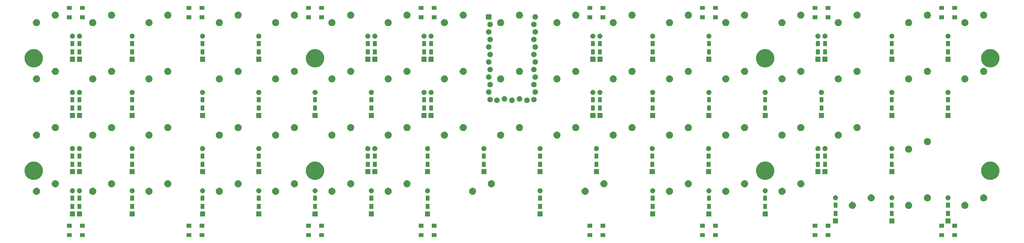
<source format=gbr>
G04 #@! TF.GenerationSoftware,KiCad,Pcbnew,(6.0.0-rc1-dev-577-ge0316af69)*
G04 #@! TF.CreationDate,2019-05-23T22:03:44-05:00*
G04 #@! TF.ProjectId,OrthonautSouthpaw,4F7274686F6E617574536F7574687061,v1*
G04 #@! TF.SameCoordinates,Original*
G04 #@! TF.FileFunction,Soldermask,Bot*
G04 #@! TF.FilePolarity,Negative*
%FSLAX46Y46*%
G04 Gerber Fmt 4.6, Leading zero omitted, Abs format (unit mm)*
G04 Created by KiCad (PCBNEW (6.0.0-rc1-dev-577-ge0316af69)) date 05/23/19 22:03:44*
%MOMM*%
%LPD*%
G01*
G04 APERTURE LIST*
%ADD10C,0.100000*%
G04 APERTURE END LIST*
D10*
G36*
X356876000Y-98438500D02*
X355274000Y-98438500D01*
X355274000Y-97136500D01*
X356876000Y-97136500D01*
X356876000Y-98438500D01*
X356876000Y-98438500D01*
G37*
G36*
X102751000Y-98438500D02*
X101149000Y-98438500D01*
X101149000Y-97136500D01*
X102751000Y-97136500D01*
X102751000Y-98438500D01*
X102751000Y-98438500D01*
G37*
G36*
X238126000Y-98438500D02*
X236524000Y-98438500D01*
X236524000Y-97136500D01*
X238126000Y-97136500D01*
X238126000Y-98438500D01*
X238126000Y-98438500D01*
G37*
G36*
X233726000Y-98438500D02*
X232124000Y-98438500D01*
X232124000Y-97136500D01*
X233726000Y-97136500D01*
X233726000Y-98438500D01*
X233726000Y-98438500D01*
G37*
G36*
X57976000Y-98438500D02*
X56374000Y-98438500D01*
X56374000Y-97136500D01*
X57976000Y-97136500D01*
X57976000Y-98438500D01*
X57976000Y-98438500D01*
G37*
G36*
X62376000Y-98438500D02*
X60774000Y-98438500D01*
X60774000Y-97136500D01*
X62376000Y-97136500D01*
X62376000Y-98438500D01*
X62376000Y-98438500D01*
G37*
G36*
X98351000Y-98438500D02*
X96749000Y-98438500D01*
X96749000Y-97136500D01*
X98351000Y-97136500D01*
X98351000Y-98438500D01*
X98351000Y-98438500D01*
G37*
G36*
X271726000Y-98438500D02*
X270124000Y-98438500D01*
X270124000Y-97136500D01*
X271726000Y-97136500D01*
X271726000Y-98438500D01*
X271726000Y-98438500D01*
G37*
G36*
X276126000Y-98438500D02*
X274524000Y-98438500D01*
X274524000Y-97136500D01*
X276126000Y-97136500D01*
X276126000Y-98438500D01*
X276126000Y-98438500D01*
G37*
G36*
X143126000Y-98438500D02*
X141524000Y-98438500D01*
X141524000Y-97136500D01*
X143126000Y-97136500D01*
X143126000Y-98438500D01*
X143126000Y-98438500D01*
G37*
G36*
X138726000Y-98438500D02*
X137124000Y-98438500D01*
X137124000Y-97136500D01*
X138726000Y-97136500D01*
X138726000Y-98438500D01*
X138726000Y-98438500D01*
G37*
G36*
X314126000Y-98438500D02*
X312524000Y-98438500D01*
X312524000Y-97136500D01*
X314126000Y-97136500D01*
X314126000Y-98438500D01*
X314126000Y-98438500D01*
G37*
G36*
X309726000Y-98438500D02*
X308124000Y-98438500D01*
X308124000Y-97136500D01*
X309726000Y-97136500D01*
X309726000Y-98438500D01*
X309726000Y-98438500D01*
G37*
G36*
X176726000Y-98438500D02*
X175124000Y-98438500D01*
X175124000Y-97136500D01*
X176726000Y-97136500D01*
X176726000Y-98438500D01*
X176726000Y-98438500D01*
G37*
G36*
X181126000Y-98438500D02*
X179524000Y-98438500D01*
X179524000Y-97136500D01*
X181126000Y-97136500D01*
X181126000Y-98438500D01*
X181126000Y-98438500D01*
G37*
G36*
X352476000Y-98438500D02*
X350874000Y-98438500D01*
X350874000Y-97136500D01*
X352476000Y-97136500D01*
X352476000Y-98438500D01*
X352476000Y-98438500D01*
G37*
G36*
X356876000Y-95238500D02*
X355274000Y-95238500D01*
X355274000Y-93936500D01*
X356876000Y-93936500D01*
X356876000Y-95238500D01*
X356876000Y-95238500D01*
G37*
G36*
X98351000Y-95238500D02*
X96749000Y-95238500D01*
X96749000Y-93936500D01*
X98351000Y-93936500D01*
X98351000Y-95238500D01*
X98351000Y-95238500D01*
G37*
G36*
X276126000Y-95238500D02*
X274524000Y-95238500D01*
X274524000Y-93936500D01*
X276126000Y-93936500D01*
X276126000Y-95238500D01*
X276126000Y-95238500D01*
G37*
G36*
X143126000Y-95238500D02*
X141524000Y-95238500D01*
X141524000Y-93936500D01*
X143126000Y-93936500D01*
X143126000Y-95238500D01*
X143126000Y-95238500D01*
G37*
G36*
X238126000Y-95238500D02*
X236524000Y-95238500D01*
X236524000Y-93936500D01*
X238126000Y-93936500D01*
X238126000Y-95238500D01*
X238126000Y-95238500D01*
G37*
G36*
X138726000Y-95238500D02*
X137124000Y-95238500D01*
X137124000Y-93936500D01*
X138726000Y-93936500D01*
X138726000Y-95238500D01*
X138726000Y-95238500D01*
G37*
G36*
X314126000Y-95238500D02*
X312524000Y-95238500D01*
X312524000Y-93936500D01*
X314126000Y-93936500D01*
X314126000Y-95238500D01*
X314126000Y-95238500D01*
G37*
G36*
X102751000Y-95238500D02*
X101149000Y-95238500D01*
X101149000Y-93936500D01*
X102751000Y-93936500D01*
X102751000Y-95238500D01*
X102751000Y-95238500D01*
G37*
G36*
X62376000Y-95238500D02*
X60774000Y-95238500D01*
X60774000Y-93936500D01*
X62376000Y-93936500D01*
X62376000Y-95238500D01*
X62376000Y-95238500D01*
G37*
G36*
X271726000Y-95238500D02*
X270124000Y-95238500D01*
X270124000Y-93936500D01*
X271726000Y-93936500D01*
X271726000Y-95238500D01*
X271726000Y-95238500D01*
G37*
G36*
X176726000Y-95238500D02*
X175124000Y-95238500D01*
X175124000Y-93936500D01*
X176726000Y-93936500D01*
X176726000Y-95238500D01*
X176726000Y-95238500D01*
G37*
G36*
X181126000Y-95238500D02*
X179524000Y-95238500D01*
X179524000Y-93936500D01*
X181126000Y-93936500D01*
X181126000Y-95238500D01*
X181126000Y-95238500D01*
G37*
G36*
X352476000Y-95238500D02*
X350874000Y-95238500D01*
X350874000Y-93936500D01*
X352476000Y-93936500D01*
X352476000Y-95238500D01*
X352476000Y-95238500D01*
G37*
G36*
X57976000Y-95238500D02*
X56374000Y-95238500D01*
X56374000Y-93936500D01*
X57976000Y-93936500D01*
X57976000Y-95238500D01*
X57976000Y-95238500D01*
G37*
G36*
X233726000Y-95238500D02*
X232124000Y-95238500D01*
X232124000Y-93936500D01*
X233726000Y-93936500D01*
X233726000Y-95238500D01*
X233726000Y-95238500D01*
G37*
G36*
X309726000Y-95238500D02*
X308124000Y-95238500D01*
X308124000Y-93936500D01*
X309726000Y-93936500D01*
X309726000Y-95238500D01*
X309726000Y-95238500D01*
G37*
G36*
X316726000Y-93813500D02*
X315024000Y-93813500D01*
X315024000Y-92111500D01*
X316726000Y-92111500D01*
X316726000Y-93813500D01*
X316726000Y-93813500D01*
G37*
G36*
X335726000Y-93813500D02*
X334024000Y-93813500D01*
X334024000Y-92111500D01*
X335726000Y-92111500D01*
X335726000Y-93813500D01*
X335726000Y-93813500D01*
G37*
G36*
X354726000Y-93813500D02*
X353024000Y-93813500D01*
X353024000Y-92111500D01*
X354726000Y-92111500D01*
X354726000Y-93813500D01*
X354726000Y-93813500D01*
G37*
G36*
X79226000Y-91438500D02*
X77524000Y-91438500D01*
X77524000Y-89736500D01*
X79226000Y-89736500D01*
X79226000Y-91438500D01*
X79226000Y-91438500D01*
G37*
G36*
X254976000Y-91438500D02*
X253274000Y-91438500D01*
X253274000Y-89736500D01*
X254976000Y-89736500D01*
X254976000Y-91438500D01*
X254976000Y-91438500D01*
G37*
G36*
X140976000Y-91438500D02*
X139274000Y-91438500D01*
X139274000Y-89736500D01*
X140976000Y-89736500D01*
X140976000Y-91438500D01*
X140976000Y-91438500D01*
G37*
G36*
X59038500Y-91438500D02*
X57336500Y-91438500D01*
X57336500Y-89736500D01*
X59038500Y-89736500D01*
X59038500Y-91438500D01*
X59038500Y-91438500D01*
G37*
G36*
X102976000Y-91438500D02*
X101274000Y-91438500D01*
X101274000Y-89736500D01*
X102976000Y-89736500D01*
X102976000Y-91438500D01*
X102976000Y-91438500D01*
G37*
G36*
X216976000Y-91438500D02*
X215274000Y-91438500D01*
X215274000Y-89736500D01*
X216976000Y-89736500D01*
X216976000Y-91438500D01*
X216976000Y-91438500D01*
G37*
G36*
X273976000Y-91438500D02*
X272274000Y-91438500D01*
X272274000Y-89736500D01*
X273976000Y-89736500D01*
X273976000Y-91438500D01*
X273976000Y-91438500D01*
G37*
G36*
X61413500Y-91438500D02*
X59711500Y-91438500D01*
X59711500Y-89736500D01*
X61413500Y-89736500D01*
X61413500Y-91438500D01*
X61413500Y-91438500D01*
G37*
G36*
X178976000Y-91438500D02*
X177274000Y-91438500D01*
X177274000Y-89736500D01*
X178976000Y-89736500D01*
X178976000Y-91438500D01*
X178976000Y-91438500D01*
G37*
G36*
X121976000Y-91438500D02*
X120274000Y-91438500D01*
X120274000Y-89736500D01*
X121976000Y-89736500D01*
X121976000Y-91438500D01*
X121976000Y-91438500D01*
G37*
G36*
X159976000Y-91438500D02*
X158274000Y-91438500D01*
X158274000Y-89736500D01*
X159976000Y-89736500D01*
X159976000Y-91438500D01*
X159976000Y-91438500D01*
G37*
G36*
X292976000Y-91438500D02*
X291274000Y-91438500D01*
X291274000Y-89736500D01*
X292976000Y-89736500D01*
X292976000Y-91438500D01*
X292976000Y-91438500D01*
G37*
G36*
X335526000Y-91313500D02*
X334224000Y-91313500D01*
X334224000Y-89611500D01*
X335526000Y-89611500D01*
X335526000Y-91313500D01*
X335526000Y-91313500D01*
G37*
G36*
X354526000Y-91313500D02*
X353224000Y-91313500D01*
X353224000Y-89611500D01*
X354526000Y-89611500D01*
X354526000Y-91313500D01*
X354526000Y-91313500D01*
G37*
G36*
X316526000Y-91313500D02*
X315224000Y-91313500D01*
X315224000Y-89611500D01*
X316526000Y-89611500D01*
X316526000Y-91313500D01*
X316526000Y-91313500D01*
G37*
G36*
X79026000Y-88938500D02*
X77724000Y-88938500D01*
X77724000Y-87236500D01*
X79026000Y-87236500D01*
X79026000Y-88938500D01*
X79026000Y-88938500D01*
G37*
G36*
X159776000Y-88938500D02*
X158474000Y-88938500D01*
X158474000Y-87236500D01*
X159776000Y-87236500D01*
X159776000Y-88938500D01*
X159776000Y-88938500D01*
G37*
G36*
X121776000Y-88938500D02*
X120474000Y-88938500D01*
X120474000Y-87236500D01*
X121776000Y-87236500D01*
X121776000Y-88938500D01*
X121776000Y-88938500D01*
G37*
G36*
X61213500Y-88938500D02*
X59911500Y-88938500D01*
X59911500Y-87236500D01*
X61213500Y-87236500D01*
X61213500Y-88938500D01*
X61213500Y-88938500D01*
G37*
G36*
X140776000Y-88938500D02*
X139474000Y-88938500D01*
X139474000Y-87236500D01*
X140776000Y-87236500D01*
X140776000Y-88938500D01*
X140776000Y-88938500D01*
G37*
G36*
X58838500Y-88938500D02*
X57536500Y-88938500D01*
X57536500Y-87236500D01*
X58838500Y-87236500D01*
X58838500Y-88938500D01*
X58838500Y-88938500D01*
G37*
G36*
X102776000Y-88938500D02*
X101474000Y-88938500D01*
X101474000Y-87236500D01*
X102776000Y-87236500D01*
X102776000Y-88938500D01*
X102776000Y-88938500D01*
G37*
G36*
X254776000Y-88938500D02*
X253474000Y-88938500D01*
X253474000Y-87236500D01*
X254776000Y-87236500D01*
X254776000Y-88938500D01*
X254776000Y-88938500D01*
G37*
G36*
X178776000Y-88938500D02*
X177474000Y-88938500D01*
X177474000Y-87236500D01*
X178776000Y-87236500D01*
X178776000Y-88938500D01*
X178776000Y-88938500D01*
G37*
G36*
X216776000Y-88938500D02*
X215474000Y-88938500D01*
X215474000Y-87236500D01*
X216776000Y-87236500D01*
X216776000Y-88938500D01*
X216776000Y-88938500D01*
G37*
G36*
X273776000Y-88938500D02*
X272474000Y-88938500D01*
X272474000Y-87236500D01*
X273776000Y-87236500D01*
X273776000Y-88938500D01*
X273776000Y-88938500D01*
G37*
G36*
X292776000Y-88938500D02*
X291474000Y-88938500D01*
X291474000Y-87236500D01*
X292776000Y-87236500D01*
X292776000Y-88938500D01*
X292776000Y-88938500D01*
G37*
G36*
X359913277Y-86561885D02*
X360130572Y-86651891D01*
X360326131Y-86782560D01*
X360492440Y-86948869D01*
X360623109Y-87144428D01*
X360713115Y-87361723D01*
X360759000Y-87592401D01*
X360759000Y-87827599D01*
X360713115Y-88058277D01*
X360623109Y-88275572D01*
X360492440Y-88471131D01*
X360326131Y-88637440D01*
X360130572Y-88768109D01*
X359913277Y-88858115D01*
X359682599Y-88904000D01*
X359447401Y-88904000D01*
X359216723Y-88858115D01*
X358999428Y-88768109D01*
X358803869Y-88637440D01*
X358637560Y-88471131D01*
X358506891Y-88275572D01*
X358416885Y-88058277D01*
X358371000Y-87827599D01*
X358371000Y-87592401D01*
X358416885Y-87361723D01*
X358506891Y-87144428D01*
X358637560Y-86948869D01*
X358803869Y-86782560D01*
X358999428Y-86651891D01*
X359216723Y-86561885D01*
X359447401Y-86516000D01*
X359682599Y-86516000D01*
X359913277Y-86561885D01*
X359913277Y-86561885D01*
G37*
G36*
X321913277Y-86561885D02*
X322130572Y-86651891D01*
X322326131Y-86782560D01*
X322492440Y-86948869D01*
X322623109Y-87144428D01*
X322713115Y-87361723D01*
X322759000Y-87592401D01*
X322759000Y-87827599D01*
X322713115Y-88058277D01*
X322623109Y-88275572D01*
X322492440Y-88471131D01*
X322326131Y-88637440D01*
X322130572Y-88768109D01*
X321913277Y-88858115D01*
X321682599Y-88904000D01*
X321447401Y-88904000D01*
X321216723Y-88858115D01*
X320999428Y-88768109D01*
X320803869Y-88637440D01*
X320637560Y-88471131D01*
X320506891Y-88275572D01*
X320416885Y-88058277D01*
X320371000Y-87827599D01*
X320371000Y-87592401D01*
X320416885Y-87361723D01*
X320506891Y-87144428D01*
X320637560Y-86948869D01*
X320803869Y-86782560D01*
X320999428Y-86651891D01*
X321216723Y-86561885D01*
X321447401Y-86516000D01*
X321682599Y-86516000D01*
X321913277Y-86561885D01*
X321913277Y-86561885D01*
G37*
G36*
X340913277Y-86561885D02*
X341130572Y-86651891D01*
X341326131Y-86782560D01*
X341492440Y-86948869D01*
X341623109Y-87144428D01*
X341713115Y-87361723D01*
X341759000Y-87592401D01*
X341759000Y-87827599D01*
X341713115Y-88058277D01*
X341623109Y-88275572D01*
X341492440Y-88471131D01*
X341326131Y-88637440D01*
X341130572Y-88768109D01*
X340913277Y-88858115D01*
X340682599Y-88904000D01*
X340447401Y-88904000D01*
X340216723Y-88858115D01*
X339999428Y-88768109D01*
X339803869Y-88637440D01*
X339637560Y-88471131D01*
X339506891Y-88275572D01*
X339416885Y-88058277D01*
X339371000Y-87827599D01*
X339371000Y-87592401D01*
X339416885Y-87361723D01*
X339506891Y-87144428D01*
X339637560Y-86948869D01*
X339803869Y-86782560D01*
X339999428Y-86651891D01*
X340216723Y-86561885D01*
X340447401Y-86516000D01*
X340682599Y-86516000D01*
X340913277Y-86561885D01*
X340913277Y-86561885D01*
G37*
G36*
X316526000Y-88513500D02*
X315224000Y-88513500D01*
X315224000Y-86811500D01*
X316526000Y-86811500D01*
X316526000Y-88513500D01*
X316526000Y-88513500D01*
G37*
G36*
X354526000Y-88513500D02*
X353224000Y-88513500D01*
X353224000Y-86811500D01*
X354526000Y-86811500D01*
X354526000Y-88513500D01*
X354526000Y-88513500D01*
G37*
G36*
X335526000Y-88513500D02*
X334224000Y-88513500D01*
X334224000Y-86811500D01*
X335526000Y-86811500D01*
X335526000Y-88513500D01*
X335526000Y-88513500D01*
G37*
G36*
X328263277Y-84021885D02*
X328480572Y-84111891D01*
X328676131Y-84242560D01*
X328842440Y-84408869D01*
X328973109Y-84604428D01*
X329063115Y-84821723D01*
X329109000Y-85052401D01*
X329109000Y-85287599D01*
X329063115Y-85518277D01*
X328973109Y-85735572D01*
X328842440Y-85931131D01*
X328676131Y-86097440D01*
X328480572Y-86228109D01*
X328263277Y-86318115D01*
X328032599Y-86364000D01*
X327797401Y-86364000D01*
X327566723Y-86318115D01*
X327349428Y-86228109D01*
X327153869Y-86097440D01*
X326987560Y-85931131D01*
X326856891Y-85735572D01*
X326766885Y-85518277D01*
X326721000Y-85287599D01*
X326721000Y-85052401D01*
X326766885Y-84821723D01*
X326856891Y-84604428D01*
X326987560Y-84408869D01*
X327153869Y-84242560D01*
X327349428Y-84111891D01*
X327566723Y-84021885D01*
X327797401Y-83976000D01*
X328032599Y-83976000D01*
X328263277Y-84021885D01*
X328263277Y-84021885D01*
G37*
G36*
X347263277Y-84021885D02*
X347480572Y-84111891D01*
X347676131Y-84242560D01*
X347842440Y-84408869D01*
X347973109Y-84604428D01*
X348063115Y-84821723D01*
X348109000Y-85052401D01*
X348109000Y-85287599D01*
X348063115Y-85518277D01*
X347973109Y-85735572D01*
X347842440Y-85931131D01*
X347676131Y-86097440D01*
X347480572Y-86228109D01*
X347263277Y-86318115D01*
X347032599Y-86364000D01*
X346797401Y-86364000D01*
X346566723Y-86318115D01*
X346349428Y-86228109D01*
X346153869Y-86097440D01*
X345987560Y-85931131D01*
X345856891Y-85735572D01*
X345766885Y-85518277D01*
X345721000Y-85287599D01*
X345721000Y-85052401D01*
X345766885Y-84821723D01*
X345856891Y-84604428D01*
X345987560Y-84408869D01*
X346153869Y-84242560D01*
X346349428Y-84111891D01*
X346566723Y-84021885D01*
X346797401Y-83976000D01*
X347032599Y-83976000D01*
X347263277Y-84021885D01*
X347263277Y-84021885D01*
G37*
G36*
X366263277Y-84021885D02*
X366480572Y-84111891D01*
X366676131Y-84242560D01*
X366842440Y-84408869D01*
X366973109Y-84604428D01*
X367063115Y-84821723D01*
X367109000Y-85052401D01*
X367109000Y-85287599D01*
X367063115Y-85518277D01*
X366973109Y-85735572D01*
X366842440Y-85931131D01*
X366676131Y-86097440D01*
X366480572Y-86228109D01*
X366263277Y-86318115D01*
X366032599Y-86364000D01*
X365797401Y-86364000D01*
X365566723Y-86318115D01*
X365349428Y-86228109D01*
X365153869Y-86097440D01*
X364987560Y-85931131D01*
X364856891Y-85735572D01*
X364766885Y-85518277D01*
X364721000Y-85287599D01*
X364721000Y-85052401D01*
X364766885Y-84821723D01*
X364856891Y-84604428D01*
X364987560Y-84408869D01*
X365153869Y-84242560D01*
X365349428Y-84111891D01*
X365566723Y-84021885D01*
X365797401Y-83976000D01*
X366032599Y-83976000D01*
X366263277Y-84021885D01*
X366263277Y-84021885D01*
G37*
G36*
X58838500Y-86138500D02*
X57536500Y-86138500D01*
X57536500Y-84436500D01*
X58838500Y-84436500D01*
X58838500Y-86138500D01*
X58838500Y-86138500D01*
G37*
G36*
X273776000Y-86138500D02*
X272474000Y-86138500D01*
X272474000Y-84436500D01*
X273776000Y-84436500D01*
X273776000Y-86138500D01*
X273776000Y-86138500D01*
G37*
G36*
X254776000Y-86138500D02*
X253474000Y-86138500D01*
X253474000Y-84436500D01*
X254776000Y-84436500D01*
X254776000Y-86138500D01*
X254776000Y-86138500D01*
G37*
G36*
X216776000Y-86138500D02*
X215474000Y-86138500D01*
X215474000Y-84436500D01*
X216776000Y-84436500D01*
X216776000Y-86138500D01*
X216776000Y-86138500D01*
G37*
G36*
X159776000Y-86138500D02*
X158474000Y-86138500D01*
X158474000Y-84436500D01*
X159776000Y-84436500D01*
X159776000Y-86138500D01*
X159776000Y-86138500D01*
G37*
G36*
X61213500Y-86138500D02*
X59911500Y-86138500D01*
X59911500Y-84436500D01*
X61213500Y-84436500D01*
X61213500Y-86138500D01*
X61213500Y-86138500D01*
G37*
G36*
X79026000Y-86138500D02*
X77724000Y-86138500D01*
X77724000Y-84436500D01*
X79026000Y-84436500D01*
X79026000Y-86138500D01*
X79026000Y-86138500D01*
G37*
G36*
X102776000Y-86138500D02*
X101474000Y-86138500D01*
X101474000Y-84436500D01*
X102776000Y-84436500D01*
X102776000Y-86138500D01*
X102776000Y-86138500D01*
G37*
G36*
X178776000Y-86138500D02*
X177474000Y-86138500D01*
X177474000Y-84436500D01*
X178776000Y-84436500D01*
X178776000Y-86138500D01*
X178776000Y-86138500D01*
G37*
G36*
X292776000Y-86138500D02*
X291474000Y-86138500D01*
X291474000Y-84436500D01*
X292776000Y-84436500D01*
X292776000Y-86138500D01*
X292776000Y-86138500D01*
G37*
G36*
X121776000Y-86138500D02*
X120474000Y-86138500D01*
X120474000Y-84436500D01*
X121776000Y-84436500D01*
X121776000Y-86138500D01*
X121776000Y-86138500D01*
G37*
G36*
X140776000Y-86138500D02*
X139474000Y-86138500D01*
X139474000Y-84436500D01*
X140776000Y-84436500D01*
X140776000Y-86138500D01*
X140776000Y-86138500D01*
G37*
G36*
X335123228Y-84344203D02*
X335278100Y-84408353D01*
X335417481Y-84501485D01*
X335536015Y-84620019D01*
X335629147Y-84759400D01*
X335693297Y-84914272D01*
X335726000Y-85078684D01*
X335726000Y-85246316D01*
X335693297Y-85410728D01*
X335629147Y-85565600D01*
X335536015Y-85704981D01*
X335417481Y-85823515D01*
X335278100Y-85916647D01*
X335123228Y-85980797D01*
X334958816Y-86013500D01*
X334791184Y-86013500D01*
X334626772Y-85980797D01*
X334471900Y-85916647D01*
X334332519Y-85823515D01*
X334213985Y-85704981D01*
X334120853Y-85565600D01*
X334056703Y-85410728D01*
X334024000Y-85246316D01*
X334024000Y-85078684D01*
X334056703Y-84914272D01*
X334120853Y-84759400D01*
X334213985Y-84620019D01*
X334332519Y-84501485D01*
X334471900Y-84408353D01*
X334626772Y-84344203D01*
X334791184Y-84311500D01*
X334958816Y-84311500D01*
X335123228Y-84344203D01*
X335123228Y-84344203D01*
G37*
G36*
X354123228Y-84344203D02*
X354278100Y-84408353D01*
X354417481Y-84501485D01*
X354536015Y-84620019D01*
X354629147Y-84759400D01*
X354693297Y-84914272D01*
X354726000Y-85078684D01*
X354726000Y-85246316D01*
X354693297Y-85410728D01*
X354629147Y-85565600D01*
X354536015Y-85704981D01*
X354417481Y-85823515D01*
X354278100Y-85916647D01*
X354123228Y-85980797D01*
X353958816Y-86013500D01*
X353791184Y-86013500D01*
X353626772Y-85980797D01*
X353471900Y-85916647D01*
X353332519Y-85823515D01*
X353213985Y-85704981D01*
X353120853Y-85565600D01*
X353056703Y-85410728D01*
X353024000Y-85246316D01*
X353024000Y-85078684D01*
X353056703Y-84914272D01*
X353120853Y-84759400D01*
X353213985Y-84620019D01*
X353332519Y-84501485D01*
X353471900Y-84408353D01*
X353626772Y-84344203D01*
X353791184Y-84311500D01*
X353958816Y-84311500D01*
X354123228Y-84344203D01*
X354123228Y-84344203D01*
G37*
G36*
X316123228Y-84344203D02*
X316278100Y-84408353D01*
X316417481Y-84501485D01*
X316536015Y-84620019D01*
X316629147Y-84759400D01*
X316693297Y-84914272D01*
X316726000Y-85078684D01*
X316726000Y-85246316D01*
X316693297Y-85410728D01*
X316629147Y-85565600D01*
X316536015Y-85704981D01*
X316417481Y-85823515D01*
X316278100Y-85916647D01*
X316123228Y-85980797D01*
X315958816Y-86013500D01*
X315791184Y-86013500D01*
X315626772Y-85980797D01*
X315471900Y-85916647D01*
X315332519Y-85823515D01*
X315213985Y-85704981D01*
X315120853Y-85565600D01*
X315056703Y-85410728D01*
X315024000Y-85246316D01*
X315024000Y-85078684D01*
X315056703Y-84914272D01*
X315120853Y-84759400D01*
X315213985Y-84620019D01*
X315332519Y-84501485D01*
X315471900Y-84408353D01*
X315626772Y-84344203D01*
X315791184Y-84311500D01*
X315958816Y-84311500D01*
X316123228Y-84344203D01*
X316123228Y-84344203D01*
G37*
G36*
X165163277Y-81811885D02*
X165380572Y-81901891D01*
X165576131Y-82032560D01*
X165742440Y-82198869D01*
X165873109Y-82394428D01*
X165963115Y-82611723D01*
X166009000Y-82842401D01*
X166009000Y-83077599D01*
X165963115Y-83308277D01*
X165873109Y-83525572D01*
X165742440Y-83721131D01*
X165576131Y-83887440D01*
X165380572Y-84018109D01*
X165163277Y-84108115D01*
X164932599Y-84154000D01*
X164697401Y-84154000D01*
X164466723Y-84108115D01*
X164249428Y-84018109D01*
X164053869Y-83887440D01*
X163887560Y-83721131D01*
X163756891Y-83525572D01*
X163666885Y-83308277D01*
X163621000Y-83077599D01*
X163621000Y-82842401D01*
X163666885Y-82611723D01*
X163756891Y-82394428D01*
X163887560Y-82198869D01*
X164053869Y-82032560D01*
X164249428Y-81901891D01*
X164466723Y-81811885D01*
X164697401Y-81766000D01*
X164932599Y-81766000D01*
X165163277Y-81811885D01*
X165163277Y-81811885D01*
G37*
G36*
X279163277Y-81811885D02*
X279380572Y-81901891D01*
X279576131Y-82032560D01*
X279742440Y-82198869D01*
X279873109Y-82394428D01*
X279963115Y-82611723D01*
X280009000Y-82842401D01*
X280009000Y-83077599D01*
X279963115Y-83308277D01*
X279873109Y-83525572D01*
X279742440Y-83721131D01*
X279576131Y-83887440D01*
X279380572Y-84018109D01*
X279163277Y-84108115D01*
X278932599Y-84154000D01*
X278697401Y-84154000D01*
X278466723Y-84108115D01*
X278249428Y-84018109D01*
X278053869Y-83887440D01*
X277887560Y-83721131D01*
X277756891Y-83525572D01*
X277666885Y-83308277D01*
X277621000Y-83077599D01*
X277621000Y-82842401D01*
X277666885Y-82611723D01*
X277756891Y-82394428D01*
X277887560Y-82198869D01*
X278053869Y-82032560D01*
X278249428Y-81901891D01*
X278466723Y-81811885D01*
X278697401Y-81766000D01*
X278932599Y-81766000D01*
X279163277Y-81811885D01*
X279163277Y-81811885D01*
G37*
G36*
X231663277Y-81811885D02*
X231880572Y-81901891D01*
X232076131Y-82032560D01*
X232242440Y-82198869D01*
X232373109Y-82394428D01*
X232463115Y-82611723D01*
X232509000Y-82842401D01*
X232509000Y-83077599D01*
X232463115Y-83308277D01*
X232373109Y-83525572D01*
X232242440Y-83721131D01*
X232076131Y-83887440D01*
X231880572Y-84018109D01*
X231663277Y-84108115D01*
X231432599Y-84154000D01*
X231197401Y-84154000D01*
X230966723Y-84108115D01*
X230749428Y-84018109D01*
X230553869Y-83887440D01*
X230387560Y-83721131D01*
X230256891Y-83525572D01*
X230166885Y-83308277D01*
X230121000Y-83077599D01*
X230121000Y-82842401D01*
X230166885Y-82611723D01*
X230256891Y-82394428D01*
X230387560Y-82198869D01*
X230553869Y-82032560D01*
X230749428Y-81901891D01*
X230966723Y-81811885D01*
X231197401Y-81766000D01*
X231432599Y-81766000D01*
X231663277Y-81811885D01*
X231663277Y-81811885D01*
G37*
G36*
X193663277Y-81811885D02*
X193880572Y-81901891D01*
X194076131Y-82032560D01*
X194242440Y-82198869D01*
X194373109Y-82394428D01*
X194463115Y-82611723D01*
X194509000Y-82842401D01*
X194509000Y-83077599D01*
X194463115Y-83308277D01*
X194373109Y-83525572D01*
X194242440Y-83721131D01*
X194076131Y-83887440D01*
X193880572Y-84018109D01*
X193663277Y-84108115D01*
X193432599Y-84154000D01*
X193197401Y-84154000D01*
X192966723Y-84108115D01*
X192749428Y-84018109D01*
X192553869Y-83887440D01*
X192387560Y-83721131D01*
X192256891Y-83525572D01*
X192166885Y-83308277D01*
X192121000Y-83077599D01*
X192121000Y-82842401D01*
X192166885Y-82611723D01*
X192256891Y-82394428D01*
X192387560Y-82198869D01*
X192553869Y-82032560D01*
X192749428Y-81901891D01*
X192966723Y-81811885D01*
X193197401Y-81766000D01*
X193432599Y-81766000D01*
X193663277Y-81811885D01*
X193663277Y-81811885D01*
G37*
G36*
X146163277Y-81811885D02*
X146380572Y-81901891D01*
X146576131Y-82032560D01*
X146742440Y-82198869D01*
X146873109Y-82394428D01*
X146963115Y-82611723D01*
X147009000Y-82842401D01*
X147009000Y-83077599D01*
X146963115Y-83308277D01*
X146873109Y-83525572D01*
X146742440Y-83721131D01*
X146576131Y-83887440D01*
X146380572Y-84018109D01*
X146163277Y-84108115D01*
X145932599Y-84154000D01*
X145697401Y-84154000D01*
X145466723Y-84108115D01*
X145249428Y-84018109D01*
X145053869Y-83887440D01*
X144887560Y-83721131D01*
X144756891Y-83525572D01*
X144666885Y-83308277D01*
X144621000Y-83077599D01*
X144621000Y-82842401D01*
X144666885Y-82611723D01*
X144756891Y-82394428D01*
X144887560Y-82198869D01*
X145053869Y-82032560D01*
X145249428Y-81901891D01*
X145466723Y-81811885D01*
X145697401Y-81766000D01*
X145932599Y-81766000D01*
X146163277Y-81811885D01*
X146163277Y-81811885D01*
G37*
G36*
X127163277Y-81811885D02*
X127380572Y-81901891D01*
X127576131Y-82032560D01*
X127742440Y-82198869D01*
X127873109Y-82394428D01*
X127963115Y-82611723D01*
X128009000Y-82842401D01*
X128009000Y-83077599D01*
X127963115Y-83308277D01*
X127873109Y-83525572D01*
X127742440Y-83721131D01*
X127576131Y-83887440D01*
X127380572Y-84018109D01*
X127163277Y-84108115D01*
X126932599Y-84154000D01*
X126697401Y-84154000D01*
X126466723Y-84108115D01*
X126249428Y-84018109D01*
X126053869Y-83887440D01*
X125887560Y-83721131D01*
X125756891Y-83525572D01*
X125666885Y-83308277D01*
X125621000Y-83077599D01*
X125621000Y-82842401D01*
X125666885Y-82611723D01*
X125756891Y-82394428D01*
X125887560Y-82198869D01*
X126053869Y-82032560D01*
X126249428Y-81901891D01*
X126466723Y-81811885D01*
X126697401Y-81766000D01*
X126932599Y-81766000D01*
X127163277Y-81811885D01*
X127163277Y-81811885D01*
G37*
G36*
X84413277Y-81811885D02*
X84630572Y-81901891D01*
X84826131Y-82032560D01*
X84992440Y-82198869D01*
X85123109Y-82394428D01*
X85213115Y-82611723D01*
X85259000Y-82842401D01*
X85259000Y-83077599D01*
X85213115Y-83308277D01*
X85123109Y-83525572D01*
X84992440Y-83721131D01*
X84826131Y-83887440D01*
X84630572Y-84018109D01*
X84413277Y-84108115D01*
X84182599Y-84154000D01*
X83947401Y-84154000D01*
X83716723Y-84108115D01*
X83499428Y-84018109D01*
X83303869Y-83887440D01*
X83137560Y-83721131D01*
X83006891Y-83525572D01*
X82916885Y-83308277D01*
X82871000Y-83077599D01*
X82871000Y-82842401D01*
X82916885Y-82611723D01*
X83006891Y-82394428D01*
X83137560Y-82198869D01*
X83303869Y-82032560D01*
X83499428Y-81901891D01*
X83716723Y-81811885D01*
X83947401Y-81766000D01*
X84182599Y-81766000D01*
X84413277Y-81811885D01*
X84413277Y-81811885D01*
G37*
G36*
X46413277Y-81811885D02*
X46630572Y-81901891D01*
X46826131Y-82032560D01*
X46992440Y-82198869D01*
X47123109Y-82394428D01*
X47213115Y-82611723D01*
X47259000Y-82842401D01*
X47259000Y-83077599D01*
X47213115Y-83308277D01*
X47123109Y-83525572D01*
X46992440Y-83721131D01*
X46826131Y-83887440D01*
X46630572Y-84018109D01*
X46413277Y-84108115D01*
X46182599Y-84154000D01*
X45947401Y-84154000D01*
X45716723Y-84108115D01*
X45499428Y-84018109D01*
X45303869Y-83887440D01*
X45137560Y-83721131D01*
X45006891Y-83525572D01*
X44916885Y-83308277D01*
X44871000Y-83077599D01*
X44871000Y-82842401D01*
X44916885Y-82611723D01*
X45006891Y-82394428D01*
X45137560Y-82198869D01*
X45303869Y-82032560D01*
X45499428Y-81901891D01*
X45716723Y-81811885D01*
X45947401Y-81766000D01*
X46182599Y-81766000D01*
X46413277Y-81811885D01*
X46413277Y-81811885D01*
G37*
G36*
X65413277Y-81811885D02*
X65630572Y-81901891D01*
X65826131Y-82032560D01*
X65992440Y-82198869D01*
X66123109Y-82394428D01*
X66213115Y-82611723D01*
X66259000Y-82842401D01*
X66259000Y-83077599D01*
X66213115Y-83308277D01*
X66123109Y-83525572D01*
X65992440Y-83721131D01*
X65826131Y-83887440D01*
X65630572Y-84018109D01*
X65413277Y-84108115D01*
X65182599Y-84154000D01*
X64947401Y-84154000D01*
X64716723Y-84108115D01*
X64499428Y-84018109D01*
X64303869Y-83887440D01*
X64137560Y-83721131D01*
X64006891Y-83525572D01*
X63916885Y-83308277D01*
X63871000Y-83077599D01*
X63871000Y-82842401D01*
X63916885Y-82611723D01*
X64006891Y-82394428D01*
X64137560Y-82198869D01*
X64303869Y-82032560D01*
X64499428Y-81901891D01*
X64716723Y-81811885D01*
X64947401Y-81766000D01*
X65182599Y-81766000D01*
X65413277Y-81811885D01*
X65413277Y-81811885D01*
G37*
G36*
X260163277Y-81811885D02*
X260380572Y-81901891D01*
X260576131Y-82032560D01*
X260742440Y-82198869D01*
X260873109Y-82394428D01*
X260963115Y-82611723D01*
X261009000Y-82842401D01*
X261009000Y-83077599D01*
X260963115Y-83308277D01*
X260873109Y-83525572D01*
X260742440Y-83721131D01*
X260576131Y-83887440D01*
X260380572Y-84018109D01*
X260163277Y-84108115D01*
X259932599Y-84154000D01*
X259697401Y-84154000D01*
X259466723Y-84108115D01*
X259249428Y-84018109D01*
X259053869Y-83887440D01*
X258887560Y-83721131D01*
X258756891Y-83525572D01*
X258666885Y-83308277D01*
X258621000Y-83077599D01*
X258621000Y-82842401D01*
X258666885Y-82611723D01*
X258756891Y-82394428D01*
X258887560Y-82198869D01*
X259053869Y-82032560D01*
X259249428Y-81901891D01*
X259466723Y-81811885D01*
X259697401Y-81766000D01*
X259932599Y-81766000D01*
X260163277Y-81811885D01*
X260163277Y-81811885D01*
G37*
G36*
X298163277Y-81811885D02*
X298380572Y-81901891D01*
X298576131Y-82032560D01*
X298742440Y-82198869D01*
X298873109Y-82394428D01*
X298963115Y-82611723D01*
X299009000Y-82842401D01*
X299009000Y-83077599D01*
X298963115Y-83308277D01*
X298873109Y-83525572D01*
X298742440Y-83721131D01*
X298576131Y-83887440D01*
X298380572Y-84018109D01*
X298163277Y-84108115D01*
X297932599Y-84154000D01*
X297697401Y-84154000D01*
X297466723Y-84108115D01*
X297249428Y-84018109D01*
X297053869Y-83887440D01*
X296887560Y-83721131D01*
X296756891Y-83525572D01*
X296666885Y-83308277D01*
X296621000Y-83077599D01*
X296621000Y-82842401D01*
X296666885Y-82611723D01*
X296756891Y-82394428D01*
X296887560Y-82198869D01*
X297053869Y-82032560D01*
X297249428Y-81901891D01*
X297466723Y-81811885D01*
X297697401Y-81766000D01*
X297932599Y-81766000D01*
X298163277Y-81811885D01*
X298163277Y-81811885D01*
G37*
G36*
X108163277Y-81811885D02*
X108380572Y-81901891D01*
X108576131Y-82032560D01*
X108742440Y-82198869D01*
X108873109Y-82394428D01*
X108963115Y-82611723D01*
X109009000Y-82842401D01*
X109009000Y-83077599D01*
X108963115Y-83308277D01*
X108873109Y-83525572D01*
X108742440Y-83721131D01*
X108576131Y-83887440D01*
X108380572Y-84018109D01*
X108163277Y-84108115D01*
X107932599Y-84154000D01*
X107697401Y-84154000D01*
X107466723Y-84108115D01*
X107249428Y-84018109D01*
X107053869Y-83887440D01*
X106887560Y-83721131D01*
X106756891Y-83525572D01*
X106666885Y-83308277D01*
X106621000Y-83077599D01*
X106621000Y-82842401D01*
X106666885Y-82611723D01*
X106756891Y-82394428D01*
X106887560Y-82198869D01*
X107053869Y-82032560D01*
X107249428Y-81901891D01*
X107466723Y-81811885D01*
X107697401Y-81766000D01*
X107932599Y-81766000D01*
X108163277Y-81811885D01*
X108163277Y-81811885D01*
G37*
G36*
X58435728Y-81969203D02*
X58590600Y-82033353D01*
X58729981Y-82126485D01*
X58848515Y-82245019D01*
X58941647Y-82384400D01*
X59005797Y-82539272D01*
X59038500Y-82703684D01*
X59038500Y-82871316D01*
X59005797Y-83035728D01*
X58941647Y-83190600D01*
X58848515Y-83329981D01*
X58729981Y-83448515D01*
X58590600Y-83541647D01*
X58435728Y-83605797D01*
X58271316Y-83638500D01*
X58103684Y-83638500D01*
X57939272Y-83605797D01*
X57784400Y-83541647D01*
X57645019Y-83448515D01*
X57526485Y-83329981D01*
X57433353Y-83190600D01*
X57369203Y-83035728D01*
X57336500Y-82871316D01*
X57336500Y-82703684D01*
X57369203Y-82539272D01*
X57433353Y-82384400D01*
X57526485Y-82245019D01*
X57645019Y-82126485D01*
X57784400Y-82033353D01*
X57939272Y-81969203D01*
X58103684Y-81936500D01*
X58271316Y-81936500D01*
X58435728Y-81969203D01*
X58435728Y-81969203D01*
G37*
G36*
X60810728Y-81969203D02*
X60965600Y-82033353D01*
X61104981Y-82126485D01*
X61223515Y-82245019D01*
X61316647Y-82384400D01*
X61380797Y-82539272D01*
X61413500Y-82703684D01*
X61413500Y-82871316D01*
X61380797Y-83035728D01*
X61316647Y-83190600D01*
X61223515Y-83329981D01*
X61104981Y-83448515D01*
X60965600Y-83541647D01*
X60810728Y-83605797D01*
X60646316Y-83638500D01*
X60478684Y-83638500D01*
X60314272Y-83605797D01*
X60159400Y-83541647D01*
X60020019Y-83448515D01*
X59901485Y-83329981D01*
X59808353Y-83190600D01*
X59744203Y-83035728D01*
X59711500Y-82871316D01*
X59711500Y-82703684D01*
X59744203Y-82539272D01*
X59808353Y-82384400D01*
X59901485Y-82245019D01*
X60020019Y-82126485D01*
X60159400Y-82033353D01*
X60314272Y-81969203D01*
X60478684Y-81936500D01*
X60646316Y-81936500D01*
X60810728Y-81969203D01*
X60810728Y-81969203D01*
G37*
G36*
X102373228Y-81969203D02*
X102528100Y-82033353D01*
X102667481Y-82126485D01*
X102786015Y-82245019D01*
X102879147Y-82384400D01*
X102943297Y-82539272D01*
X102976000Y-82703684D01*
X102976000Y-82871316D01*
X102943297Y-83035728D01*
X102879147Y-83190600D01*
X102786015Y-83329981D01*
X102667481Y-83448515D01*
X102528100Y-83541647D01*
X102373228Y-83605797D01*
X102208816Y-83638500D01*
X102041184Y-83638500D01*
X101876772Y-83605797D01*
X101721900Y-83541647D01*
X101582519Y-83448515D01*
X101463985Y-83329981D01*
X101370853Y-83190600D01*
X101306703Y-83035728D01*
X101274000Y-82871316D01*
X101274000Y-82703684D01*
X101306703Y-82539272D01*
X101370853Y-82384400D01*
X101463985Y-82245019D01*
X101582519Y-82126485D01*
X101721900Y-82033353D01*
X101876772Y-81969203D01*
X102041184Y-81936500D01*
X102208816Y-81936500D01*
X102373228Y-81969203D01*
X102373228Y-81969203D01*
G37*
G36*
X121373228Y-81969203D02*
X121528100Y-82033353D01*
X121667481Y-82126485D01*
X121786015Y-82245019D01*
X121879147Y-82384400D01*
X121943297Y-82539272D01*
X121976000Y-82703684D01*
X121976000Y-82871316D01*
X121943297Y-83035728D01*
X121879147Y-83190600D01*
X121786015Y-83329981D01*
X121667481Y-83448515D01*
X121528100Y-83541647D01*
X121373228Y-83605797D01*
X121208816Y-83638500D01*
X121041184Y-83638500D01*
X120876772Y-83605797D01*
X120721900Y-83541647D01*
X120582519Y-83448515D01*
X120463985Y-83329981D01*
X120370853Y-83190600D01*
X120306703Y-83035728D01*
X120274000Y-82871316D01*
X120274000Y-82703684D01*
X120306703Y-82539272D01*
X120370853Y-82384400D01*
X120463985Y-82245019D01*
X120582519Y-82126485D01*
X120721900Y-82033353D01*
X120876772Y-81969203D01*
X121041184Y-81936500D01*
X121208816Y-81936500D01*
X121373228Y-81969203D01*
X121373228Y-81969203D01*
G37*
G36*
X140373228Y-81969203D02*
X140528100Y-82033353D01*
X140667481Y-82126485D01*
X140786015Y-82245019D01*
X140879147Y-82384400D01*
X140943297Y-82539272D01*
X140976000Y-82703684D01*
X140976000Y-82871316D01*
X140943297Y-83035728D01*
X140879147Y-83190600D01*
X140786015Y-83329981D01*
X140667481Y-83448515D01*
X140528100Y-83541647D01*
X140373228Y-83605797D01*
X140208816Y-83638500D01*
X140041184Y-83638500D01*
X139876772Y-83605797D01*
X139721900Y-83541647D01*
X139582519Y-83448515D01*
X139463985Y-83329981D01*
X139370853Y-83190600D01*
X139306703Y-83035728D01*
X139274000Y-82871316D01*
X139274000Y-82703684D01*
X139306703Y-82539272D01*
X139370853Y-82384400D01*
X139463985Y-82245019D01*
X139582519Y-82126485D01*
X139721900Y-82033353D01*
X139876772Y-81969203D01*
X140041184Y-81936500D01*
X140208816Y-81936500D01*
X140373228Y-81969203D01*
X140373228Y-81969203D01*
G37*
G36*
X78623228Y-81969203D02*
X78778100Y-82033353D01*
X78917481Y-82126485D01*
X79036015Y-82245019D01*
X79129147Y-82384400D01*
X79193297Y-82539272D01*
X79226000Y-82703684D01*
X79226000Y-82871316D01*
X79193297Y-83035728D01*
X79129147Y-83190600D01*
X79036015Y-83329981D01*
X78917481Y-83448515D01*
X78778100Y-83541647D01*
X78623228Y-83605797D01*
X78458816Y-83638500D01*
X78291184Y-83638500D01*
X78126772Y-83605797D01*
X77971900Y-83541647D01*
X77832519Y-83448515D01*
X77713985Y-83329981D01*
X77620853Y-83190600D01*
X77556703Y-83035728D01*
X77524000Y-82871316D01*
X77524000Y-82703684D01*
X77556703Y-82539272D01*
X77620853Y-82384400D01*
X77713985Y-82245019D01*
X77832519Y-82126485D01*
X77971900Y-82033353D01*
X78126772Y-81969203D01*
X78291184Y-81936500D01*
X78458816Y-81936500D01*
X78623228Y-81969203D01*
X78623228Y-81969203D01*
G37*
G36*
X216373228Y-81969203D02*
X216528100Y-82033353D01*
X216667481Y-82126485D01*
X216786015Y-82245019D01*
X216879147Y-82384400D01*
X216943297Y-82539272D01*
X216976000Y-82703684D01*
X216976000Y-82871316D01*
X216943297Y-83035728D01*
X216879147Y-83190600D01*
X216786015Y-83329981D01*
X216667481Y-83448515D01*
X216528100Y-83541647D01*
X216373228Y-83605797D01*
X216208816Y-83638500D01*
X216041184Y-83638500D01*
X215876772Y-83605797D01*
X215721900Y-83541647D01*
X215582519Y-83448515D01*
X215463985Y-83329981D01*
X215370853Y-83190600D01*
X215306703Y-83035728D01*
X215274000Y-82871316D01*
X215274000Y-82703684D01*
X215306703Y-82539272D01*
X215370853Y-82384400D01*
X215463985Y-82245019D01*
X215582519Y-82126485D01*
X215721900Y-82033353D01*
X215876772Y-81969203D01*
X216041184Y-81936500D01*
X216208816Y-81936500D01*
X216373228Y-81969203D01*
X216373228Y-81969203D01*
G37*
G36*
X254373228Y-81969203D02*
X254528100Y-82033353D01*
X254667481Y-82126485D01*
X254786015Y-82245019D01*
X254879147Y-82384400D01*
X254943297Y-82539272D01*
X254976000Y-82703684D01*
X254976000Y-82871316D01*
X254943297Y-83035728D01*
X254879147Y-83190600D01*
X254786015Y-83329981D01*
X254667481Y-83448515D01*
X254528100Y-83541647D01*
X254373228Y-83605797D01*
X254208816Y-83638500D01*
X254041184Y-83638500D01*
X253876772Y-83605797D01*
X253721900Y-83541647D01*
X253582519Y-83448515D01*
X253463985Y-83329981D01*
X253370853Y-83190600D01*
X253306703Y-83035728D01*
X253274000Y-82871316D01*
X253274000Y-82703684D01*
X253306703Y-82539272D01*
X253370853Y-82384400D01*
X253463985Y-82245019D01*
X253582519Y-82126485D01*
X253721900Y-82033353D01*
X253876772Y-81969203D01*
X254041184Y-81936500D01*
X254208816Y-81936500D01*
X254373228Y-81969203D01*
X254373228Y-81969203D01*
G37*
G36*
X292373228Y-81969203D02*
X292528100Y-82033353D01*
X292667481Y-82126485D01*
X292786015Y-82245019D01*
X292879147Y-82384400D01*
X292943297Y-82539272D01*
X292976000Y-82703684D01*
X292976000Y-82871316D01*
X292943297Y-83035728D01*
X292879147Y-83190600D01*
X292786015Y-83329981D01*
X292667481Y-83448515D01*
X292528100Y-83541647D01*
X292373228Y-83605797D01*
X292208816Y-83638500D01*
X292041184Y-83638500D01*
X291876772Y-83605797D01*
X291721900Y-83541647D01*
X291582519Y-83448515D01*
X291463985Y-83329981D01*
X291370853Y-83190600D01*
X291306703Y-83035728D01*
X291274000Y-82871316D01*
X291274000Y-82703684D01*
X291306703Y-82539272D01*
X291370853Y-82384400D01*
X291463985Y-82245019D01*
X291582519Y-82126485D01*
X291721900Y-82033353D01*
X291876772Y-81969203D01*
X292041184Y-81936500D01*
X292208816Y-81936500D01*
X292373228Y-81969203D01*
X292373228Y-81969203D01*
G37*
G36*
X159373228Y-81969203D02*
X159528100Y-82033353D01*
X159667481Y-82126485D01*
X159786015Y-82245019D01*
X159879147Y-82384400D01*
X159943297Y-82539272D01*
X159976000Y-82703684D01*
X159976000Y-82871316D01*
X159943297Y-83035728D01*
X159879147Y-83190600D01*
X159786015Y-83329981D01*
X159667481Y-83448515D01*
X159528100Y-83541647D01*
X159373228Y-83605797D01*
X159208816Y-83638500D01*
X159041184Y-83638500D01*
X158876772Y-83605797D01*
X158721900Y-83541647D01*
X158582519Y-83448515D01*
X158463985Y-83329981D01*
X158370853Y-83190600D01*
X158306703Y-83035728D01*
X158274000Y-82871316D01*
X158274000Y-82703684D01*
X158306703Y-82539272D01*
X158370853Y-82384400D01*
X158463985Y-82245019D01*
X158582519Y-82126485D01*
X158721900Y-82033353D01*
X158876772Y-81969203D01*
X159041184Y-81936500D01*
X159208816Y-81936500D01*
X159373228Y-81969203D01*
X159373228Y-81969203D01*
G37*
G36*
X273373228Y-81969203D02*
X273528100Y-82033353D01*
X273667481Y-82126485D01*
X273786015Y-82245019D01*
X273879147Y-82384400D01*
X273943297Y-82539272D01*
X273976000Y-82703684D01*
X273976000Y-82871316D01*
X273943297Y-83035728D01*
X273879147Y-83190600D01*
X273786015Y-83329981D01*
X273667481Y-83448515D01*
X273528100Y-83541647D01*
X273373228Y-83605797D01*
X273208816Y-83638500D01*
X273041184Y-83638500D01*
X272876772Y-83605797D01*
X272721900Y-83541647D01*
X272582519Y-83448515D01*
X272463985Y-83329981D01*
X272370853Y-83190600D01*
X272306703Y-83035728D01*
X272274000Y-82871316D01*
X272274000Y-82703684D01*
X272306703Y-82539272D01*
X272370853Y-82384400D01*
X272463985Y-82245019D01*
X272582519Y-82126485D01*
X272721900Y-82033353D01*
X272876772Y-81969203D01*
X273041184Y-81936500D01*
X273208816Y-81936500D01*
X273373228Y-81969203D01*
X273373228Y-81969203D01*
G37*
G36*
X178373228Y-81969203D02*
X178528100Y-82033353D01*
X178667481Y-82126485D01*
X178786015Y-82245019D01*
X178879147Y-82384400D01*
X178943297Y-82539272D01*
X178976000Y-82703684D01*
X178976000Y-82871316D01*
X178943297Y-83035728D01*
X178879147Y-83190600D01*
X178786015Y-83329981D01*
X178667481Y-83448515D01*
X178528100Y-83541647D01*
X178373228Y-83605797D01*
X178208816Y-83638500D01*
X178041184Y-83638500D01*
X177876772Y-83605797D01*
X177721900Y-83541647D01*
X177582519Y-83448515D01*
X177463985Y-83329981D01*
X177370853Y-83190600D01*
X177306703Y-83035728D01*
X177274000Y-82871316D01*
X177274000Y-82703684D01*
X177306703Y-82539272D01*
X177370853Y-82384400D01*
X177463985Y-82245019D01*
X177582519Y-82126485D01*
X177721900Y-82033353D01*
X177876772Y-81969203D01*
X178041184Y-81936500D01*
X178208816Y-81936500D01*
X178373228Y-81969203D01*
X178373228Y-81969203D01*
G37*
G36*
X238013277Y-79271885D02*
X238230572Y-79361891D01*
X238426131Y-79492560D01*
X238592440Y-79658869D01*
X238723109Y-79854428D01*
X238813115Y-80071723D01*
X238859000Y-80302401D01*
X238859000Y-80537599D01*
X238813115Y-80768277D01*
X238723109Y-80985572D01*
X238592440Y-81181131D01*
X238426131Y-81347440D01*
X238230572Y-81478109D01*
X238013277Y-81568115D01*
X237782599Y-81614000D01*
X237547401Y-81614000D01*
X237316723Y-81568115D01*
X237099428Y-81478109D01*
X236903869Y-81347440D01*
X236737560Y-81181131D01*
X236606891Y-80985572D01*
X236516885Y-80768277D01*
X236471000Y-80537599D01*
X236471000Y-80302401D01*
X236516885Y-80071723D01*
X236606891Y-79854428D01*
X236737560Y-79658869D01*
X236903869Y-79492560D01*
X237099428Y-79361891D01*
X237316723Y-79271885D01*
X237547401Y-79226000D01*
X237782599Y-79226000D01*
X238013277Y-79271885D01*
X238013277Y-79271885D01*
G37*
G36*
X304513277Y-79271885D02*
X304730572Y-79361891D01*
X304926131Y-79492560D01*
X305092440Y-79658869D01*
X305223109Y-79854428D01*
X305313115Y-80071723D01*
X305359000Y-80302401D01*
X305359000Y-80537599D01*
X305313115Y-80768277D01*
X305223109Y-80985572D01*
X305092440Y-81181131D01*
X304926131Y-81347440D01*
X304730572Y-81478109D01*
X304513277Y-81568115D01*
X304282599Y-81614000D01*
X304047401Y-81614000D01*
X303816723Y-81568115D01*
X303599428Y-81478109D01*
X303403869Y-81347440D01*
X303237560Y-81181131D01*
X303106891Y-80985572D01*
X303016885Y-80768277D01*
X302971000Y-80537599D01*
X302971000Y-80302401D01*
X303016885Y-80071723D01*
X303106891Y-79854428D01*
X303237560Y-79658869D01*
X303403869Y-79492560D01*
X303599428Y-79361891D01*
X303816723Y-79271885D01*
X304047401Y-79226000D01*
X304282599Y-79226000D01*
X304513277Y-79271885D01*
X304513277Y-79271885D01*
G37*
G36*
X71763277Y-79271885D02*
X71980572Y-79361891D01*
X72176131Y-79492560D01*
X72342440Y-79658869D01*
X72473109Y-79854428D01*
X72563115Y-80071723D01*
X72609000Y-80302401D01*
X72609000Y-80537599D01*
X72563115Y-80768277D01*
X72473109Y-80985572D01*
X72342440Y-81181131D01*
X72176131Y-81347440D01*
X71980572Y-81478109D01*
X71763277Y-81568115D01*
X71532599Y-81614000D01*
X71297401Y-81614000D01*
X71066723Y-81568115D01*
X70849428Y-81478109D01*
X70653869Y-81347440D01*
X70487560Y-81181131D01*
X70356891Y-80985572D01*
X70266885Y-80768277D01*
X70221000Y-80537599D01*
X70221000Y-80302401D01*
X70266885Y-80071723D01*
X70356891Y-79854428D01*
X70487560Y-79658869D01*
X70653869Y-79492560D01*
X70849428Y-79361891D01*
X71066723Y-79271885D01*
X71297401Y-79226000D01*
X71532599Y-79226000D01*
X71763277Y-79271885D01*
X71763277Y-79271885D01*
G37*
G36*
X90763277Y-79271885D02*
X90980572Y-79361891D01*
X91176131Y-79492560D01*
X91342440Y-79658869D01*
X91473109Y-79854428D01*
X91563115Y-80071723D01*
X91609000Y-80302401D01*
X91609000Y-80537599D01*
X91563115Y-80768277D01*
X91473109Y-80985572D01*
X91342440Y-81181131D01*
X91176131Y-81347440D01*
X90980572Y-81478109D01*
X90763277Y-81568115D01*
X90532599Y-81614000D01*
X90297401Y-81614000D01*
X90066723Y-81568115D01*
X89849428Y-81478109D01*
X89653869Y-81347440D01*
X89487560Y-81181131D01*
X89356891Y-80985572D01*
X89266885Y-80768277D01*
X89221000Y-80537599D01*
X89221000Y-80302401D01*
X89266885Y-80071723D01*
X89356891Y-79854428D01*
X89487560Y-79658869D01*
X89653869Y-79492560D01*
X89849428Y-79361891D01*
X90066723Y-79271885D01*
X90297401Y-79226000D01*
X90532599Y-79226000D01*
X90763277Y-79271885D01*
X90763277Y-79271885D01*
G37*
G36*
X114513277Y-79271885D02*
X114730572Y-79361891D01*
X114926131Y-79492560D01*
X115092440Y-79658869D01*
X115223109Y-79854428D01*
X115313115Y-80071723D01*
X115359000Y-80302401D01*
X115359000Y-80537599D01*
X115313115Y-80768277D01*
X115223109Y-80985572D01*
X115092440Y-81181131D01*
X114926131Y-81347440D01*
X114730572Y-81478109D01*
X114513277Y-81568115D01*
X114282599Y-81614000D01*
X114047401Y-81614000D01*
X113816723Y-81568115D01*
X113599428Y-81478109D01*
X113403869Y-81347440D01*
X113237560Y-81181131D01*
X113106891Y-80985572D01*
X113016885Y-80768277D01*
X112971000Y-80537599D01*
X112971000Y-80302401D01*
X113016885Y-80071723D01*
X113106891Y-79854428D01*
X113237560Y-79658869D01*
X113403869Y-79492560D01*
X113599428Y-79361891D01*
X113816723Y-79271885D01*
X114047401Y-79226000D01*
X114282599Y-79226000D01*
X114513277Y-79271885D01*
X114513277Y-79271885D01*
G37*
G36*
X152513277Y-79271885D02*
X152730572Y-79361891D01*
X152926131Y-79492560D01*
X153092440Y-79658869D01*
X153223109Y-79854428D01*
X153313115Y-80071723D01*
X153359000Y-80302401D01*
X153359000Y-80537599D01*
X153313115Y-80768277D01*
X153223109Y-80985572D01*
X153092440Y-81181131D01*
X152926131Y-81347440D01*
X152730572Y-81478109D01*
X152513277Y-81568115D01*
X152282599Y-81614000D01*
X152047401Y-81614000D01*
X151816723Y-81568115D01*
X151599428Y-81478109D01*
X151403869Y-81347440D01*
X151237560Y-81181131D01*
X151106891Y-80985572D01*
X151016885Y-80768277D01*
X150971000Y-80537599D01*
X150971000Y-80302401D01*
X151016885Y-80071723D01*
X151106891Y-79854428D01*
X151237560Y-79658869D01*
X151403869Y-79492560D01*
X151599428Y-79361891D01*
X151816723Y-79271885D01*
X152047401Y-79226000D01*
X152282599Y-79226000D01*
X152513277Y-79271885D01*
X152513277Y-79271885D01*
G37*
G36*
X171513277Y-79271885D02*
X171730572Y-79361891D01*
X171926131Y-79492560D01*
X172092440Y-79658869D01*
X172223109Y-79854428D01*
X172313115Y-80071723D01*
X172359000Y-80302401D01*
X172359000Y-80537599D01*
X172313115Y-80768277D01*
X172223109Y-80985572D01*
X172092440Y-81181131D01*
X171926131Y-81347440D01*
X171730572Y-81478109D01*
X171513277Y-81568115D01*
X171282599Y-81614000D01*
X171047401Y-81614000D01*
X170816723Y-81568115D01*
X170599428Y-81478109D01*
X170403869Y-81347440D01*
X170237560Y-81181131D01*
X170106891Y-80985572D01*
X170016885Y-80768277D01*
X169971000Y-80537599D01*
X169971000Y-80302401D01*
X170016885Y-80071723D01*
X170106891Y-79854428D01*
X170237560Y-79658869D01*
X170403869Y-79492560D01*
X170599428Y-79361891D01*
X170816723Y-79271885D01*
X171047401Y-79226000D01*
X171282599Y-79226000D01*
X171513277Y-79271885D01*
X171513277Y-79271885D01*
G37*
G36*
X200013277Y-79271885D02*
X200230572Y-79361891D01*
X200426131Y-79492560D01*
X200592440Y-79658869D01*
X200723109Y-79854428D01*
X200813115Y-80071723D01*
X200859000Y-80302401D01*
X200859000Y-80537599D01*
X200813115Y-80768277D01*
X200723109Y-80985572D01*
X200592440Y-81181131D01*
X200426131Y-81347440D01*
X200230572Y-81478109D01*
X200013277Y-81568115D01*
X199782599Y-81614000D01*
X199547401Y-81614000D01*
X199316723Y-81568115D01*
X199099428Y-81478109D01*
X198903869Y-81347440D01*
X198737560Y-81181131D01*
X198606891Y-80985572D01*
X198516885Y-80768277D01*
X198471000Y-80537599D01*
X198471000Y-80302401D01*
X198516885Y-80071723D01*
X198606891Y-79854428D01*
X198737560Y-79658869D01*
X198903869Y-79492560D01*
X199099428Y-79361891D01*
X199316723Y-79271885D01*
X199547401Y-79226000D01*
X199782599Y-79226000D01*
X200013277Y-79271885D01*
X200013277Y-79271885D01*
G37*
G36*
X266513277Y-79271885D02*
X266730572Y-79361891D01*
X266926131Y-79492560D01*
X267092440Y-79658869D01*
X267223109Y-79854428D01*
X267313115Y-80071723D01*
X267359000Y-80302401D01*
X267359000Y-80537599D01*
X267313115Y-80768277D01*
X267223109Y-80985572D01*
X267092440Y-81181131D01*
X266926131Y-81347440D01*
X266730572Y-81478109D01*
X266513277Y-81568115D01*
X266282599Y-81614000D01*
X266047401Y-81614000D01*
X265816723Y-81568115D01*
X265599428Y-81478109D01*
X265403869Y-81347440D01*
X265237560Y-81181131D01*
X265106891Y-80985572D01*
X265016885Y-80768277D01*
X264971000Y-80537599D01*
X264971000Y-80302401D01*
X265016885Y-80071723D01*
X265106891Y-79854428D01*
X265237560Y-79658869D01*
X265403869Y-79492560D01*
X265599428Y-79361891D01*
X265816723Y-79271885D01*
X266047401Y-79226000D01*
X266282599Y-79226000D01*
X266513277Y-79271885D01*
X266513277Y-79271885D01*
G37*
G36*
X285513277Y-79271885D02*
X285730572Y-79361891D01*
X285926131Y-79492560D01*
X286092440Y-79658869D01*
X286223109Y-79854428D01*
X286313115Y-80071723D01*
X286359000Y-80302401D01*
X286359000Y-80537599D01*
X286313115Y-80768277D01*
X286223109Y-80985572D01*
X286092440Y-81181131D01*
X285926131Y-81347440D01*
X285730572Y-81478109D01*
X285513277Y-81568115D01*
X285282599Y-81614000D01*
X285047401Y-81614000D01*
X284816723Y-81568115D01*
X284599428Y-81478109D01*
X284403869Y-81347440D01*
X284237560Y-81181131D01*
X284106891Y-80985572D01*
X284016885Y-80768277D01*
X283971000Y-80537599D01*
X283971000Y-80302401D01*
X284016885Y-80071723D01*
X284106891Y-79854428D01*
X284237560Y-79658869D01*
X284403869Y-79492560D01*
X284599428Y-79361891D01*
X284816723Y-79271885D01*
X285047401Y-79226000D01*
X285282599Y-79226000D01*
X285513277Y-79271885D01*
X285513277Y-79271885D01*
G37*
G36*
X52763277Y-79271885D02*
X52980572Y-79361891D01*
X53176131Y-79492560D01*
X53342440Y-79658869D01*
X53473109Y-79854428D01*
X53563115Y-80071723D01*
X53609000Y-80302401D01*
X53609000Y-80537599D01*
X53563115Y-80768277D01*
X53473109Y-80985572D01*
X53342440Y-81181131D01*
X53176131Y-81347440D01*
X52980572Y-81478109D01*
X52763277Y-81568115D01*
X52532599Y-81614000D01*
X52297401Y-81614000D01*
X52066723Y-81568115D01*
X51849428Y-81478109D01*
X51653869Y-81347440D01*
X51487560Y-81181131D01*
X51356891Y-80985572D01*
X51266885Y-80768277D01*
X51221000Y-80537599D01*
X51221000Y-80302401D01*
X51266885Y-80071723D01*
X51356891Y-79854428D01*
X51487560Y-79658869D01*
X51653869Y-79492560D01*
X51849428Y-79361891D01*
X52066723Y-79271885D01*
X52297401Y-79226000D01*
X52532599Y-79226000D01*
X52763277Y-79271885D01*
X52763277Y-79271885D01*
G37*
G36*
X133513277Y-79271885D02*
X133730572Y-79361891D01*
X133926131Y-79492560D01*
X134092440Y-79658869D01*
X134223109Y-79854428D01*
X134313115Y-80071723D01*
X134359000Y-80302401D01*
X134359000Y-80537599D01*
X134313115Y-80768277D01*
X134223109Y-80985572D01*
X134092440Y-81181131D01*
X133926131Y-81347440D01*
X133730572Y-81478109D01*
X133513277Y-81568115D01*
X133282599Y-81614000D01*
X133047401Y-81614000D01*
X132816723Y-81568115D01*
X132599428Y-81478109D01*
X132403869Y-81347440D01*
X132237560Y-81181131D01*
X132106891Y-80985572D01*
X132016885Y-80768277D01*
X131971000Y-80537599D01*
X131971000Y-80302401D01*
X132016885Y-80071723D01*
X132106891Y-79854428D01*
X132237560Y-79658869D01*
X132403869Y-79492560D01*
X132599428Y-79361891D01*
X132816723Y-79271885D01*
X133047401Y-79226000D01*
X133282599Y-79226000D01*
X133513277Y-79271885D01*
X133513277Y-79271885D01*
G37*
G36*
X140729975Y-72958585D02*
X141029528Y-73018170D01*
X141263287Y-73114996D01*
X141593873Y-73251929D01*
X142101775Y-73591298D01*
X142533702Y-74023225D01*
X142873071Y-74531127D01*
X143106830Y-75095473D01*
X143226000Y-75694577D01*
X143226000Y-76305423D01*
X143106830Y-76904527D01*
X142873071Y-77468873D01*
X142533702Y-77976775D01*
X142101775Y-78408702D01*
X141593873Y-78748071D01*
X141263287Y-78885004D01*
X141029528Y-78981830D01*
X140729975Y-79041415D01*
X140430423Y-79101000D01*
X139819577Y-79101000D01*
X139520025Y-79041415D01*
X139220472Y-78981830D01*
X138986713Y-78885004D01*
X138656127Y-78748071D01*
X138148225Y-78408702D01*
X137716298Y-77976775D01*
X137376929Y-77468873D01*
X137143170Y-76904527D01*
X137024000Y-76305423D01*
X137024000Y-75694577D01*
X137143170Y-75095473D01*
X137376929Y-74531127D01*
X137716298Y-74023225D01*
X138148225Y-73591298D01*
X138656127Y-73251929D01*
X138986713Y-73114996D01*
X139220472Y-73018170D01*
X139520025Y-72958585D01*
X139819577Y-72899000D01*
X140430423Y-72899000D01*
X140729975Y-72958585D01*
X140729975Y-72958585D01*
G37*
G36*
X292729975Y-72958585D02*
X293029528Y-73018170D01*
X293263287Y-73114996D01*
X293593873Y-73251929D01*
X294101775Y-73591298D01*
X294533702Y-74023225D01*
X294873071Y-74531127D01*
X295106830Y-75095473D01*
X295226000Y-75694577D01*
X295226000Y-76305423D01*
X295106830Y-76904527D01*
X294873071Y-77468873D01*
X294533702Y-77976775D01*
X294101775Y-78408702D01*
X293593873Y-78748071D01*
X293263287Y-78885004D01*
X293029528Y-78981830D01*
X292729975Y-79041415D01*
X292430423Y-79101000D01*
X291819577Y-79101000D01*
X291520025Y-79041415D01*
X291220472Y-78981830D01*
X290986713Y-78885004D01*
X290656127Y-78748071D01*
X290148225Y-78408702D01*
X289716298Y-77976775D01*
X289376929Y-77468873D01*
X289143170Y-76904527D01*
X289024000Y-76305423D01*
X289024000Y-75694577D01*
X289143170Y-75095473D01*
X289376929Y-74531127D01*
X289716298Y-74023225D01*
X290148225Y-73591298D01*
X290656127Y-73251929D01*
X290986713Y-73114996D01*
X291220472Y-73018170D01*
X291520025Y-72958585D01*
X291819577Y-72899000D01*
X292430423Y-72899000D01*
X292729975Y-72958585D01*
X292729975Y-72958585D01*
G37*
G36*
X368729975Y-72958585D02*
X369029528Y-73018170D01*
X369263287Y-73114996D01*
X369593873Y-73251929D01*
X370101775Y-73591298D01*
X370533702Y-74023225D01*
X370873071Y-74531127D01*
X371106830Y-75095473D01*
X371226000Y-75694577D01*
X371226000Y-76305423D01*
X371106830Y-76904527D01*
X370873071Y-77468873D01*
X370533702Y-77976775D01*
X370101775Y-78408702D01*
X369593873Y-78748071D01*
X369263287Y-78885004D01*
X369029528Y-78981830D01*
X368729975Y-79041415D01*
X368430423Y-79101000D01*
X367819577Y-79101000D01*
X367520025Y-79041415D01*
X367220472Y-78981830D01*
X366986713Y-78885004D01*
X366656127Y-78748071D01*
X366148225Y-78408702D01*
X365716298Y-77976775D01*
X365376929Y-77468873D01*
X365143170Y-76904527D01*
X365024000Y-76305423D01*
X365024000Y-75694577D01*
X365143170Y-75095473D01*
X365376929Y-74531127D01*
X365716298Y-74023225D01*
X366148225Y-73591298D01*
X366656127Y-73251929D01*
X366986713Y-73114996D01*
X367220472Y-73018170D01*
X367520025Y-72958585D01*
X367819577Y-72899000D01*
X368430423Y-72899000D01*
X368729975Y-72958585D01*
X368729975Y-72958585D01*
G37*
G36*
X45729975Y-72958585D02*
X46029528Y-73018170D01*
X46263287Y-73114996D01*
X46593873Y-73251929D01*
X47101775Y-73591298D01*
X47533702Y-74023225D01*
X47873071Y-74531127D01*
X48106830Y-75095473D01*
X48226000Y-75694577D01*
X48226000Y-76305423D01*
X48106830Y-76904527D01*
X47873071Y-77468873D01*
X47533702Y-77976775D01*
X47101775Y-78408702D01*
X46593873Y-78748071D01*
X46263287Y-78885004D01*
X46029528Y-78981830D01*
X45729975Y-79041415D01*
X45430423Y-79101000D01*
X44819577Y-79101000D01*
X44520025Y-79041415D01*
X44220472Y-78981830D01*
X43986713Y-78885004D01*
X43656127Y-78748071D01*
X43148225Y-78408702D01*
X42716298Y-77976775D01*
X42376929Y-77468873D01*
X42143170Y-76904527D01*
X42024000Y-76305423D01*
X42024000Y-75694577D01*
X42143170Y-75095473D01*
X42376929Y-74531127D01*
X42716298Y-74023225D01*
X43148225Y-73591298D01*
X43656127Y-73251929D01*
X43986713Y-73114996D01*
X44220472Y-73018170D01*
X44520025Y-72958585D01*
X44819577Y-72899000D01*
X45430423Y-72899000D01*
X45729975Y-72958585D01*
X45729975Y-72958585D01*
G37*
G36*
X121976000Y-77188500D02*
X120274000Y-77188500D01*
X120274000Y-75486500D01*
X121976000Y-75486500D01*
X121976000Y-77188500D01*
X121976000Y-77188500D01*
G37*
G36*
X178976000Y-77188500D02*
X177274000Y-77188500D01*
X177274000Y-75486500D01*
X178976000Y-75486500D01*
X178976000Y-77188500D01*
X178976000Y-77188500D01*
G37*
G36*
X61413500Y-77188500D02*
X59711500Y-77188500D01*
X59711500Y-75486500D01*
X61413500Y-75486500D01*
X61413500Y-77188500D01*
X61413500Y-77188500D01*
G37*
G36*
X79226000Y-77188500D02*
X77524000Y-77188500D01*
X77524000Y-75486500D01*
X79226000Y-75486500D01*
X79226000Y-77188500D01*
X79226000Y-77188500D01*
G37*
G36*
X102976000Y-77188500D02*
X101274000Y-77188500D01*
X101274000Y-75486500D01*
X102976000Y-75486500D01*
X102976000Y-77188500D01*
X102976000Y-77188500D01*
G37*
G36*
X158788500Y-77188500D02*
X157086500Y-77188500D01*
X157086500Y-75486500D01*
X158788500Y-75486500D01*
X158788500Y-77188500D01*
X158788500Y-77188500D01*
G37*
G36*
X161163500Y-77188500D02*
X159461500Y-77188500D01*
X159461500Y-75486500D01*
X161163500Y-75486500D01*
X161163500Y-77188500D01*
X161163500Y-77188500D01*
G37*
G36*
X197976000Y-77188500D02*
X196274000Y-77188500D01*
X196274000Y-75486500D01*
X197976000Y-75486500D01*
X197976000Y-77188500D01*
X197976000Y-77188500D01*
G37*
G36*
X216976000Y-77188500D02*
X215274000Y-77188500D01*
X215274000Y-75486500D01*
X216976000Y-75486500D01*
X216976000Y-77188500D01*
X216976000Y-77188500D01*
G37*
G36*
X235976000Y-77188500D02*
X234274000Y-77188500D01*
X234274000Y-75486500D01*
X235976000Y-75486500D01*
X235976000Y-77188500D01*
X235976000Y-77188500D01*
G37*
G36*
X254851000Y-77188500D02*
X253149000Y-77188500D01*
X253149000Y-75486500D01*
X254851000Y-75486500D01*
X254851000Y-77188500D01*
X254851000Y-77188500D01*
G37*
G36*
X273851000Y-77188500D02*
X272149000Y-77188500D01*
X272149000Y-75486500D01*
X273851000Y-75486500D01*
X273851000Y-77188500D01*
X273851000Y-77188500D01*
G37*
G36*
X310788500Y-77188500D02*
X309086500Y-77188500D01*
X309086500Y-75486500D01*
X310788500Y-75486500D01*
X310788500Y-77188500D01*
X310788500Y-77188500D01*
G37*
G36*
X313163500Y-77188500D02*
X311461500Y-77188500D01*
X311461500Y-75486500D01*
X313163500Y-75486500D01*
X313163500Y-77188500D01*
X313163500Y-77188500D01*
G37*
G36*
X59038500Y-77188500D02*
X57336500Y-77188500D01*
X57336500Y-75486500D01*
X59038500Y-75486500D01*
X59038500Y-77188500D01*
X59038500Y-77188500D01*
G37*
G36*
X335726000Y-77188500D02*
X334024000Y-77188500D01*
X334024000Y-75486500D01*
X335726000Y-75486500D01*
X335726000Y-77188500D01*
X335726000Y-77188500D01*
G37*
G36*
X158588500Y-74688500D02*
X157286500Y-74688500D01*
X157286500Y-72986500D01*
X158588500Y-72986500D01*
X158588500Y-74688500D01*
X158588500Y-74688500D01*
G37*
G36*
X335526000Y-74688500D02*
X334224000Y-74688500D01*
X334224000Y-72986500D01*
X335526000Y-72986500D01*
X335526000Y-74688500D01*
X335526000Y-74688500D01*
G37*
G36*
X61213500Y-74688500D02*
X59911500Y-74688500D01*
X59911500Y-72986500D01*
X61213500Y-72986500D01*
X61213500Y-74688500D01*
X61213500Y-74688500D01*
G37*
G36*
X79026000Y-74688500D02*
X77724000Y-74688500D01*
X77724000Y-72986500D01*
X79026000Y-72986500D01*
X79026000Y-74688500D01*
X79026000Y-74688500D01*
G37*
G36*
X121776000Y-74688500D02*
X120474000Y-74688500D01*
X120474000Y-72986500D01*
X121776000Y-72986500D01*
X121776000Y-74688500D01*
X121776000Y-74688500D01*
G37*
G36*
X58838500Y-74688500D02*
X57536500Y-74688500D01*
X57536500Y-72986500D01*
X58838500Y-72986500D01*
X58838500Y-74688500D01*
X58838500Y-74688500D01*
G37*
G36*
X178776000Y-74688500D02*
X177474000Y-74688500D01*
X177474000Y-72986500D01*
X178776000Y-72986500D01*
X178776000Y-74688500D01*
X178776000Y-74688500D01*
G37*
G36*
X197776000Y-74688500D02*
X196474000Y-74688500D01*
X196474000Y-72986500D01*
X197776000Y-72986500D01*
X197776000Y-74688500D01*
X197776000Y-74688500D01*
G37*
G36*
X235776000Y-74688500D02*
X234474000Y-74688500D01*
X234474000Y-72986500D01*
X235776000Y-72986500D01*
X235776000Y-74688500D01*
X235776000Y-74688500D01*
G37*
G36*
X254651000Y-74688500D02*
X253349000Y-74688500D01*
X253349000Y-72986500D01*
X254651000Y-72986500D01*
X254651000Y-74688500D01*
X254651000Y-74688500D01*
G37*
G36*
X160963500Y-74688500D02*
X159661500Y-74688500D01*
X159661500Y-72986500D01*
X160963500Y-72986500D01*
X160963500Y-74688500D01*
X160963500Y-74688500D01*
G37*
G36*
X273651000Y-74688500D02*
X272349000Y-74688500D01*
X272349000Y-72986500D01*
X273651000Y-72986500D01*
X273651000Y-74688500D01*
X273651000Y-74688500D01*
G37*
G36*
X310588500Y-74688500D02*
X309286500Y-74688500D01*
X309286500Y-72986500D01*
X310588500Y-72986500D01*
X310588500Y-74688500D01*
X310588500Y-74688500D01*
G37*
G36*
X102776000Y-74688500D02*
X101474000Y-74688500D01*
X101474000Y-72986500D01*
X102776000Y-72986500D01*
X102776000Y-74688500D01*
X102776000Y-74688500D01*
G37*
G36*
X312963500Y-74688500D02*
X311661500Y-74688500D01*
X311661500Y-72986500D01*
X312963500Y-72986500D01*
X312963500Y-74688500D01*
X312963500Y-74688500D01*
G37*
G36*
X216776000Y-74688500D02*
X215474000Y-74688500D01*
X215474000Y-72986500D01*
X216776000Y-72986500D01*
X216776000Y-74688500D01*
X216776000Y-74688500D01*
G37*
G36*
X197776000Y-71888500D02*
X196474000Y-71888500D01*
X196474000Y-70186500D01*
X197776000Y-70186500D01*
X197776000Y-71888500D01*
X197776000Y-71888500D01*
G37*
G36*
X58838500Y-71888500D02*
X57536500Y-71888500D01*
X57536500Y-70186500D01*
X58838500Y-70186500D01*
X58838500Y-71888500D01*
X58838500Y-71888500D01*
G37*
G36*
X61213500Y-71888500D02*
X59911500Y-71888500D01*
X59911500Y-70186500D01*
X61213500Y-70186500D01*
X61213500Y-71888500D01*
X61213500Y-71888500D01*
G37*
G36*
X79026000Y-71888500D02*
X77724000Y-71888500D01*
X77724000Y-70186500D01*
X79026000Y-70186500D01*
X79026000Y-71888500D01*
X79026000Y-71888500D01*
G37*
G36*
X102776000Y-71888500D02*
X101474000Y-71888500D01*
X101474000Y-70186500D01*
X102776000Y-70186500D01*
X102776000Y-71888500D01*
X102776000Y-71888500D01*
G37*
G36*
X121776000Y-71888500D02*
X120474000Y-71888500D01*
X120474000Y-70186500D01*
X121776000Y-70186500D01*
X121776000Y-71888500D01*
X121776000Y-71888500D01*
G37*
G36*
X160963500Y-71888500D02*
X159661500Y-71888500D01*
X159661500Y-70186500D01*
X160963500Y-70186500D01*
X160963500Y-71888500D01*
X160963500Y-71888500D01*
G37*
G36*
X178776000Y-71888500D02*
X177474000Y-71888500D01*
X177474000Y-70186500D01*
X178776000Y-70186500D01*
X178776000Y-71888500D01*
X178776000Y-71888500D01*
G37*
G36*
X235776000Y-71888500D02*
X234474000Y-71888500D01*
X234474000Y-70186500D01*
X235776000Y-70186500D01*
X235776000Y-71888500D01*
X235776000Y-71888500D01*
G37*
G36*
X254651000Y-71888500D02*
X253349000Y-71888500D01*
X253349000Y-70186500D01*
X254651000Y-70186500D01*
X254651000Y-71888500D01*
X254651000Y-71888500D01*
G37*
G36*
X273651000Y-71888500D02*
X272349000Y-71888500D01*
X272349000Y-70186500D01*
X273651000Y-70186500D01*
X273651000Y-71888500D01*
X273651000Y-71888500D01*
G37*
G36*
X310588500Y-71888500D02*
X309286500Y-71888500D01*
X309286500Y-70186500D01*
X310588500Y-70186500D01*
X310588500Y-71888500D01*
X310588500Y-71888500D01*
G37*
G36*
X312963500Y-71888500D02*
X311661500Y-71888500D01*
X311661500Y-70186500D01*
X312963500Y-70186500D01*
X312963500Y-71888500D01*
X312963500Y-71888500D01*
G37*
G36*
X335526000Y-71888500D02*
X334224000Y-71888500D01*
X334224000Y-70186500D01*
X335526000Y-70186500D01*
X335526000Y-71888500D01*
X335526000Y-71888500D01*
G37*
G36*
X158588500Y-71888500D02*
X157286500Y-71888500D01*
X157286500Y-70186500D01*
X158588500Y-70186500D01*
X158588500Y-71888500D01*
X158588500Y-71888500D01*
G37*
G36*
X216776000Y-71888500D02*
X215474000Y-71888500D01*
X215474000Y-70186500D01*
X216776000Y-70186500D01*
X216776000Y-71888500D01*
X216776000Y-71888500D01*
G37*
G36*
X340913277Y-67561885D02*
X341130572Y-67651891D01*
X341326131Y-67782560D01*
X341492440Y-67948869D01*
X341623109Y-68144428D01*
X341713115Y-68361723D01*
X341759000Y-68592401D01*
X341759000Y-68827599D01*
X341713115Y-69058277D01*
X341623109Y-69275572D01*
X341492440Y-69471131D01*
X341326131Y-69637440D01*
X341130572Y-69768109D01*
X340913277Y-69858115D01*
X340682599Y-69904000D01*
X340447401Y-69904000D01*
X340216723Y-69858115D01*
X339999428Y-69768109D01*
X339803869Y-69637440D01*
X339637560Y-69471131D01*
X339506891Y-69275572D01*
X339416885Y-69058277D01*
X339371000Y-68827599D01*
X339371000Y-68592401D01*
X339416885Y-68361723D01*
X339506891Y-68144428D01*
X339637560Y-67948869D01*
X339803869Y-67782560D01*
X339999428Y-67651891D01*
X340216723Y-67561885D01*
X340447401Y-67516000D01*
X340682599Y-67516000D01*
X340913277Y-67561885D01*
X340913277Y-67561885D01*
G37*
G36*
X254248228Y-67719203D02*
X254403100Y-67783353D01*
X254542481Y-67876485D01*
X254661015Y-67995019D01*
X254754147Y-68134400D01*
X254818297Y-68289272D01*
X254851000Y-68453684D01*
X254851000Y-68621316D01*
X254818297Y-68785728D01*
X254754147Y-68940600D01*
X254661015Y-69079981D01*
X254542481Y-69198515D01*
X254403100Y-69291647D01*
X254248228Y-69355797D01*
X254083816Y-69388500D01*
X253916184Y-69388500D01*
X253751772Y-69355797D01*
X253596900Y-69291647D01*
X253457519Y-69198515D01*
X253338985Y-69079981D01*
X253245853Y-68940600D01*
X253181703Y-68785728D01*
X253149000Y-68621316D01*
X253149000Y-68453684D01*
X253181703Y-68289272D01*
X253245853Y-68134400D01*
X253338985Y-67995019D01*
X253457519Y-67876485D01*
X253596900Y-67783353D01*
X253751772Y-67719203D01*
X253916184Y-67686500D01*
X254083816Y-67686500D01*
X254248228Y-67719203D01*
X254248228Y-67719203D01*
G37*
G36*
X310185728Y-67719203D02*
X310340600Y-67783353D01*
X310479981Y-67876485D01*
X310598515Y-67995019D01*
X310691647Y-68134400D01*
X310755797Y-68289272D01*
X310788500Y-68453684D01*
X310788500Y-68621316D01*
X310755797Y-68785728D01*
X310691647Y-68940600D01*
X310598515Y-69079981D01*
X310479981Y-69198515D01*
X310340600Y-69291647D01*
X310185728Y-69355797D01*
X310021316Y-69388500D01*
X309853684Y-69388500D01*
X309689272Y-69355797D01*
X309534400Y-69291647D01*
X309395019Y-69198515D01*
X309276485Y-69079981D01*
X309183353Y-68940600D01*
X309119203Y-68785728D01*
X309086500Y-68621316D01*
X309086500Y-68453684D01*
X309119203Y-68289272D01*
X309183353Y-68134400D01*
X309276485Y-67995019D01*
X309395019Y-67876485D01*
X309534400Y-67783353D01*
X309689272Y-67719203D01*
X309853684Y-67686500D01*
X310021316Y-67686500D01*
X310185728Y-67719203D01*
X310185728Y-67719203D01*
G37*
G36*
X273248228Y-67719203D02*
X273403100Y-67783353D01*
X273542481Y-67876485D01*
X273661015Y-67995019D01*
X273754147Y-68134400D01*
X273818297Y-68289272D01*
X273851000Y-68453684D01*
X273851000Y-68621316D01*
X273818297Y-68785728D01*
X273754147Y-68940600D01*
X273661015Y-69079981D01*
X273542481Y-69198515D01*
X273403100Y-69291647D01*
X273248228Y-69355797D01*
X273083816Y-69388500D01*
X272916184Y-69388500D01*
X272751772Y-69355797D01*
X272596900Y-69291647D01*
X272457519Y-69198515D01*
X272338985Y-69079981D01*
X272245853Y-68940600D01*
X272181703Y-68785728D01*
X272149000Y-68621316D01*
X272149000Y-68453684D01*
X272181703Y-68289272D01*
X272245853Y-68134400D01*
X272338985Y-67995019D01*
X272457519Y-67876485D01*
X272596900Y-67783353D01*
X272751772Y-67719203D01*
X272916184Y-67686500D01*
X273083816Y-67686500D01*
X273248228Y-67719203D01*
X273248228Y-67719203D01*
G37*
G36*
X160560728Y-67719203D02*
X160715600Y-67783353D01*
X160854981Y-67876485D01*
X160973515Y-67995019D01*
X161066647Y-68134400D01*
X161130797Y-68289272D01*
X161163500Y-68453684D01*
X161163500Y-68621316D01*
X161130797Y-68785728D01*
X161066647Y-68940600D01*
X160973515Y-69079981D01*
X160854981Y-69198515D01*
X160715600Y-69291647D01*
X160560728Y-69355797D01*
X160396316Y-69388500D01*
X160228684Y-69388500D01*
X160064272Y-69355797D01*
X159909400Y-69291647D01*
X159770019Y-69198515D01*
X159651485Y-69079981D01*
X159558353Y-68940600D01*
X159494203Y-68785728D01*
X159461500Y-68621316D01*
X159461500Y-68453684D01*
X159494203Y-68289272D01*
X159558353Y-68134400D01*
X159651485Y-67995019D01*
X159770019Y-67876485D01*
X159909400Y-67783353D01*
X160064272Y-67719203D01*
X160228684Y-67686500D01*
X160396316Y-67686500D01*
X160560728Y-67719203D01*
X160560728Y-67719203D01*
G37*
G36*
X216373228Y-67719203D02*
X216528100Y-67783353D01*
X216667481Y-67876485D01*
X216786015Y-67995019D01*
X216879147Y-68134400D01*
X216943297Y-68289272D01*
X216976000Y-68453684D01*
X216976000Y-68621316D01*
X216943297Y-68785728D01*
X216879147Y-68940600D01*
X216786015Y-69079981D01*
X216667481Y-69198515D01*
X216528100Y-69291647D01*
X216373228Y-69355797D01*
X216208816Y-69388500D01*
X216041184Y-69388500D01*
X215876772Y-69355797D01*
X215721900Y-69291647D01*
X215582519Y-69198515D01*
X215463985Y-69079981D01*
X215370853Y-68940600D01*
X215306703Y-68785728D01*
X215274000Y-68621316D01*
X215274000Y-68453684D01*
X215306703Y-68289272D01*
X215370853Y-68134400D01*
X215463985Y-67995019D01*
X215582519Y-67876485D01*
X215721900Y-67783353D01*
X215876772Y-67719203D01*
X216041184Y-67686500D01*
X216208816Y-67686500D01*
X216373228Y-67719203D01*
X216373228Y-67719203D01*
G37*
G36*
X121373228Y-67719203D02*
X121528100Y-67783353D01*
X121667481Y-67876485D01*
X121786015Y-67995019D01*
X121879147Y-68134400D01*
X121943297Y-68289272D01*
X121976000Y-68453684D01*
X121976000Y-68621316D01*
X121943297Y-68785728D01*
X121879147Y-68940600D01*
X121786015Y-69079981D01*
X121667481Y-69198515D01*
X121528100Y-69291647D01*
X121373228Y-69355797D01*
X121208816Y-69388500D01*
X121041184Y-69388500D01*
X120876772Y-69355797D01*
X120721900Y-69291647D01*
X120582519Y-69198515D01*
X120463985Y-69079981D01*
X120370853Y-68940600D01*
X120306703Y-68785728D01*
X120274000Y-68621316D01*
X120274000Y-68453684D01*
X120306703Y-68289272D01*
X120370853Y-68134400D01*
X120463985Y-67995019D01*
X120582519Y-67876485D01*
X120721900Y-67783353D01*
X120876772Y-67719203D01*
X121041184Y-67686500D01*
X121208816Y-67686500D01*
X121373228Y-67719203D01*
X121373228Y-67719203D01*
G37*
G36*
X178373228Y-67719203D02*
X178528100Y-67783353D01*
X178667481Y-67876485D01*
X178786015Y-67995019D01*
X178879147Y-68134400D01*
X178943297Y-68289272D01*
X178976000Y-68453684D01*
X178976000Y-68621316D01*
X178943297Y-68785728D01*
X178879147Y-68940600D01*
X178786015Y-69079981D01*
X178667481Y-69198515D01*
X178528100Y-69291647D01*
X178373228Y-69355797D01*
X178208816Y-69388500D01*
X178041184Y-69388500D01*
X177876772Y-69355797D01*
X177721900Y-69291647D01*
X177582519Y-69198515D01*
X177463985Y-69079981D01*
X177370853Y-68940600D01*
X177306703Y-68785728D01*
X177274000Y-68621316D01*
X177274000Y-68453684D01*
X177306703Y-68289272D01*
X177370853Y-68134400D01*
X177463985Y-67995019D01*
X177582519Y-67876485D01*
X177721900Y-67783353D01*
X177876772Y-67719203D01*
X178041184Y-67686500D01*
X178208816Y-67686500D01*
X178373228Y-67719203D01*
X178373228Y-67719203D01*
G37*
G36*
X235373228Y-67719203D02*
X235528100Y-67783353D01*
X235667481Y-67876485D01*
X235786015Y-67995019D01*
X235879147Y-68134400D01*
X235943297Y-68289272D01*
X235976000Y-68453684D01*
X235976000Y-68621316D01*
X235943297Y-68785728D01*
X235879147Y-68940600D01*
X235786015Y-69079981D01*
X235667481Y-69198515D01*
X235528100Y-69291647D01*
X235373228Y-69355797D01*
X235208816Y-69388500D01*
X235041184Y-69388500D01*
X234876772Y-69355797D01*
X234721900Y-69291647D01*
X234582519Y-69198515D01*
X234463985Y-69079981D01*
X234370853Y-68940600D01*
X234306703Y-68785728D01*
X234274000Y-68621316D01*
X234274000Y-68453684D01*
X234306703Y-68289272D01*
X234370853Y-68134400D01*
X234463985Y-67995019D01*
X234582519Y-67876485D01*
X234721900Y-67783353D01*
X234876772Y-67719203D01*
X235041184Y-67686500D01*
X235208816Y-67686500D01*
X235373228Y-67719203D01*
X235373228Y-67719203D01*
G37*
G36*
X312560728Y-67719203D02*
X312715600Y-67783353D01*
X312854981Y-67876485D01*
X312973515Y-67995019D01*
X313066647Y-68134400D01*
X313130797Y-68289272D01*
X313163500Y-68453684D01*
X313163500Y-68621316D01*
X313130797Y-68785728D01*
X313066647Y-68940600D01*
X312973515Y-69079981D01*
X312854981Y-69198515D01*
X312715600Y-69291647D01*
X312560728Y-69355797D01*
X312396316Y-69388500D01*
X312228684Y-69388500D01*
X312064272Y-69355797D01*
X311909400Y-69291647D01*
X311770019Y-69198515D01*
X311651485Y-69079981D01*
X311558353Y-68940600D01*
X311494203Y-68785728D01*
X311461500Y-68621316D01*
X311461500Y-68453684D01*
X311494203Y-68289272D01*
X311558353Y-68134400D01*
X311651485Y-67995019D01*
X311770019Y-67876485D01*
X311909400Y-67783353D01*
X312064272Y-67719203D01*
X312228684Y-67686500D01*
X312396316Y-67686500D01*
X312560728Y-67719203D01*
X312560728Y-67719203D01*
G37*
G36*
X102373228Y-67719203D02*
X102528100Y-67783353D01*
X102667481Y-67876485D01*
X102786015Y-67995019D01*
X102879147Y-68134400D01*
X102943297Y-68289272D01*
X102976000Y-68453684D01*
X102976000Y-68621316D01*
X102943297Y-68785728D01*
X102879147Y-68940600D01*
X102786015Y-69079981D01*
X102667481Y-69198515D01*
X102528100Y-69291647D01*
X102373228Y-69355797D01*
X102208816Y-69388500D01*
X102041184Y-69388500D01*
X101876772Y-69355797D01*
X101721900Y-69291647D01*
X101582519Y-69198515D01*
X101463985Y-69079981D01*
X101370853Y-68940600D01*
X101306703Y-68785728D01*
X101274000Y-68621316D01*
X101274000Y-68453684D01*
X101306703Y-68289272D01*
X101370853Y-68134400D01*
X101463985Y-67995019D01*
X101582519Y-67876485D01*
X101721900Y-67783353D01*
X101876772Y-67719203D01*
X102041184Y-67686500D01*
X102208816Y-67686500D01*
X102373228Y-67719203D01*
X102373228Y-67719203D01*
G37*
G36*
X58435728Y-67719203D02*
X58590600Y-67783353D01*
X58729981Y-67876485D01*
X58848515Y-67995019D01*
X58941647Y-68134400D01*
X59005797Y-68289272D01*
X59038500Y-68453684D01*
X59038500Y-68621316D01*
X59005797Y-68785728D01*
X58941647Y-68940600D01*
X58848515Y-69079981D01*
X58729981Y-69198515D01*
X58590600Y-69291647D01*
X58435728Y-69355797D01*
X58271316Y-69388500D01*
X58103684Y-69388500D01*
X57939272Y-69355797D01*
X57784400Y-69291647D01*
X57645019Y-69198515D01*
X57526485Y-69079981D01*
X57433353Y-68940600D01*
X57369203Y-68785728D01*
X57336500Y-68621316D01*
X57336500Y-68453684D01*
X57369203Y-68289272D01*
X57433353Y-68134400D01*
X57526485Y-67995019D01*
X57645019Y-67876485D01*
X57784400Y-67783353D01*
X57939272Y-67719203D01*
X58103684Y-67686500D01*
X58271316Y-67686500D01*
X58435728Y-67719203D01*
X58435728Y-67719203D01*
G37*
G36*
X335123228Y-67719203D02*
X335278100Y-67783353D01*
X335417481Y-67876485D01*
X335536015Y-67995019D01*
X335629147Y-68134400D01*
X335693297Y-68289272D01*
X335726000Y-68453684D01*
X335726000Y-68621316D01*
X335693297Y-68785728D01*
X335629147Y-68940600D01*
X335536015Y-69079981D01*
X335417481Y-69198515D01*
X335278100Y-69291647D01*
X335123228Y-69355797D01*
X334958816Y-69388500D01*
X334791184Y-69388500D01*
X334626772Y-69355797D01*
X334471900Y-69291647D01*
X334332519Y-69198515D01*
X334213985Y-69079981D01*
X334120853Y-68940600D01*
X334056703Y-68785728D01*
X334024000Y-68621316D01*
X334024000Y-68453684D01*
X334056703Y-68289272D01*
X334120853Y-68134400D01*
X334213985Y-67995019D01*
X334332519Y-67876485D01*
X334471900Y-67783353D01*
X334626772Y-67719203D01*
X334791184Y-67686500D01*
X334958816Y-67686500D01*
X335123228Y-67719203D01*
X335123228Y-67719203D01*
G37*
G36*
X158185728Y-67719203D02*
X158340600Y-67783353D01*
X158479981Y-67876485D01*
X158598515Y-67995019D01*
X158691647Y-68134400D01*
X158755797Y-68289272D01*
X158788500Y-68453684D01*
X158788500Y-68621316D01*
X158755797Y-68785728D01*
X158691647Y-68940600D01*
X158598515Y-69079981D01*
X158479981Y-69198515D01*
X158340600Y-69291647D01*
X158185728Y-69355797D01*
X158021316Y-69388500D01*
X157853684Y-69388500D01*
X157689272Y-69355797D01*
X157534400Y-69291647D01*
X157395019Y-69198515D01*
X157276485Y-69079981D01*
X157183353Y-68940600D01*
X157119203Y-68785728D01*
X157086500Y-68621316D01*
X157086500Y-68453684D01*
X157119203Y-68289272D01*
X157183353Y-68134400D01*
X157276485Y-67995019D01*
X157395019Y-67876485D01*
X157534400Y-67783353D01*
X157689272Y-67719203D01*
X157853684Y-67686500D01*
X158021316Y-67686500D01*
X158185728Y-67719203D01*
X158185728Y-67719203D01*
G37*
G36*
X60810728Y-67719203D02*
X60965600Y-67783353D01*
X61104981Y-67876485D01*
X61223515Y-67995019D01*
X61316647Y-68134400D01*
X61380797Y-68289272D01*
X61413500Y-68453684D01*
X61413500Y-68621316D01*
X61380797Y-68785728D01*
X61316647Y-68940600D01*
X61223515Y-69079981D01*
X61104981Y-69198515D01*
X60965600Y-69291647D01*
X60810728Y-69355797D01*
X60646316Y-69388500D01*
X60478684Y-69388500D01*
X60314272Y-69355797D01*
X60159400Y-69291647D01*
X60020019Y-69198515D01*
X59901485Y-69079981D01*
X59808353Y-68940600D01*
X59744203Y-68785728D01*
X59711500Y-68621316D01*
X59711500Y-68453684D01*
X59744203Y-68289272D01*
X59808353Y-68134400D01*
X59901485Y-67995019D01*
X60020019Y-67876485D01*
X60159400Y-67783353D01*
X60314272Y-67719203D01*
X60478684Y-67686500D01*
X60646316Y-67686500D01*
X60810728Y-67719203D01*
X60810728Y-67719203D01*
G37*
G36*
X78623228Y-67719203D02*
X78778100Y-67783353D01*
X78917481Y-67876485D01*
X79036015Y-67995019D01*
X79129147Y-68134400D01*
X79193297Y-68289272D01*
X79226000Y-68453684D01*
X79226000Y-68621316D01*
X79193297Y-68785728D01*
X79129147Y-68940600D01*
X79036015Y-69079981D01*
X78917481Y-69198515D01*
X78778100Y-69291647D01*
X78623228Y-69355797D01*
X78458816Y-69388500D01*
X78291184Y-69388500D01*
X78126772Y-69355797D01*
X77971900Y-69291647D01*
X77832519Y-69198515D01*
X77713985Y-69079981D01*
X77620853Y-68940600D01*
X77556703Y-68785728D01*
X77524000Y-68621316D01*
X77524000Y-68453684D01*
X77556703Y-68289272D01*
X77620853Y-68134400D01*
X77713985Y-67995019D01*
X77832519Y-67876485D01*
X77971900Y-67783353D01*
X78126772Y-67719203D01*
X78291184Y-67686500D01*
X78458816Y-67686500D01*
X78623228Y-67719203D01*
X78623228Y-67719203D01*
G37*
G36*
X197373228Y-67719203D02*
X197528100Y-67783353D01*
X197667481Y-67876485D01*
X197786015Y-67995019D01*
X197879147Y-68134400D01*
X197943297Y-68289272D01*
X197976000Y-68453684D01*
X197976000Y-68621316D01*
X197943297Y-68785728D01*
X197879147Y-68940600D01*
X197786015Y-69079981D01*
X197667481Y-69198515D01*
X197528100Y-69291647D01*
X197373228Y-69355797D01*
X197208816Y-69388500D01*
X197041184Y-69388500D01*
X196876772Y-69355797D01*
X196721900Y-69291647D01*
X196582519Y-69198515D01*
X196463985Y-69079981D01*
X196370853Y-68940600D01*
X196306703Y-68785728D01*
X196274000Y-68621316D01*
X196274000Y-68453684D01*
X196306703Y-68289272D01*
X196370853Y-68134400D01*
X196463985Y-67995019D01*
X196582519Y-67876485D01*
X196721900Y-67783353D01*
X196876772Y-67719203D01*
X197041184Y-67686500D01*
X197208816Y-67686500D01*
X197373228Y-67719203D01*
X197373228Y-67719203D01*
G37*
G36*
X347263277Y-65021885D02*
X347480572Y-65111891D01*
X347676131Y-65242560D01*
X347842440Y-65408869D01*
X347973109Y-65604428D01*
X348063115Y-65821723D01*
X348109000Y-66052401D01*
X348109000Y-66287599D01*
X348063115Y-66518277D01*
X347973109Y-66735572D01*
X347842440Y-66931131D01*
X347676131Y-67097440D01*
X347480572Y-67228109D01*
X347263277Y-67318115D01*
X347032599Y-67364000D01*
X346797401Y-67364000D01*
X346566723Y-67318115D01*
X346349428Y-67228109D01*
X346153869Y-67097440D01*
X345987560Y-66931131D01*
X345856891Y-66735572D01*
X345766885Y-66518277D01*
X345721000Y-66287599D01*
X345721000Y-66052401D01*
X345766885Y-65821723D01*
X345856891Y-65604428D01*
X345987560Y-65408869D01*
X346153869Y-65242560D01*
X346349428Y-65111891D01*
X346566723Y-65021885D01*
X346797401Y-64976000D01*
X347032599Y-64976000D01*
X347263277Y-65021885D01*
X347263277Y-65021885D01*
G37*
G36*
X222163277Y-62811885D02*
X222380572Y-62901891D01*
X222576131Y-63032560D01*
X222742440Y-63198869D01*
X222873109Y-63394428D01*
X222963115Y-63611723D01*
X223009000Y-63842401D01*
X223009000Y-64077599D01*
X222963115Y-64308277D01*
X222873109Y-64525572D01*
X222742440Y-64721131D01*
X222576131Y-64887440D01*
X222380572Y-65018109D01*
X222163277Y-65108115D01*
X221932599Y-65154000D01*
X221697401Y-65154000D01*
X221466723Y-65108115D01*
X221249428Y-65018109D01*
X221053869Y-64887440D01*
X220887560Y-64721131D01*
X220756891Y-64525572D01*
X220666885Y-64308277D01*
X220621000Y-64077599D01*
X220621000Y-63842401D01*
X220666885Y-63611723D01*
X220756891Y-63394428D01*
X220887560Y-63198869D01*
X221053869Y-63032560D01*
X221249428Y-62901891D01*
X221466723Y-62811885D01*
X221697401Y-62766000D01*
X221932599Y-62766000D01*
X222163277Y-62811885D01*
X222163277Y-62811885D01*
G37*
G36*
X317163277Y-62811885D02*
X317380572Y-62901891D01*
X317576131Y-63032560D01*
X317742440Y-63198869D01*
X317873109Y-63394428D01*
X317963115Y-63611723D01*
X318009000Y-63842401D01*
X318009000Y-64077599D01*
X317963115Y-64308277D01*
X317873109Y-64525572D01*
X317742440Y-64721131D01*
X317576131Y-64887440D01*
X317380572Y-65018109D01*
X317163277Y-65108115D01*
X316932599Y-65154000D01*
X316697401Y-65154000D01*
X316466723Y-65108115D01*
X316249428Y-65018109D01*
X316053869Y-64887440D01*
X315887560Y-64721131D01*
X315756891Y-64525572D01*
X315666885Y-64308277D01*
X315621000Y-64077599D01*
X315621000Y-63842401D01*
X315666885Y-63611723D01*
X315756891Y-63394428D01*
X315887560Y-63198869D01*
X316053869Y-63032560D01*
X316249428Y-62901891D01*
X316466723Y-62811885D01*
X316697401Y-62766000D01*
X316932599Y-62766000D01*
X317163277Y-62811885D01*
X317163277Y-62811885D01*
G37*
G36*
X298163277Y-62811885D02*
X298380572Y-62901891D01*
X298576131Y-63032560D01*
X298742440Y-63198869D01*
X298873109Y-63394428D01*
X298963115Y-63611723D01*
X299009000Y-63842401D01*
X299009000Y-64077599D01*
X298963115Y-64308277D01*
X298873109Y-64525572D01*
X298742440Y-64721131D01*
X298576131Y-64887440D01*
X298380572Y-65018109D01*
X298163277Y-65108115D01*
X297932599Y-65154000D01*
X297697401Y-65154000D01*
X297466723Y-65108115D01*
X297249428Y-65018109D01*
X297053869Y-64887440D01*
X296887560Y-64721131D01*
X296756891Y-64525572D01*
X296666885Y-64308277D01*
X296621000Y-64077599D01*
X296621000Y-63842401D01*
X296666885Y-63611723D01*
X296756891Y-63394428D01*
X296887560Y-63198869D01*
X297053869Y-63032560D01*
X297249428Y-62901891D01*
X297466723Y-62811885D01*
X297697401Y-62766000D01*
X297932599Y-62766000D01*
X298163277Y-62811885D01*
X298163277Y-62811885D01*
G37*
G36*
X279163277Y-62811885D02*
X279380572Y-62901891D01*
X279576131Y-63032560D01*
X279742440Y-63198869D01*
X279873109Y-63394428D01*
X279963115Y-63611723D01*
X280009000Y-63842401D01*
X280009000Y-64077599D01*
X279963115Y-64308277D01*
X279873109Y-64525572D01*
X279742440Y-64721131D01*
X279576131Y-64887440D01*
X279380572Y-65018109D01*
X279163277Y-65108115D01*
X278932599Y-65154000D01*
X278697401Y-65154000D01*
X278466723Y-65108115D01*
X278249428Y-65018109D01*
X278053869Y-64887440D01*
X277887560Y-64721131D01*
X277756891Y-64525572D01*
X277666885Y-64308277D01*
X277621000Y-64077599D01*
X277621000Y-63842401D01*
X277666885Y-63611723D01*
X277756891Y-63394428D01*
X277887560Y-63198869D01*
X278053869Y-63032560D01*
X278249428Y-62901891D01*
X278466723Y-62811885D01*
X278697401Y-62766000D01*
X278932599Y-62766000D01*
X279163277Y-62811885D01*
X279163277Y-62811885D01*
G37*
G36*
X260163277Y-62811885D02*
X260380572Y-62901891D01*
X260576131Y-63032560D01*
X260742440Y-63198869D01*
X260873109Y-63394428D01*
X260963115Y-63611723D01*
X261009000Y-63842401D01*
X261009000Y-64077599D01*
X260963115Y-64308277D01*
X260873109Y-64525572D01*
X260742440Y-64721131D01*
X260576131Y-64887440D01*
X260380572Y-65018109D01*
X260163277Y-65108115D01*
X259932599Y-65154000D01*
X259697401Y-65154000D01*
X259466723Y-65108115D01*
X259249428Y-65018109D01*
X259053869Y-64887440D01*
X258887560Y-64721131D01*
X258756891Y-64525572D01*
X258666885Y-64308277D01*
X258621000Y-64077599D01*
X258621000Y-63842401D01*
X258666885Y-63611723D01*
X258756891Y-63394428D01*
X258887560Y-63198869D01*
X259053869Y-63032560D01*
X259249428Y-62901891D01*
X259466723Y-62811885D01*
X259697401Y-62766000D01*
X259932599Y-62766000D01*
X260163277Y-62811885D01*
X260163277Y-62811885D01*
G37*
G36*
X241163277Y-62811885D02*
X241380572Y-62901891D01*
X241576131Y-63032560D01*
X241742440Y-63198869D01*
X241873109Y-63394428D01*
X241963115Y-63611723D01*
X242009000Y-63842401D01*
X242009000Y-64077599D01*
X241963115Y-64308277D01*
X241873109Y-64525572D01*
X241742440Y-64721131D01*
X241576131Y-64887440D01*
X241380572Y-65018109D01*
X241163277Y-65108115D01*
X240932599Y-65154000D01*
X240697401Y-65154000D01*
X240466723Y-65108115D01*
X240249428Y-65018109D01*
X240053869Y-64887440D01*
X239887560Y-64721131D01*
X239756891Y-64525572D01*
X239666885Y-64308277D01*
X239621000Y-64077599D01*
X239621000Y-63842401D01*
X239666885Y-63611723D01*
X239756891Y-63394428D01*
X239887560Y-63198869D01*
X240053869Y-63032560D01*
X240249428Y-62901891D01*
X240466723Y-62811885D01*
X240697401Y-62766000D01*
X240932599Y-62766000D01*
X241163277Y-62811885D01*
X241163277Y-62811885D01*
G37*
G36*
X203163277Y-62811885D02*
X203380572Y-62901891D01*
X203576131Y-63032560D01*
X203742440Y-63198869D01*
X203873109Y-63394428D01*
X203963115Y-63611723D01*
X204009000Y-63842401D01*
X204009000Y-64077599D01*
X203963115Y-64308277D01*
X203873109Y-64525572D01*
X203742440Y-64721131D01*
X203576131Y-64887440D01*
X203380572Y-65018109D01*
X203163277Y-65108115D01*
X202932599Y-65154000D01*
X202697401Y-65154000D01*
X202466723Y-65108115D01*
X202249428Y-65018109D01*
X202053869Y-64887440D01*
X201887560Y-64721131D01*
X201756891Y-64525572D01*
X201666885Y-64308277D01*
X201621000Y-64077599D01*
X201621000Y-63842401D01*
X201666885Y-63611723D01*
X201756891Y-63394428D01*
X201887560Y-63198869D01*
X202053869Y-63032560D01*
X202249428Y-62901891D01*
X202466723Y-62811885D01*
X202697401Y-62766000D01*
X202932599Y-62766000D01*
X203163277Y-62811885D01*
X203163277Y-62811885D01*
G37*
G36*
X184163277Y-62811885D02*
X184380572Y-62901891D01*
X184576131Y-63032560D01*
X184742440Y-63198869D01*
X184873109Y-63394428D01*
X184963115Y-63611723D01*
X185009000Y-63842401D01*
X185009000Y-64077599D01*
X184963115Y-64308277D01*
X184873109Y-64525572D01*
X184742440Y-64721131D01*
X184576131Y-64887440D01*
X184380572Y-65018109D01*
X184163277Y-65108115D01*
X183932599Y-65154000D01*
X183697401Y-65154000D01*
X183466723Y-65108115D01*
X183249428Y-65018109D01*
X183053869Y-64887440D01*
X182887560Y-64721131D01*
X182756891Y-64525572D01*
X182666885Y-64308277D01*
X182621000Y-64077599D01*
X182621000Y-63842401D01*
X182666885Y-63611723D01*
X182756891Y-63394428D01*
X182887560Y-63198869D01*
X183053869Y-63032560D01*
X183249428Y-62901891D01*
X183466723Y-62811885D01*
X183697401Y-62766000D01*
X183932599Y-62766000D01*
X184163277Y-62811885D01*
X184163277Y-62811885D01*
G37*
G36*
X165163277Y-62811885D02*
X165380572Y-62901891D01*
X165576131Y-63032560D01*
X165742440Y-63198869D01*
X165873109Y-63394428D01*
X165963115Y-63611723D01*
X166009000Y-63842401D01*
X166009000Y-64077599D01*
X165963115Y-64308277D01*
X165873109Y-64525572D01*
X165742440Y-64721131D01*
X165576131Y-64887440D01*
X165380572Y-65018109D01*
X165163277Y-65108115D01*
X164932599Y-65154000D01*
X164697401Y-65154000D01*
X164466723Y-65108115D01*
X164249428Y-65018109D01*
X164053869Y-64887440D01*
X163887560Y-64721131D01*
X163756891Y-64525572D01*
X163666885Y-64308277D01*
X163621000Y-64077599D01*
X163621000Y-63842401D01*
X163666885Y-63611723D01*
X163756891Y-63394428D01*
X163887560Y-63198869D01*
X164053869Y-63032560D01*
X164249428Y-62901891D01*
X164466723Y-62811885D01*
X164697401Y-62766000D01*
X164932599Y-62766000D01*
X165163277Y-62811885D01*
X165163277Y-62811885D01*
G37*
G36*
X127163277Y-62811885D02*
X127380572Y-62901891D01*
X127576131Y-63032560D01*
X127742440Y-63198869D01*
X127873109Y-63394428D01*
X127963115Y-63611723D01*
X128009000Y-63842401D01*
X128009000Y-64077599D01*
X127963115Y-64308277D01*
X127873109Y-64525572D01*
X127742440Y-64721131D01*
X127576131Y-64887440D01*
X127380572Y-65018109D01*
X127163277Y-65108115D01*
X126932599Y-65154000D01*
X126697401Y-65154000D01*
X126466723Y-65108115D01*
X126249428Y-65018109D01*
X126053869Y-64887440D01*
X125887560Y-64721131D01*
X125756891Y-64525572D01*
X125666885Y-64308277D01*
X125621000Y-64077599D01*
X125621000Y-63842401D01*
X125666885Y-63611723D01*
X125756891Y-63394428D01*
X125887560Y-63198869D01*
X126053869Y-63032560D01*
X126249428Y-62901891D01*
X126466723Y-62811885D01*
X126697401Y-62766000D01*
X126932599Y-62766000D01*
X127163277Y-62811885D01*
X127163277Y-62811885D01*
G37*
G36*
X65413277Y-62811885D02*
X65630572Y-62901891D01*
X65826131Y-63032560D01*
X65992440Y-63198869D01*
X66123109Y-63394428D01*
X66213115Y-63611723D01*
X66259000Y-63842401D01*
X66259000Y-64077599D01*
X66213115Y-64308277D01*
X66123109Y-64525572D01*
X65992440Y-64721131D01*
X65826131Y-64887440D01*
X65630572Y-65018109D01*
X65413277Y-65108115D01*
X65182599Y-65154000D01*
X64947401Y-65154000D01*
X64716723Y-65108115D01*
X64499428Y-65018109D01*
X64303869Y-64887440D01*
X64137560Y-64721131D01*
X64006891Y-64525572D01*
X63916885Y-64308277D01*
X63871000Y-64077599D01*
X63871000Y-63842401D01*
X63916885Y-63611723D01*
X64006891Y-63394428D01*
X64137560Y-63198869D01*
X64303869Y-63032560D01*
X64499428Y-62901891D01*
X64716723Y-62811885D01*
X64947401Y-62766000D01*
X65182599Y-62766000D01*
X65413277Y-62811885D01*
X65413277Y-62811885D01*
G37*
G36*
X84413277Y-62811885D02*
X84630572Y-62901891D01*
X84826131Y-63032560D01*
X84992440Y-63198869D01*
X85123109Y-63394428D01*
X85213115Y-63611723D01*
X85259000Y-63842401D01*
X85259000Y-64077599D01*
X85213115Y-64308277D01*
X85123109Y-64525572D01*
X84992440Y-64721131D01*
X84826131Y-64887440D01*
X84630572Y-65018109D01*
X84413277Y-65108115D01*
X84182599Y-65154000D01*
X83947401Y-65154000D01*
X83716723Y-65108115D01*
X83499428Y-65018109D01*
X83303869Y-64887440D01*
X83137560Y-64721131D01*
X83006891Y-64525572D01*
X82916885Y-64308277D01*
X82871000Y-64077599D01*
X82871000Y-63842401D01*
X82916885Y-63611723D01*
X83006891Y-63394428D01*
X83137560Y-63198869D01*
X83303869Y-63032560D01*
X83499428Y-62901891D01*
X83716723Y-62811885D01*
X83947401Y-62766000D01*
X84182599Y-62766000D01*
X84413277Y-62811885D01*
X84413277Y-62811885D01*
G37*
G36*
X46413277Y-62811885D02*
X46630572Y-62901891D01*
X46826131Y-63032560D01*
X46992440Y-63198869D01*
X47123109Y-63394428D01*
X47213115Y-63611723D01*
X47259000Y-63842401D01*
X47259000Y-64077599D01*
X47213115Y-64308277D01*
X47123109Y-64525572D01*
X46992440Y-64721131D01*
X46826131Y-64887440D01*
X46630572Y-65018109D01*
X46413277Y-65108115D01*
X46182599Y-65154000D01*
X45947401Y-65154000D01*
X45716723Y-65108115D01*
X45499428Y-65018109D01*
X45303869Y-64887440D01*
X45137560Y-64721131D01*
X45006891Y-64525572D01*
X44916885Y-64308277D01*
X44871000Y-64077599D01*
X44871000Y-63842401D01*
X44916885Y-63611723D01*
X45006891Y-63394428D01*
X45137560Y-63198869D01*
X45303869Y-63032560D01*
X45499428Y-62901891D01*
X45716723Y-62811885D01*
X45947401Y-62766000D01*
X46182599Y-62766000D01*
X46413277Y-62811885D01*
X46413277Y-62811885D01*
G37*
G36*
X108163277Y-62811885D02*
X108380572Y-62901891D01*
X108576131Y-63032560D01*
X108742440Y-63198869D01*
X108873109Y-63394428D01*
X108963115Y-63611723D01*
X109009000Y-63842401D01*
X109009000Y-64077599D01*
X108963115Y-64308277D01*
X108873109Y-64525572D01*
X108742440Y-64721131D01*
X108576131Y-64887440D01*
X108380572Y-65018109D01*
X108163277Y-65108115D01*
X107932599Y-65154000D01*
X107697401Y-65154000D01*
X107466723Y-65108115D01*
X107249428Y-65018109D01*
X107053869Y-64887440D01*
X106887560Y-64721131D01*
X106756891Y-64525572D01*
X106666885Y-64308277D01*
X106621000Y-64077599D01*
X106621000Y-63842401D01*
X106666885Y-63611723D01*
X106756891Y-63394428D01*
X106887560Y-63198869D01*
X107053869Y-63032560D01*
X107249428Y-62901891D01*
X107466723Y-62811885D01*
X107697401Y-62766000D01*
X107932599Y-62766000D01*
X108163277Y-62811885D01*
X108163277Y-62811885D01*
G37*
G36*
X146163277Y-62811885D02*
X146380572Y-62901891D01*
X146576131Y-63032560D01*
X146742440Y-63198869D01*
X146873109Y-63394428D01*
X146963115Y-63611723D01*
X147009000Y-63842401D01*
X147009000Y-64077599D01*
X146963115Y-64308277D01*
X146873109Y-64525572D01*
X146742440Y-64721131D01*
X146576131Y-64887440D01*
X146380572Y-65018109D01*
X146163277Y-65108115D01*
X145932599Y-65154000D01*
X145697401Y-65154000D01*
X145466723Y-65108115D01*
X145249428Y-65018109D01*
X145053869Y-64887440D01*
X144887560Y-64721131D01*
X144756891Y-64525572D01*
X144666885Y-64308277D01*
X144621000Y-64077599D01*
X144621000Y-63842401D01*
X144666885Y-63611723D01*
X144756891Y-63394428D01*
X144887560Y-63198869D01*
X145053869Y-63032560D01*
X145249428Y-62901891D01*
X145466723Y-62811885D01*
X145697401Y-62766000D01*
X145932599Y-62766000D01*
X146163277Y-62811885D01*
X146163277Y-62811885D01*
G37*
G36*
X209513277Y-60271885D02*
X209730572Y-60361891D01*
X209926131Y-60492560D01*
X210092440Y-60658869D01*
X210223109Y-60854428D01*
X210313115Y-61071723D01*
X210359000Y-61302401D01*
X210359000Y-61537599D01*
X210313115Y-61768277D01*
X210223109Y-61985572D01*
X210092440Y-62181131D01*
X209926131Y-62347440D01*
X209730572Y-62478109D01*
X209513277Y-62568115D01*
X209282599Y-62614000D01*
X209047401Y-62614000D01*
X208816723Y-62568115D01*
X208599428Y-62478109D01*
X208403869Y-62347440D01*
X208237560Y-62181131D01*
X208106891Y-61985572D01*
X208016885Y-61768277D01*
X207971000Y-61537599D01*
X207971000Y-61302401D01*
X208016885Y-61071723D01*
X208106891Y-60854428D01*
X208237560Y-60658869D01*
X208403869Y-60492560D01*
X208599428Y-60361891D01*
X208816723Y-60271885D01*
X209047401Y-60226000D01*
X209282599Y-60226000D01*
X209513277Y-60271885D01*
X209513277Y-60271885D01*
G37*
G36*
X266513277Y-60271885D02*
X266730572Y-60361891D01*
X266926131Y-60492560D01*
X267092440Y-60658869D01*
X267223109Y-60854428D01*
X267313115Y-61071723D01*
X267359000Y-61302401D01*
X267359000Y-61537599D01*
X267313115Y-61768277D01*
X267223109Y-61985572D01*
X267092440Y-62181131D01*
X266926131Y-62347440D01*
X266730572Y-62478109D01*
X266513277Y-62568115D01*
X266282599Y-62614000D01*
X266047401Y-62614000D01*
X265816723Y-62568115D01*
X265599428Y-62478109D01*
X265403869Y-62347440D01*
X265237560Y-62181131D01*
X265106891Y-61985572D01*
X265016885Y-61768277D01*
X264971000Y-61537599D01*
X264971000Y-61302401D01*
X265016885Y-61071723D01*
X265106891Y-60854428D01*
X265237560Y-60658869D01*
X265403869Y-60492560D01*
X265599428Y-60361891D01*
X265816723Y-60271885D01*
X266047401Y-60226000D01*
X266282599Y-60226000D01*
X266513277Y-60271885D01*
X266513277Y-60271885D01*
G37*
G36*
X133513277Y-60271885D02*
X133730572Y-60361891D01*
X133926131Y-60492560D01*
X134092440Y-60658869D01*
X134223109Y-60854428D01*
X134313115Y-61071723D01*
X134359000Y-61302401D01*
X134359000Y-61537599D01*
X134313115Y-61768277D01*
X134223109Y-61985572D01*
X134092440Y-62181131D01*
X133926131Y-62347440D01*
X133730572Y-62478109D01*
X133513277Y-62568115D01*
X133282599Y-62614000D01*
X133047401Y-62614000D01*
X132816723Y-62568115D01*
X132599428Y-62478109D01*
X132403869Y-62347440D01*
X132237560Y-62181131D01*
X132106891Y-61985572D01*
X132016885Y-61768277D01*
X131971000Y-61537599D01*
X131971000Y-61302401D01*
X132016885Y-61071723D01*
X132106891Y-60854428D01*
X132237560Y-60658869D01*
X132403869Y-60492560D01*
X132599428Y-60361891D01*
X132816723Y-60271885D01*
X133047401Y-60226000D01*
X133282599Y-60226000D01*
X133513277Y-60271885D01*
X133513277Y-60271885D01*
G37*
G36*
X152513277Y-60271885D02*
X152730572Y-60361891D01*
X152926131Y-60492560D01*
X153092440Y-60658869D01*
X153223109Y-60854428D01*
X153313115Y-61071723D01*
X153359000Y-61302401D01*
X153359000Y-61537599D01*
X153313115Y-61768277D01*
X153223109Y-61985572D01*
X153092440Y-62181131D01*
X152926131Y-62347440D01*
X152730572Y-62478109D01*
X152513277Y-62568115D01*
X152282599Y-62614000D01*
X152047401Y-62614000D01*
X151816723Y-62568115D01*
X151599428Y-62478109D01*
X151403869Y-62347440D01*
X151237560Y-62181131D01*
X151106891Y-61985572D01*
X151016885Y-61768277D01*
X150971000Y-61537599D01*
X150971000Y-61302401D01*
X151016885Y-61071723D01*
X151106891Y-60854428D01*
X151237560Y-60658869D01*
X151403869Y-60492560D01*
X151599428Y-60361891D01*
X151816723Y-60271885D01*
X152047401Y-60226000D01*
X152282599Y-60226000D01*
X152513277Y-60271885D01*
X152513277Y-60271885D01*
G37*
G36*
X285513277Y-60271885D02*
X285730572Y-60361891D01*
X285926131Y-60492560D01*
X286092440Y-60658869D01*
X286223109Y-60854428D01*
X286313115Y-61071723D01*
X286359000Y-61302401D01*
X286359000Y-61537599D01*
X286313115Y-61768277D01*
X286223109Y-61985572D01*
X286092440Y-62181131D01*
X285926131Y-62347440D01*
X285730572Y-62478109D01*
X285513277Y-62568115D01*
X285282599Y-62614000D01*
X285047401Y-62614000D01*
X284816723Y-62568115D01*
X284599428Y-62478109D01*
X284403869Y-62347440D01*
X284237560Y-62181131D01*
X284106891Y-61985572D01*
X284016885Y-61768277D01*
X283971000Y-61537599D01*
X283971000Y-61302401D01*
X284016885Y-61071723D01*
X284106891Y-60854428D01*
X284237560Y-60658869D01*
X284403869Y-60492560D01*
X284599428Y-60361891D01*
X284816723Y-60271885D01*
X285047401Y-60226000D01*
X285282599Y-60226000D01*
X285513277Y-60271885D01*
X285513277Y-60271885D01*
G37*
G36*
X171513277Y-60271885D02*
X171730572Y-60361891D01*
X171926131Y-60492560D01*
X172092440Y-60658869D01*
X172223109Y-60854428D01*
X172313115Y-61071723D01*
X172359000Y-61302401D01*
X172359000Y-61537599D01*
X172313115Y-61768277D01*
X172223109Y-61985572D01*
X172092440Y-62181131D01*
X171926131Y-62347440D01*
X171730572Y-62478109D01*
X171513277Y-62568115D01*
X171282599Y-62614000D01*
X171047401Y-62614000D01*
X170816723Y-62568115D01*
X170599428Y-62478109D01*
X170403869Y-62347440D01*
X170237560Y-62181131D01*
X170106891Y-61985572D01*
X170016885Y-61768277D01*
X169971000Y-61537599D01*
X169971000Y-61302401D01*
X170016885Y-61071723D01*
X170106891Y-60854428D01*
X170237560Y-60658869D01*
X170403869Y-60492560D01*
X170599428Y-60361891D01*
X170816723Y-60271885D01*
X171047401Y-60226000D01*
X171282599Y-60226000D01*
X171513277Y-60271885D01*
X171513277Y-60271885D01*
G37*
G36*
X190513277Y-60271885D02*
X190730572Y-60361891D01*
X190926131Y-60492560D01*
X191092440Y-60658869D01*
X191223109Y-60854428D01*
X191313115Y-61071723D01*
X191359000Y-61302401D01*
X191359000Y-61537599D01*
X191313115Y-61768277D01*
X191223109Y-61985572D01*
X191092440Y-62181131D01*
X190926131Y-62347440D01*
X190730572Y-62478109D01*
X190513277Y-62568115D01*
X190282599Y-62614000D01*
X190047401Y-62614000D01*
X189816723Y-62568115D01*
X189599428Y-62478109D01*
X189403869Y-62347440D01*
X189237560Y-62181131D01*
X189106891Y-61985572D01*
X189016885Y-61768277D01*
X188971000Y-61537599D01*
X188971000Y-61302401D01*
X189016885Y-61071723D01*
X189106891Y-60854428D01*
X189237560Y-60658869D01*
X189403869Y-60492560D01*
X189599428Y-60361891D01*
X189816723Y-60271885D01*
X190047401Y-60226000D01*
X190282599Y-60226000D01*
X190513277Y-60271885D01*
X190513277Y-60271885D01*
G37*
G36*
X247513277Y-60271885D02*
X247730572Y-60361891D01*
X247926131Y-60492560D01*
X248092440Y-60658869D01*
X248223109Y-60854428D01*
X248313115Y-61071723D01*
X248359000Y-61302401D01*
X248359000Y-61537599D01*
X248313115Y-61768277D01*
X248223109Y-61985572D01*
X248092440Y-62181131D01*
X247926131Y-62347440D01*
X247730572Y-62478109D01*
X247513277Y-62568115D01*
X247282599Y-62614000D01*
X247047401Y-62614000D01*
X246816723Y-62568115D01*
X246599428Y-62478109D01*
X246403869Y-62347440D01*
X246237560Y-62181131D01*
X246106891Y-61985572D01*
X246016885Y-61768277D01*
X245971000Y-61537599D01*
X245971000Y-61302401D01*
X246016885Y-61071723D01*
X246106891Y-60854428D01*
X246237560Y-60658869D01*
X246403869Y-60492560D01*
X246599428Y-60361891D01*
X246816723Y-60271885D01*
X247047401Y-60226000D01*
X247282599Y-60226000D01*
X247513277Y-60271885D01*
X247513277Y-60271885D01*
G37*
G36*
X114513277Y-60271885D02*
X114730572Y-60361891D01*
X114926131Y-60492560D01*
X115092440Y-60658869D01*
X115223109Y-60854428D01*
X115313115Y-61071723D01*
X115359000Y-61302401D01*
X115359000Y-61537599D01*
X115313115Y-61768277D01*
X115223109Y-61985572D01*
X115092440Y-62181131D01*
X114926131Y-62347440D01*
X114730572Y-62478109D01*
X114513277Y-62568115D01*
X114282599Y-62614000D01*
X114047401Y-62614000D01*
X113816723Y-62568115D01*
X113599428Y-62478109D01*
X113403869Y-62347440D01*
X113237560Y-62181131D01*
X113106891Y-61985572D01*
X113016885Y-61768277D01*
X112971000Y-61537599D01*
X112971000Y-61302401D01*
X113016885Y-61071723D01*
X113106891Y-60854428D01*
X113237560Y-60658869D01*
X113403869Y-60492560D01*
X113599428Y-60361891D01*
X113816723Y-60271885D01*
X114047401Y-60226000D01*
X114282599Y-60226000D01*
X114513277Y-60271885D01*
X114513277Y-60271885D01*
G37*
G36*
X90763277Y-60271885D02*
X90980572Y-60361891D01*
X91176131Y-60492560D01*
X91342440Y-60658869D01*
X91473109Y-60854428D01*
X91563115Y-61071723D01*
X91609000Y-61302401D01*
X91609000Y-61537599D01*
X91563115Y-61768277D01*
X91473109Y-61985572D01*
X91342440Y-62181131D01*
X91176131Y-62347440D01*
X90980572Y-62478109D01*
X90763277Y-62568115D01*
X90532599Y-62614000D01*
X90297401Y-62614000D01*
X90066723Y-62568115D01*
X89849428Y-62478109D01*
X89653869Y-62347440D01*
X89487560Y-62181131D01*
X89356891Y-61985572D01*
X89266885Y-61768277D01*
X89221000Y-61537599D01*
X89221000Y-61302401D01*
X89266885Y-61071723D01*
X89356891Y-60854428D01*
X89487560Y-60658869D01*
X89653869Y-60492560D01*
X89849428Y-60361891D01*
X90066723Y-60271885D01*
X90297401Y-60226000D01*
X90532599Y-60226000D01*
X90763277Y-60271885D01*
X90763277Y-60271885D01*
G37*
G36*
X71763277Y-60271885D02*
X71980572Y-60361891D01*
X72176131Y-60492560D01*
X72342440Y-60658869D01*
X72473109Y-60854428D01*
X72563115Y-61071723D01*
X72609000Y-61302401D01*
X72609000Y-61537599D01*
X72563115Y-61768277D01*
X72473109Y-61985572D01*
X72342440Y-62181131D01*
X72176131Y-62347440D01*
X71980572Y-62478109D01*
X71763277Y-62568115D01*
X71532599Y-62614000D01*
X71297401Y-62614000D01*
X71066723Y-62568115D01*
X70849428Y-62478109D01*
X70653869Y-62347440D01*
X70487560Y-62181131D01*
X70356891Y-61985572D01*
X70266885Y-61768277D01*
X70221000Y-61537599D01*
X70221000Y-61302401D01*
X70266885Y-61071723D01*
X70356891Y-60854428D01*
X70487560Y-60658869D01*
X70653869Y-60492560D01*
X70849428Y-60361891D01*
X71066723Y-60271885D01*
X71297401Y-60226000D01*
X71532599Y-60226000D01*
X71763277Y-60271885D01*
X71763277Y-60271885D01*
G37*
G36*
X52763277Y-60271885D02*
X52980572Y-60361891D01*
X53176131Y-60492560D01*
X53342440Y-60658869D01*
X53473109Y-60854428D01*
X53563115Y-61071723D01*
X53609000Y-61302401D01*
X53609000Y-61537599D01*
X53563115Y-61768277D01*
X53473109Y-61985572D01*
X53342440Y-62181131D01*
X53176131Y-62347440D01*
X52980572Y-62478109D01*
X52763277Y-62568115D01*
X52532599Y-62614000D01*
X52297401Y-62614000D01*
X52066723Y-62568115D01*
X51849428Y-62478109D01*
X51653869Y-62347440D01*
X51487560Y-62181131D01*
X51356891Y-61985572D01*
X51266885Y-61768277D01*
X51221000Y-61537599D01*
X51221000Y-61302401D01*
X51266885Y-61071723D01*
X51356891Y-60854428D01*
X51487560Y-60658869D01*
X51653869Y-60492560D01*
X51849428Y-60361891D01*
X52066723Y-60271885D01*
X52297401Y-60226000D01*
X52532599Y-60226000D01*
X52763277Y-60271885D01*
X52763277Y-60271885D01*
G37*
G36*
X228513277Y-60271885D02*
X228730572Y-60361891D01*
X228926131Y-60492560D01*
X229092440Y-60658869D01*
X229223109Y-60854428D01*
X229313115Y-61071723D01*
X229359000Y-61302401D01*
X229359000Y-61537599D01*
X229313115Y-61768277D01*
X229223109Y-61985572D01*
X229092440Y-62181131D01*
X228926131Y-62347440D01*
X228730572Y-62478109D01*
X228513277Y-62568115D01*
X228282599Y-62614000D01*
X228047401Y-62614000D01*
X227816723Y-62568115D01*
X227599428Y-62478109D01*
X227403869Y-62347440D01*
X227237560Y-62181131D01*
X227106891Y-61985572D01*
X227016885Y-61768277D01*
X226971000Y-61537599D01*
X226971000Y-61302401D01*
X227016885Y-61071723D01*
X227106891Y-60854428D01*
X227237560Y-60658869D01*
X227403869Y-60492560D01*
X227599428Y-60361891D01*
X227816723Y-60271885D01*
X228047401Y-60226000D01*
X228282599Y-60226000D01*
X228513277Y-60271885D01*
X228513277Y-60271885D01*
G37*
G36*
X304513277Y-60271885D02*
X304730572Y-60361891D01*
X304926131Y-60492560D01*
X305092440Y-60658869D01*
X305223109Y-60854428D01*
X305313115Y-61071723D01*
X305359000Y-61302401D01*
X305359000Y-61537599D01*
X305313115Y-61768277D01*
X305223109Y-61985572D01*
X305092440Y-62181131D01*
X304926131Y-62347440D01*
X304730572Y-62478109D01*
X304513277Y-62568115D01*
X304282599Y-62614000D01*
X304047401Y-62614000D01*
X303816723Y-62568115D01*
X303599428Y-62478109D01*
X303403869Y-62347440D01*
X303237560Y-62181131D01*
X303106891Y-61985572D01*
X303016885Y-61768277D01*
X302971000Y-61537599D01*
X302971000Y-61302401D01*
X303016885Y-61071723D01*
X303106891Y-60854428D01*
X303237560Y-60658869D01*
X303403869Y-60492560D01*
X303599428Y-60361891D01*
X303816723Y-60271885D01*
X304047401Y-60226000D01*
X304282599Y-60226000D01*
X304513277Y-60271885D01*
X304513277Y-60271885D01*
G37*
G36*
X323513277Y-60271885D02*
X323730572Y-60361891D01*
X323926131Y-60492560D01*
X324092440Y-60658869D01*
X324223109Y-60854428D01*
X324313115Y-61071723D01*
X324359000Y-61302401D01*
X324359000Y-61537599D01*
X324313115Y-61768277D01*
X324223109Y-61985572D01*
X324092440Y-62181131D01*
X323926131Y-62347440D01*
X323730572Y-62478109D01*
X323513277Y-62568115D01*
X323282599Y-62614000D01*
X323047401Y-62614000D01*
X322816723Y-62568115D01*
X322599428Y-62478109D01*
X322403869Y-62347440D01*
X322237560Y-62181131D01*
X322106891Y-61985572D01*
X322016885Y-61768277D01*
X321971000Y-61537599D01*
X321971000Y-61302401D01*
X322016885Y-61071723D01*
X322106891Y-60854428D01*
X322237560Y-60658869D01*
X322403869Y-60492560D01*
X322599428Y-60361891D01*
X322816723Y-60271885D01*
X323047401Y-60226000D01*
X323282599Y-60226000D01*
X323513277Y-60271885D01*
X323513277Y-60271885D01*
G37*
G36*
X180163500Y-58188500D02*
X178461500Y-58188500D01*
X178461500Y-56486500D01*
X180163500Y-56486500D01*
X180163500Y-58188500D01*
X180163500Y-58188500D01*
G37*
G36*
X311976000Y-58188500D02*
X310274000Y-58188500D01*
X310274000Y-56486500D01*
X311976000Y-56486500D01*
X311976000Y-58188500D01*
X311976000Y-58188500D01*
G37*
G36*
X335726000Y-58188500D02*
X334024000Y-58188500D01*
X334024000Y-56486500D01*
X335726000Y-56486500D01*
X335726000Y-58188500D01*
X335726000Y-58188500D01*
G37*
G36*
X354726000Y-58188500D02*
X353024000Y-58188500D01*
X353024000Y-56486500D01*
X354726000Y-56486500D01*
X354726000Y-58188500D01*
X354726000Y-58188500D01*
G37*
G36*
X292976000Y-58188500D02*
X291274000Y-58188500D01*
X291274000Y-56486500D01*
X292976000Y-56486500D01*
X292976000Y-58188500D01*
X292976000Y-58188500D01*
G37*
G36*
X102976000Y-58188500D02*
X101274000Y-58188500D01*
X101274000Y-56486500D01*
X102976000Y-56486500D01*
X102976000Y-58188500D01*
X102976000Y-58188500D01*
G37*
G36*
X159976000Y-58188500D02*
X158274000Y-58188500D01*
X158274000Y-56486500D01*
X159976000Y-56486500D01*
X159976000Y-58188500D01*
X159976000Y-58188500D01*
G37*
G36*
X177788500Y-58188500D02*
X176086500Y-58188500D01*
X176086500Y-56486500D01*
X177788500Y-56486500D01*
X177788500Y-58188500D01*
X177788500Y-58188500D01*
G37*
G36*
X79226000Y-58188500D02*
X77524000Y-58188500D01*
X77524000Y-56486500D01*
X79226000Y-56486500D01*
X79226000Y-58188500D01*
X79226000Y-58188500D01*
G37*
G36*
X59038500Y-58188500D02*
X57336500Y-58188500D01*
X57336500Y-56486500D01*
X59038500Y-56486500D01*
X59038500Y-58188500D01*
X59038500Y-58188500D01*
G37*
G36*
X254976000Y-58188500D02*
X253274000Y-58188500D01*
X253274000Y-56486500D01*
X254976000Y-56486500D01*
X254976000Y-58188500D01*
X254976000Y-58188500D01*
G37*
G36*
X237163500Y-58188500D02*
X235461500Y-58188500D01*
X235461500Y-56486500D01*
X237163500Y-56486500D01*
X237163500Y-58188500D01*
X237163500Y-58188500D01*
G37*
G36*
X61413500Y-58188500D02*
X59711500Y-58188500D01*
X59711500Y-56486500D01*
X61413500Y-56486500D01*
X61413500Y-58188500D01*
X61413500Y-58188500D01*
G37*
G36*
X140976000Y-58188500D02*
X139274000Y-58188500D01*
X139274000Y-56486500D01*
X140976000Y-56486500D01*
X140976000Y-58188500D01*
X140976000Y-58188500D01*
G37*
G36*
X234788500Y-58188500D02*
X233086500Y-58188500D01*
X233086500Y-56486500D01*
X234788500Y-56486500D01*
X234788500Y-58188500D01*
X234788500Y-58188500D01*
G37*
G36*
X273976000Y-58188500D02*
X272274000Y-58188500D01*
X272274000Y-56486500D01*
X273976000Y-56486500D01*
X273976000Y-58188500D01*
X273976000Y-58188500D01*
G37*
G36*
X121976000Y-58188500D02*
X120274000Y-58188500D01*
X120274000Y-56486500D01*
X121976000Y-56486500D01*
X121976000Y-58188500D01*
X121976000Y-58188500D01*
G37*
G36*
X159776000Y-55688500D02*
X158474000Y-55688500D01*
X158474000Y-53986500D01*
X159776000Y-53986500D01*
X159776000Y-55688500D01*
X159776000Y-55688500D01*
G37*
G36*
X177588500Y-55688500D02*
X176286500Y-55688500D01*
X176286500Y-53986500D01*
X177588500Y-53986500D01*
X177588500Y-55688500D01*
X177588500Y-55688500D01*
G37*
G36*
X79026000Y-55688500D02*
X77724000Y-55688500D01*
X77724000Y-53986500D01*
X79026000Y-53986500D01*
X79026000Y-55688500D01*
X79026000Y-55688500D01*
G37*
G36*
X292776000Y-55688500D02*
X291474000Y-55688500D01*
X291474000Y-53986500D01*
X292776000Y-53986500D01*
X292776000Y-55688500D01*
X292776000Y-55688500D01*
G37*
G36*
X273776000Y-55688500D02*
X272474000Y-55688500D01*
X272474000Y-53986500D01*
X273776000Y-53986500D01*
X273776000Y-55688500D01*
X273776000Y-55688500D01*
G37*
G36*
X254776000Y-55688500D02*
X253474000Y-55688500D01*
X253474000Y-53986500D01*
X254776000Y-53986500D01*
X254776000Y-55688500D01*
X254776000Y-55688500D01*
G37*
G36*
X236963500Y-55688500D02*
X235661500Y-55688500D01*
X235661500Y-53986500D01*
X236963500Y-53986500D01*
X236963500Y-55688500D01*
X236963500Y-55688500D01*
G37*
G36*
X234588500Y-55688500D02*
X233286500Y-55688500D01*
X233286500Y-53986500D01*
X234588500Y-53986500D01*
X234588500Y-55688500D01*
X234588500Y-55688500D01*
G37*
G36*
X179963500Y-55688500D02*
X178661500Y-55688500D01*
X178661500Y-53986500D01*
X179963500Y-53986500D01*
X179963500Y-55688500D01*
X179963500Y-55688500D01*
G37*
G36*
X102776000Y-55688500D02*
X101474000Y-55688500D01*
X101474000Y-53986500D01*
X102776000Y-53986500D01*
X102776000Y-55688500D01*
X102776000Y-55688500D01*
G37*
G36*
X121776000Y-55688500D02*
X120474000Y-55688500D01*
X120474000Y-53986500D01*
X121776000Y-53986500D01*
X121776000Y-55688500D01*
X121776000Y-55688500D01*
G37*
G36*
X58838500Y-55688500D02*
X57536500Y-55688500D01*
X57536500Y-53986500D01*
X58838500Y-53986500D01*
X58838500Y-55688500D01*
X58838500Y-55688500D01*
G37*
G36*
X354526000Y-55688500D02*
X353224000Y-55688500D01*
X353224000Y-53986500D01*
X354526000Y-53986500D01*
X354526000Y-55688500D01*
X354526000Y-55688500D01*
G37*
G36*
X335526000Y-55688500D02*
X334224000Y-55688500D01*
X334224000Y-53986500D01*
X335526000Y-53986500D01*
X335526000Y-55688500D01*
X335526000Y-55688500D01*
G37*
G36*
X140776000Y-55688500D02*
X139474000Y-55688500D01*
X139474000Y-53986500D01*
X140776000Y-53986500D01*
X140776000Y-55688500D01*
X140776000Y-55688500D01*
G37*
G36*
X61213500Y-55688500D02*
X59911500Y-55688500D01*
X59911500Y-53986500D01*
X61213500Y-53986500D01*
X61213500Y-55688500D01*
X61213500Y-55688500D01*
G37*
G36*
X311776000Y-55688500D02*
X310474000Y-55688500D01*
X310474000Y-53986500D01*
X311776000Y-53986500D01*
X311776000Y-55688500D01*
X311776000Y-55688500D01*
G37*
G36*
X211885907Y-51289117D02*
X211975483Y-51306935D01*
X212144241Y-51376837D01*
X212147300Y-51378881D01*
X212296122Y-51478321D01*
X212425279Y-51607478D01*
X212425281Y-51607481D01*
X212526763Y-51759359D01*
X212596665Y-51928117D01*
X212632300Y-52107269D01*
X212632300Y-52289931D01*
X212596665Y-52469083D01*
X212526763Y-52637841D01*
X212426650Y-52787671D01*
X212425279Y-52789722D01*
X212296122Y-52918879D01*
X212296119Y-52918881D01*
X212144241Y-53020363D01*
X211975483Y-53090265D01*
X211885907Y-53108082D01*
X211796333Y-53125900D01*
X211613667Y-53125900D01*
X211524093Y-53108082D01*
X211434517Y-53090265D01*
X211265759Y-53020363D01*
X211113881Y-52918881D01*
X211113878Y-52918879D01*
X210984721Y-52789722D01*
X210983350Y-52787671D01*
X210883237Y-52637841D01*
X210813335Y-52469083D01*
X210777700Y-52289931D01*
X210777700Y-52107269D01*
X210813335Y-51928117D01*
X210883237Y-51759359D01*
X210984719Y-51607481D01*
X210984721Y-51607478D01*
X211113878Y-51478321D01*
X211262700Y-51378881D01*
X211265759Y-51376837D01*
X211434517Y-51306935D01*
X211524093Y-51289117D01*
X211613667Y-51271300D01*
X211796333Y-51271300D01*
X211885907Y-51289117D01*
X211885907Y-51289117D01*
G37*
G36*
X206805907Y-51289117D02*
X206895483Y-51306935D01*
X207064241Y-51376837D01*
X207067300Y-51378881D01*
X207216122Y-51478321D01*
X207345279Y-51607478D01*
X207345281Y-51607481D01*
X207446763Y-51759359D01*
X207516665Y-51928117D01*
X207552300Y-52107269D01*
X207552300Y-52289931D01*
X207516665Y-52469083D01*
X207446763Y-52637841D01*
X207346650Y-52787671D01*
X207345279Y-52789722D01*
X207216122Y-52918879D01*
X207216119Y-52918881D01*
X207064241Y-53020363D01*
X206895483Y-53090265D01*
X206805907Y-53108082D01*
X206716333Y-53125900D01*
X206533667Y-53125900D01*
X206444093Y-53108082D01*
X206354517Y-53090265D01*
X206185759Y-53020363D01*
X206033881Y-52918881D01*
X206033878Y-52918879D01*
X205904721Y-52789722D01*
X205903350Y-52787671D01*
X205803237Y-52637841D01*
X205733335Y-52469083D01*
X205697700Y-52289931D01*
X205697700Y-52107269D01*
X205733335Y-51928117D01*
X205803237Y-51759359D01*
X205904719Y-51607481D01*
X205904721Y-51607478D01*
X206033878Y-51478321D01*
X206182700Y-51378881D01*
X206185759Y-51376837D01*
X206354517Y-51306935D01*
X206444093Y-51289117D01*
X206533667Y-51271300D01*
X206716333Y-51271300D01*
X206805907Y-51289117D01*
X206805907Y-51289117D01*
G37*
G36*
X201725907Y-51289117D02*
X201815483Y-51306935D01*
X201984241Y-51376837D01*
X201987300Y-51378881D01*
X202136122Y-51478321D01*
X202265279Y-51607478D01*
X202265281Y-51607481D01*
X202366763Y-51759359D01*
X202436665Y-51928117D01*
X202472300Y-52107269D01*
X202472300Y-52289931D01*
X202436665Y-52469083D01*
X202366763Y-52637841D01*
X202266650Y-52787671D01*
X202265279Y-52789722D01*
X202136122Y-52918879D01*
X202136119Y-52918881D01*
X201984241Y-53020363D01*
X201815483Y-53090265D01*
X201725907Y-53108082D01*
X201636333Y-53125900D01*
X201453667Y-53125900D01*
X201364093Y-53108082D01*
X201274517Y-53090265D01*
X201105759Y-53020363D01*
X200953881Y-52918881D01*
X200953878Y-52918879D01*
X200824721Y-52789722D01*
X200823350Y-52787671D01*
X200723237Y-52637841D01*
X200653335Y-52469083D01*
X200617700Y-52289931D01*
X200617700Y-52107269D01*
X200653335Y-51928117D01*
X200723237Y-51759359D01*
X200824719Y-51607481D01*
X200824721Y-51607478D01*
X200953878Y-51478321D01*
X201102700Y-51378881D01*
X201105759Y-51376837D01*
X201274517Y-51306935D01*
X201364093Y-51289117D01*
X201453667Y-51271300D01*
X201636333Y-51271300D01*
X201725907Y-51289117D01*
X201725907Y-51289117D01*
G37*
G36*
X199414507Y-51060517D02*
X199504083Y-51078335D01*
X199672841Y-51148237D01*
X199675900Y-51150281D01*
X199824722Y-51249721D01*
X199953879Y-51378878D01*
X199953881Y-51378881D01*
X200055363Y-51530759D01*
X200125265Y-51699517D01*
X200160900Y-51878669D01*
X200160900Y-52061331D01*
X200125265Y-52240483D01*
X200055363Y-52409241D01*
X200015379Y-52469081D01*
X199953879Y-52561122D01*
X199824722Y-52690279D01*
X199824719Y-52690281D01*
X199672841Y-52791763D01*
X199504083Y-52861665D01*
X199414507Y-52879482D01*
X199324933Y-52897300D01*
X199142267Y-52897300D01*
X199052693Y-52879482D01*
X198963117Y-52861665D01*
X198794359Y-52791763D01*
X198642481Y-52690281D01*
X198642478Y-52690279D01*
X198513321Y-52561122D01*
X198451821Y-52469081D01*
X198411837Y-52409241D01*
X198341935Y-52240483D01*
X198306300Y-52061331D01*
X198306300Y-51878669D01*
X198341935Y-51699517D01*
X198411837Y-51530759D01*
X198513319Y-51378881D01*
X198513321Y-51378878D01*
X198642478Y-51249721D01*
X198791300Y-51150281D01*
X198794359Y-51148237D01*
X198963117Y-51078335D01*
X199052693Y-51060517D01*
X199142267Y-51042700D01*
X199324933Y-51042700D01*
X199414507Y-51060517D01*
X199414507Y-51060517D01*
G37*
G36*
X214197307Y-51060517D02*
X214286883Y-51078335D01*
X214455641Y-51148237D01*
X214458700Y-51150281D01*
X214607522Y-51249721D01*
X214736679Y-51378878D01*
X214736681Y-51378881D01*
X214838163Y-51530759D01*
X214908065Y-51699517D01*
X214943700Y-51878669D01*
X214943700Y-52061331D01*
X214908065Y-52240483D01*
X214838163Y-52409241D01*
X214798179Y-52469081D01*
X214736679Y-52561122D01*
X214607522Y-52690279D01*
X214607519Y-52690281D01*
X214455641Y-52791763D01*
X214286883Y-52861665D01*
X214197307Y-52879482D01*
X214107733Y-52897300D01*
X213925067Y-52897300D01*
X213835493Y-52879482D01*
X213745917Y-52861665D01*
X213577159Y-52791763D01*
X213425281Y-52690281D01*
X213425278Y-52690279D01*
X213296121Y-52561122D01*
X213234621Y-52469081D01*
X213194637Y-52409241D01*
X213124735Y-52240483D01*
X213089100Y-52061331D01*
X213089100Y-51878669D01*
X213124735Y-51699517D01*
X213194637Y-51530759D01*
X213296119Y-51378881D01*
X213296121Y-51378878D01*
X213425278Y-51249721D01*
X213574100Y-51150281D01*
X213577159Y-51148237D01*
X213745917Y-51078335D01*
X213835493Y-51060517D01*
X213925067Y-51042700D01*
X214107733Y-51042700D01*
X214197307Y-51060517D01*
X214197307Y-51060517D01*
G37*
G36*
X102776000Y-52888500D02*
X101474000Y-52888500D01*
X101474000Y-51186500D01*
X102776000Y-51186500D01*
X102776000Y-52888500D01*
X102776000Y-52888500D01*
G37*
G36*
X177588500Y-52888500D02*
X176286500Y-52888500D01*
X176286500Y-51186500D01*
X177588500Y-51186500D01*
X177588500Y-52888500D01*
X177588500Y-52888500D01*
G37*
G36*
X121776000Y-52888500D02*
X120474000Y-52888500D01*
X120474000Y-51186500D01*
X121776000Y-51186500D01*
X121776000Y-52888500D01*
X121776000Y-52888500D01*
G37*
G36*
X234588500Y-52888500D02*
X233286500Y-52888500D01*
X233286500Y-51186500D01*
X234588500Y-51186500D01*
X234588500Y-52888500D01*
X234588500Y-52888500D01*
G37*
G36*
X254776000Y-52888500D02*
X253474000Y-52888500D01*
X253474000Y-51186500D01*
X254776000Y-51186500D01*
X254776000Y-52888500D01*
X254776000Y-52888500D01*
G37*
G36*
X58838500Y-52888500D02*
X57536500Y-52888500D01*
X57536500Y-51186500D01*
X58838500Y-51186500D01*
X58838500Y-52888500D01*
X58838500Y-52888500D01*
G37*
G36*
X236963500Y-52888500D02*
X235661500Y-52888500D01*
X235661500Y-51186500D01*
X236963500Y-51186500D01*
X236963500Y-52888500D01*
X236963500Y-52888500D01*
G37*
G36*
X79026000Y-52888500D02*
X77724000Y-52888500D01*
X77724000Y-51186500D01*
X79026000Y-51186500D01*
X79026000Y-52888500D01*
X79026000Y-52888500D01*
G37*
G36*
X61213500Y-52888500D02*
X59911500Y-52888500D01*
X59911500Y-51186500D01*
X61213500Y-51186500D01*
X61213500Y-52888500D01*
X61213500Y-52888500D01*
G37*
G36*
X354526000Y-52888500D02*
X353224000Y-52888500D01*
X353224000Y-51186500D01*
X354526000Y-51186500D01*
X354526000Y-52888500D01*
X354526000Y-52888500D01*
G37*
G36*
X179963500Y-52888500D02*
X178661500Y-52888500D01*
X178661500Y-51186500D01*
X179963500Y-51186500D01*
X179963500Y-52888500D01*
X179963500Y-52888500D01*
G37*
G36*
X335526000Y-52888500D02*
X334224000Y-52888500D01*
X334224000Y-51186500D01*
X335526000Y-51186500D01*
X335526000Y-52888500D01*
X335526000Y-52888500D01*
G37*
G36*
X273776000Y-52888500D02*
X272474000Y-52888500D01*
X272474000Y-51186500D01*
X273776000Y-51186500D01*
X273776000Y-52888500D01*
X273776000Y-52888500D01*
G37*
G36*
X311776000Y-52888500D02*
X310474000Y-52888500D01*
X310474000Y-51186500D01*
X311776000Y-51186500D01*
X311776000Y-52888500D01*
X311776000Y-52888500D01*
G37*
G36*
X159776000Y-52888500D02*
X158474000Y-52888500D01*
X158474000Y-51186500D01*
X159776000Y-51186500D01*
X159776000Y-52888500D01*
X159776000Y-52888500D01*
G37*
G36*
X292776000Y-52888500D02*
X291474000Y-52888500D01*
X291474000Y-51186500D01*
X292776000Y-51186500D01*
X292776000Y-52888500D01*
X292776000Y-52888500D01*
G37*
G36*
X140776000Y-52888500D02*
X139474000Y-52888500D01*
X139474000Y-51186500D01*
X140776000Y-51186500D01*
X140776000Y-52888500D01*
X140776000Y-52888500D01*
G37*
G36*
X209345907Y-50831917D02*
X209435483Y-50849735D01*
X209604241Y-50919637D01*
X209604242Y-50919638D01*
X209756122Y-51021121D01*
X209885279Y-51150278D01*
X209885281Y-51150281D01*
X209986763Y-51302159D01*
X210056665Y-51470917D01*
X210092300Y-51650069D01*
X210092300Y-51832731D01*
X210056665Y-52011883D01*
X209986763Y-52180641D01*
X209986762Y-52180642D01*
X209885279Y-52332522D01*
X209756122Y-52461679D01*
X209756119Y-52461681D01*
X209604241Y-52563163D01*
X209435483Y-52633065D01*
X209345907Y-52650882D01*
X209256333Y-52668700D01*
X209073667Y-52668700D01*
X208984093Y-52650882D01*
X208894517Y-52633065D01*
X208725759Y-52563163D01*
X208573881Y-52461681D01*
X208573878Y-52461679D01*
X208444721Y-52332522D01*
X208343238Y-52180642D01*
X208343237Y-52180641D01*
X208273335Y-52011883D01*
X208237700Y-51832731D01*
X208237700Y-51650069D01*
X208273335Y-51470917D01*
X208343237Y-51302159D01*
X208444719Y-51150281D01*
X208444721Y-51150278D01*
X208573878Y-51021121D01*
X208725758Y-50919638D01*
X208725759Y-50919637D01*
X208894517Y-50849735D01*
X208984093Y-50831917D01*
X209073667Y-50814100D01*
X209256333Y-50814100D01*
X209345907Y-50831917D01*
X209345907Y-50831917D01*
G37*
G36*
X204265907Y-50831917D02*
X204355483Y-50849735D01*
X204524241Y-50919637D01*
X204524242Y-50919638D01*
X204676122Y-51021121D01*
X204805279Y-51150278D01*
X204805281Y-51150281D01*
X204906763Y-51302159D01*
X204976665Y-51470917D01*
X205012300Y-51650069D01*
X205012300Y-51832731D01*
X204976665Y-52011883D01*
X204906763Y-52180641D01*
X204906762Y-52180642D01*
X204805279Y-52332522D01*
X204676122Y-52461679D01*
X204676119Y-52461681D01*
X204524241Y-52563163D01*
X204355483Y-52633065D01*
X204265907Y-52650882D01*
X204176333Y-52668700D01*
X203993667Y-52668700D01*
X203904093Y-52650882D01*
X203814517Y-52633065D01*
X203645759Y-52563163D01*
X203493881Y-52461681D01*
X203493878Y-52461679D01*
X203364721Y-52332522D01*
X203263238Y-52180642D01*
X203263237Y-52180641D01*
X203193335Y-52011883D01*
X203157700Y-51832731D01*
X203157700Y-51650069D01*
X203193335Y-51470917D01*
X203263237Y-51302159D01*
X203364719Y-51150281D01*
X203364721Y-51150278D01*
X203493878Y-51021121D01*
X203645758Y-50919638D01*
X203645759Y-50919637D01*
X203814517Y-50849735D01*
X203904093Y-50831917D01*
X203993667Y-50814100D01*
X204176333Y-50814100D01*
X204265907Y-50831917D01*
X204265907Y-50831917D01*
G37*
G36*
X159373228Y-48719203D02*
X159528100Y-48783353D01*
X159667481Y-48876485D01*
X159786015Y-48995019D01*
X159879147Y-49134400D01*
X159943297Y-49289272D01*
X159976000Y-49453684D01*
X159976000Y-49621316D01*
X159943297Y-49785728D01*
X159879147Y-49940600D01*
X159786015Y-50079981D01*
X159667481Y-50198515D01*
X159528100Y-50291647D01*
X159373228Y-50355797D01*
X159208816Y-50388500D01*
X159041184Y-50388500D01*
X158876772Y-50355797D01*
X158721900Y-50291647D01*
X158582519Y-50198515D01*
X158463985Y-50079981D01*
X158370853Y-49940600D01*
X158306703Y-49785728D01*
X158274000Y-49621316D01*
X158274000Y-49453684D01*
X158306703Y-49289272D01*
X158370853Y-49134400D01*
X158463985Y-48995019D01*
X158582519Y-48876485D01*
X158721900Y-48783353D01*
X158876772Y-48719203D01*
X159041184Y-48686500D01*
X159208816Y-48686500D01*
X159373228Y-48719203D01*
X159373228Y-48719203D01*
G37*
G36*
X102373228Y-48719203D02*
X102528100Y-48783353D01*
X102667481Y-48876485D01*
X102786015Y-48995019D01*
X102879147Y-49134400D01*
X102943297Y-49289272D01*
X102976000Y-49453684D01*
X102976000Y-49621316D01*
X102943297Y-49785728D01*
X102879147Y-49940600D01*
X102786015Y-50079981D01*
X102667481Y-50198515D01*
X102528100Y-50291647D01*
X102373228Y-50355797D01*
X102208816Y-50388500D01*
X102041184Y-50388500D01*
X101876772Y-50355797D01*
X101721900Y-50291647D01*
X101582519Y-50198515D01*
X101463985Y-50079981D01*
X101370853Y-49940600D01*
X101306703Y-49785728D01*
X101274000Y-49621316D01*
X101274000Y-49453684D01*
X101306703Y-49289272D01*
X101370853Y-49134400D01*
X101463985Y-48995019D01*
X101582519Y-48876485D01*
X101721900Y-48783353D01*
X101876772Y-48719203D01*
X102041184Y-48686500D01*
X102208816Y-48686500D01*
X102373228Y-48719203D01*
X102373228Y-48719203D01*
G37*
G36*
X121373228Y-48719203D02*
X121528100Y-48783353D01*
X121667481Y-48876485D01*
X121786015Y-48995019D01*
X121879147Y-49134400D01*
X121943297Y-49289272D01*
X121976000Y-49453684D01*
X121976000Y-49621316D01*
X121943297Y-49785728D01*
X121879147Y-49940600D01*
X121786015Y-50079981D01*
X121667481Y-50198515D01*
X121528100Y-50291647D01*
X121373228Y-50355797D01*
X121208816Y-50388500D01*
X121041184Y-50388500D01*
X120876772Y-50355797D01*
X120721900Y-50291647D01*
X120582519Y-50198515D01*
X120463985Y-50079981D01*
X120370853Y-49940600D01*
X120306703Y-49785728D01*
X120274000Y-49621316D01*
X120274000Y-49453684D01*
X120306703Y-49289272D01*
X120370853Y-49134400D01*
X120463985Y-48995019D01*
X120582519Y-48876485D01*
X120721900Y-48783353D01*
X120876772Y-48719203D01*
X121041184Y-48686500D01*
X121208816Y-48686500D01*
X121373228Y-48719203D01*
X121373228Y-48719203D01*
G37*
G36*
X140373228Y-48719203D02*
X140528100Y-48783353D01*
X140667481Y-48876485D01*
X140786015Y-48995019D01*
X140879147Y-49134400D01*
X140943297Y-49289272D01*
X140976000Y-49453684D01*
X140976000Y-49621316D01*
X140943297Y-49785728D01*
X140879147Y-49940600D01*
X140786015Y-50079981D01*
X140667481Y-50198515D01*
X140528100Y-50291647D01*
X140373228Y-50355797D01*
X140208816Y-50388500D01*
X140041184Y-50388500D01*
X139876772Y-50355797D01*
X139721900Y-50291647D01*
X139582519Y-50198515D01*
X139463985Y-50079981D01*
X139370853Y-49940600D01*
X139306703Y-49785728D01*
X139274000Y-49621316D01*
X139274000Y-49453684D01*
X139306703Y-49289272D01*
X139370853Y-49134400D01*
X139463985Y-48995019D01*
X139582519Y-48876485D01*
X139721900Y-48783353D01*
X139876772Y-48719203D01*
X140041184Y-48686500D01*
X140208816Y-48686500D01*
X140373228Y-48719203D01*
X140373228Y-48719203D01*
G37*
G36*
X292373228Y-48719203D02*
X292528100Y-48783353D01*
X292667481Y-48876485D01*
X292786015Y-48995019D01*
X292879147Y-49134400D01*
X292943297Y-49289272D01*
X292976000Y-49453684D01*
X292976000Y-49621316D01*
X292943297Y-49785728D01*
X292879147Y-49940600D01*
X292786015Y-50079981D01*
X292667481Y-50198515D01*
X292528100Y-50291647D01*
X292373228Y-50355797D01*
X292208816Y-50388500D01*
X292041184Y-50388500D01*
X291876772Y-50355797D01*
X291721900Y-50291647D01*
X291582519Y-50198515D01*
X291463985Y-50079981D01*
X291370853Y-49940600D01*
X291306703Y-49785728D01*
X291274000Y-49621316D01*
X291274000Y-49453684D01*
X291306703Y-49289272D01*
X291370853Y-49134400D01*
X291463985Y-48995019D01*
X291582519Y-48876485D01*
X291721900Y-48783353D01*
X291876772Y-48719203D01*
X292041184Y-48686500D01*
X292208816Y-48686500D01*
X292373228Y-48719203D01*
X292373228Y-48719203D01*
G37*
G36*
X311373228Y-48719203D02*
X311528100Y-48783353D01*
X311667481Y-48876485D01*
X311786015Y-48995019D01*
X311879147Y-49134400D01*
X311943297Y-49289272D01*
X311976000Y-49453684D01*
X311976000Y-49621316D01*
X311943297Y-49785728D01*
X311879147Y-49940600D01*
X311786015Y-50079981D01*
X311667481Y-50198515D01*
X311528100Y-50291647D01*
X311373228Y-50355797D01*
X311208816Y-50388500D01*
X311041184Y-50388500D01*
X310876772Y-50355797D01*
X310721900Y-50291647D01*
X310582519Y-50198515D01*
X310463985Y-50079981D01*
X310370853Y-49940600D01*
X310306703Y-49785728D01*
X310274000Y-49621316D01*
X310274000Y-49453684D01*
X310306703Y-49289272D01*
X310370853Y-49134400D01*
X310463985Y-48995019D01*
X310582519Y-48876485D01*
X310721900Y-48783353D01*
X310876772Y-48719203D01*
X311041184Y-48686500D01*
X311208816Y-48686500D01*
X311373228Y-48719203D01*
X311373228Y-48719203D01*
G37*
G36*
X60810728Y-48719203D02*
X60965600Y-48783353D01*
X61104981Y-48876485D01*
X61223515Y-48995019D01*
X61316647Y-49134400D01*
X61380797Y-49289272D01*
X61413500Y-49453684D01*
X61413500Y-49621316D01*
X61380797Y-49785728D01*
X61316647Y-49940600D01*
X61223515Y-50079981D01*
X61104981Y-50198515D01*
X60965600Y-50291647D01*
X60810728Y-50355797D01*
X60646316Y-50388500D01*
X60478684Y-50388500D01*
X60314272Y-50355797D01*
X60159400Y-50291647D01*
X60020019Y-50198515D01*
X59901485Y-50079981D01*
X59808353Y-49940600D01*
X59744203Y-49785728D01*
X59711500Y-49621316D01*
X59711500Y-49453684D01*
X59744203Y-49289272D01*
X59808353Y-49134400D01*
X59901485Y-48995019D01*
X60020019Y-48876485D01*
X60159400Y-48783353D01*
X60314272Y-48719203D01*
X60478684Y-48686500D01*
X60646316Y-48686500D01*
X60810728Y-48719203D01*
X60810728Y-48719203D01*
G37*
G36*
X335123228Y-48719203D02*
X335278100Y-48783353D01*
X335417481Y-48876485D01*
X335536015Y-48995019D01*
X335629147Y-49134400D01*
X335693297Y-49289272D01*
X335726000Y-49453684D01*
X335726000Y-49621316D01*
X335693297Y-49785728D01*
X335629147Y-49940600D01*
X335536015Y-50079981D01*
X335417481Y-50198515D01*
X335278100Y-50291647D01*
X335123228Y-50355797D01*
X334958816Y-50388500D01*
X334791184Y-50388500D01*
X334626772Y-50355797D01*
X334471900Y-50291647D01*
X334332519Y-50198515D01*
X334213985Y-50079981D01*
X334120853Y-49940600D01*
X334056703Y-49785728D01*
X334024000Y-49621316D01*
X334024000Y-49453684D01*
X334056703Y-49289272D01*
X334120853Y-49134400D01*
X334213985Y-48995019D01*
X334332519Y-48876485D01*
X334471900Y-48783353D01*
X334626772Y-48719203D01*
X334791184Y-48686500D01*
X334958816Y-48686500D01*
X335123228Y-48719203D01*
X335123228Y-48719203D01*
G37*
G36*
X78623228Y-48719203D02*
X78778100Y-48783353D01*
X78917481Y-48876485D01*
X79036015Y-48995019D01*
X79129147Y-49134400D01*
X79193297Y-49289272D01*
X79226000Y-49453684D01*
X79226000Y-49621316D01*
X79193297Y-49785728D01*
X79129147Y-49940600D01*
X79036015Y-50079981D01*
X78917481Y-50198515D01*
X78778100Y-50291647D01*
X78623228Y-50355797D01*
X78458816Y-50388500D01*
X78291184Y-50388500D01*
X78126772Y-50355797D01*
X77971900Y-50291647D01*
X77832519Y-50198515D01*
X77713985Y-50079981D01*
X77620853Y-49940600D01*
X77556703Y-49785728D01*
X77524000Y-49621316D01*
X77524000Y-49453684D01*
X77556703Y-49289272D01*
X77620853Y-49134400D01*
X77713985Y-48995019D01*
X77832519Y-48876485D01*
X77971900Y-48783353D01*
X78126772Y-48719203D01*
X78291184Y-48686500D01*
X78458816Y-48686500D01*
X78623228Y-48719203D01*
X78623228Y-48719203D01*
G37*
G36*
X179560728Y-48719203D02*
X179715600Y-48783353D01*
X179854981Y-48876485D01*
X179973515Y-48995019D01*
X180066647Y-49134400D01*
X180130797Y-49289272D01*
X180163500Y-49453684D01*
X180163500Y-49621316D01*
X180130797Y-49785728D01*
X180066647Y-49940600D01*
X179973515Y-50079981D01*
X179854981Y-50198515D01*
X179715600Y-50291647D01*
X179560728Y-50355797D01*
X179396316Y-50388500D01*
X179228684Y-50388500D01*
X179064272Y-50355797D01*
X178909400Y-50291647D01*
X178770019Y-50198515D01*
X178651485Y-50079981D01*
X178558353Y-49940600D01*
X178494203Y-49785728D01*
X178461500Y-49621316D01*
X178461500Y-49453684D01*
X178494203Y-49289272D01*
X178558353Y-49134400D01*
X178651485Y-48995019D01*
X178770019Y-48876485D01*
X178909400Y-48783353D01*
X179064272Y-48719203D01*
X179228684Y-48686500D01*
X179396316Y-48686500D01*
X179560728Y-48719203D01*
X179560728Y-48719203D01*
G37*
G36*
X236560728Y-48719203D02*
X236715600Y-48783353D01*
X236854981Y-48876485D01*
X236973515Y-48995019D01*
X237066647Y-49134400D01*
X237130797Y-49289272D01*
X237163500Y-49453684D01*
X237163500Y-49621316D01*
X237130797Y-49785728D01*
X237066647Y-49940600D01*
X236973515Y-50079981D01*
X236854981Y-50198515D01*
X236715600Y-50291647D01*
X236560728Y-50355797D01*
X236396316Y-50388500D01*
X236228684Y-50388500D01*
X236064272Y-50355797D01*
X235909400Y-50291647D01*
X235770019Y-50198515D01*
X235651485Y-50079981D01*
X235558353Y-49940600D01*
X235494203Y-49785728D01*
X235461500Y-49621316D01*
X235461500Y-49453684D01*
X235494203Y-49289272D01*
X235558353Y-49134400D01*
X235651485Y-48995019D01*
X235770019Y-48876485D01*
X235909400Y-48783353D01*
X236064272Y-48719203D01*
X236228684Y-48686500D01*
X236396316Y-48686500D01*
X236560728Y-48719203D01*
X236560728Y-48719203D01*
G37*
G36*
X177185728Y-48719203D02*
X177340600Y-48783353D01*
X177479981Y-48876485D01*
X177598515Y-48995019D01*
X177691647Y-49134400D01*
X177755797Y-49289272D01*
X177788500Y-49453684D01*
X177788500Y-49621316D01*
X177755797Y-49785728D01*
X177691647Y-49940600D01*
X177598515Y-50079981D01*
X177479981Y-50198515D01*
X177340600Y-50291647D01*
X177185728Y-50355797D01*
X177021316Y-50388500D01*
X176853684Y-50388500D01*
X176689272Y-50355797D01*
X176534400Y-50291647D01*
X176395019Y-50198515D01*
X176276485Y-50079981D01*
X176183353Y-49940600D01*
X176119203Y-49785728D01*
X176086500Y-49621316D01*
X176086500Y-49453684D01*
X176119203Y-49289272D01*
X176183353Y-49134400D01*
X176276485Y-48995019D01*
X176395019Y-48876485D01*
X176534400Y-48783353D01*
X176689272Y-48719203D01*
X176853684Y-48686500D01*
X177021316Y-48686500D01*
X177185728Y-48719203D01*
X177185728Y-48719203D01*
G37*
G36*
X254373228Y-48719203D02*
X254528100Y-48783353D01*
X254667481Y-48876485D01*
X254786015Y-48995019D01*
X254879147Y-49134400D01*
X254943297Y-49289272D01*
X254976000Y-49453684D01*
X254976000Y-49621316D01*
X254943297Y-49785728D01*
X254879147Y-49940600D01*
X254786015Y-50079981D01*
X254667481Y-50198515D01*
X254528100Y-50291647D01*
X254373228Y-50355797D01*
X254208816Y-50388500D01*
X254041184Y-50388500D01*
X253876772Y-50355797D01*
X253721900Y-50291647D01*
X253582519Y-50198515D01*
X253463985Y-50079981D01*
X253370853Y-49940600D01*
X253306703Y-49785728D01*
X253274000Y-49621316D01*
X253274000Y-49453684D01*
X253306703Y-49289272D01*
X253370853Y-49134400D01*
X253463985Y-48995019D01*
X253582519Y-48876485D01*
X253721900Y-48783353D01*
X253876772Y-48719203D01*
X254041184Y-48686500D01*
X254208816Y-48686500D01*
X254373228Y-48719203D01*
X254373228Y-48719203D01*
G37*
G36*
X58435728Y-48719203D02*
X58590600Y-48783353D01*
X58729981Y-48876485D01*
X58848515Y-48995019D01*
X58941647Y-49134400D01*
X59005797Y-49289272D01*
X59038500Y-49453684D01*
X59038500Y-49621316D01*
X59005797Y-49785728D01*
X58941647Y-49940600D01*
X58848515Y-50079981D01*
X58729981Y-50198515D01*
X58590600Y-50291647D01*
X58435728Y-50355797D01*
X58271316Y-50388500D01*
X58103684Y-50388500D01*
X57939272Y-50355797D01*
X57784400Y-50291647D01*
X57645019Y-50198515D01*
X57526485Y-50079981D01*
X57433353Y-49940600D01*
X57369203Y-49785728D01*
X57336500Y-49621316D01*
X57336500Y-49453684D01*
X57369203Y-49289272D01*
X57433353Y-49134400D01*
X57526485Y-48995019D01*
X57645019Y-48876485D01*
X57784400Y-48783353D01*
X57939272Y-48719203D01*
X58103684Y-48686500D01*
X58271316Y-48686500D01*
X58435728Y-48719203D01*
X58435728Y-48719203D01*
G37*
G36*
X273373228Y-48719203D02*
X273528100Y-48783353D01*
X273667481Y-48876485D01*
X273786015Y-48995019D01*
X273879147Y-49134400D01*
X273943297Y-49289272D01*
X273976000Y-49453684D01*
X273976000Y-49621316D01*
X273943297Y-49785728D01*
X273879147Y-49940600D01*
X273786015Y-50079981D01*
X273667481Y-50198515D01*
X273528100Y-50291647D01*
X273373228Y-50355797D01*
X273208816Y-50388500D01*
X273041184Y-50388500D01*
X272876772Y-50355797D01*
X272721900Y-50291647D01*
X272582519Y-50198515D01*
X272463985Y-50079981D01*
X272370853Y-49940600D01*
X272306703Y-49785728D01*
X272274000Y-49621316D01*
X272274000Y-49453684D01*
X272306703Y-49289272D01*
X272370853Y-49134400D01*
X272463985Y-48995019D01*
X272582519Y-48876485D01*
X272721900Y-48783353D01*
X272876772Y-48719203D01*
X273041184Y-48686500D01*
X273208816Y-48686500D01*
X273373228Y-48719203D01*
X273373228Y-48719203D01*
G37*
G36*
X354123228Y-48719203D02*
X354278100Y-48783353D01*
X354417481Y-48876485D01*
X354536015Y-48995019D01*
X354629147Y-49134400D01*
X354693297Y-49289272D01*
X354726000Y-49453684D01*
X354726000Y-49621316D01*
X354693297Y-49785728D01*
X354629147Y-49940600D01*
X354536015Y-50079981D01*
X354417481Y-50198515D01*
X354278100Y-50291647D01*
X354123228Y-50355797D01*
X353958816Y-50388500D01*
X353791184Y-50388500D01*
X353626772Y-50355797D01*
X353471900Y-50291647D01*
X353332519Y-50198515D01*
X353213985Y-50079981D01*
X353120853Y-49940600D01*
X353056703Y-49785728D01*
X353024000Y-49621316D01*
X353024000Y-49453684D01*
X353056703Y-49289272D01*
X353120853Y-49134400D01*
X353213985Y-48995019D01*
X353332519Y-48876485D01*
X353471900Y-48783353D01*
X353626772Y-48719203D01*
X353791184Y-48686500D01*
X353958816Y-48686500D01*
X354123228Y-48719203D01*
X354123228Y-48719203D01*
G37*
G36*
X234185728Y-48719203D02*
X234340600Y-48783353D01*
X234479981Y-48876485D01*
X234598515Y-48995019D01*
X234691647Y-49134400D01*
X234755797Y-49289272D01*
X234788500Y-49453684D01*
X234788500Y-49621316D01*
X234755797Y-49785728D01*
X234691647Y-49940600D01*
X234598515Y-50079981D01*
X234479981Y-50198515D01*
X234340600Y-50291647D01*
X234185728Y-50355797D01*
X234021316Y-50388500D01*
X233853684Y-50388500D01*
X233689272Y-50355797D01*
X233534400Y-50291647D01*
X233395019Y-50198515D01*
X233276485Y-50079981D01*
X233183353Y-49940600D01*
X233119203Y-49785728D01*
X233086500Y-49621316D01*
X233086500Y-49453684D01*
X233119203Y-49289272D01*
X233183353Y-49134400D01*
X233276485Y-48995019D01*
X233395019Y-48876485D01*
X233534400Y-48783353D01*
X233689272Y-48719203D01*
X233853684Y-48686500D01*
X234021316Y-48686500D01*
X234185728Y-48719203D01*
X234185728Y-48719203D01*
G37*
G36*
X214654507Y-48520517D02*
X214744083Y-48538335D01*
X214912841Y-48608237D01*
X214912842Y-48608238D01*
X215064722Y-48709721D01*
X215193879Y-48838878D01*
X215193881Y-48838881D01*
X215295363Y-48990759D01*
X215365265Y-49159517D01*
X215365265Y-49159519D01*
X215391075Y-49289272D01*
X215400900Y-49338669D01*
X215400900Y-49521331D01*
X215365265Y-49700483D01*
X215295363Y-49869241D01*
X215295362Y-49869242D01*
X215193879Y-50021122D01*
X215064722Y-50150279D01*
X215064719Y-50150281D01*
X214912841Y-50251763D01*
X214744083Y-50321665D01*
X214654507Y-50339482D01*
X214564933Y-50357300D01*
X214382267Y-50357300D01*
X214292693Y-50339483D01*
X214203117Y-50321665D01*
X214034359Y-50251763D01*
X213882481Y-50150281D01*
X213882478Y-50150279D01*
X213753321Y-50021122D01*
X213651838Y-49869242D01*
X213651837Y-49869241D01*
X213581935Y-49700483D01*
X213546300Y-49521331D01*
X213546300Y-49338669D01*
X213556126Y-49289272D01*
X213581935Y-49159519D01*
X213581935Y-49159517D01*
X213651837Y-48990759D01*
X213753319Y-48838881D01*
X213753321Y-48838878D01*
X213882478Y-48709721D01*
X214034358Y-48608238D01*
X214034359Y-48608237D01*
X214203117Y-48538335D01*
X214292693Y-48520517D01*
X214382267Y-48502700D01*
X214564933Y-48502700D01*
X214654507Y-48520517D01*
X214654507Y-48520517D01*
G37*
G36*
X198957307Y-48520517D02*
X199046883Y-48538335D01*
X199215641Y-48608237D01*
X199215642Y-48608238D01*
X199367522Y-48709721D01*
X199496679Y-48838878D01*
X199496681Y-48838881D01*
X199598163Y-48990759D01*
X199668065Y-49159517D01*
X199668065Y-49159519D01*
X199693875Y-49289272D01*
X199703700Y-49338669D01*
X199703700Y-49521331D01*
X199668065Y-49700483D01*
X199598163Y-49869241D01*
X199598162Y-49869242D01*
X199496679Y-50021122D01*
X199367522Y-50150279D01*
X199367519Y-50150281D01*
X199215641Y-50251763D01*
X199046883Y-50321665D01*
X198957307Y-50339482D01*
X198867733Y-50357300D01*
X198685067Y-50357300D01*
X198595493Y-50339483D01*
X198505917Y-50321665D01*
X198337159Y-50251763D01*
X198185281Y-50150281D01*
X198185278Y-50150279D01*
X198056121Y-50021122D01*
X197954638Y-49869242D01*
X197954637Y-49869241D01*
X197884735Y-49700483D01*
X197849100Y-49521331D01*
X197849100Y-49338669D01*
X197858926Y-49289272D01*
X197884735Y-49159519D01*
X197884735Y-49159517D01*
X197954637Y-48990759D01*
X198056119Y-48838881D01*
X198056121Y-48838878D01*
X198185278Y-48709721D01*
X198337158Y-48608238D01*
X198337159Y-48608237D01*
X198505917Y-48538335D01*
X198595493Y-48520517D01*
X198685067Y-48502700D01*
X198867733Y-48502700D01*
X198957307Y-48520517D01*
X198957307Y-48520517D01*
G37*
G36*
X199414507Y-45980518D02*
X199504083Y-45998335D01*
X199672841Y-46068237D01*
X199672842Y-46068238D01*
X199824722Y-46169721D01*
X199953879Y-46298878D01*
X199953881Y-46298881D01*
X200055363Y-46450759D01*
X200125265Y-46619517D01*
X200160900Y-46798669D01*
X200160900Y-46981331D01*
X200125265Y-47160483D01*
X200055363Y-47329241D01*
X200055362Y-47329242D01*
X199953879Y-47481122D01*
X199824722Y-47610279D01*
X199824719Y-47610281D01*
X199672841Y-47711763D01*
X199504083Y-47781665D01*
X199414507Y-47799483D01*
X199324933Y-47817300D01*
X199142267Y-47817300D01*
X199052693Y-47799482D01*
X198963117Y-47781665D01*
X198794359Y-47711763D01*
X198642481Y-47610281D01*
X198642478Y-47610279D01*
X198513321Y-47481122D01*
X198411838Y-47329242D01*
X198411837Y-47329241D01*
X198341935Y-47160483D01*
X198306300Y-46981331D01*
X198306300Y-46798669D01*
X198341935Y-46619517D01*
X198411837Y-46450759D01*
X198513319Y-46298881D01*
X198513321Y-46298878D01*
X198642478Y-46169721D01*
X198794358Y-46068238D01*
X198794359Y-46068237D01*
X198963117Y-45998335D01*
X199052693Y-45980518D01*
X199142267Y-45962700D01*
X199324933Y-45962700D01*
X199414507Y-45980518D01*
X199414507Y-45980518D01*
G37*
G36*
X214197307Y-45980518D02*
X214286883Y-45998335D01*
X214455641Y-46068237D01*
X214455642Y-46068238D01*
X214607522Y-46169721D01*
X214736679Y-46298878D01*
X214736681Y-46298881D01*
X214838163Y-46450759D01*
X214908065Y-46619517D01*
X214943700Y-46798669D01*
X214943700Y-46981331D01*
X214908065Y-47160483D01*
X214838163Y-47329241D01*
X214838162Y-47329242D01*
X214736679Y-47481122D01*
X214607522Y-47610279D01*
X214607519Y-47610281D01*
X214455641Y-47711763D01*
X214286883Y-47781665D01*
X214197307Y-47799483D01*
X214107733Y-47817300D01*
X213925067Y-47817300D01*
X213835493Y-47799482D01*
X213745917Y-47781665D01*
X213577159Y-47711763D01*
X213425281Y-47610281D01*
X213425278Y-47610279D01*
X213296121Y-47481122D01*
X213194638Y-47329242D01*
X213194637Y-47329241D01*
X213124735Y-47160483D01*
X213089100Y-46981331D01*
X213089100Y-46798669D01*
X213124735Y-46619517D01*
X213194637Y-46450759D01*
X213296119Y-46298881D01*
X213296121Y-46298878D01*
X213425278Y-46169721D01*
X213577158Y-46068238D01*
X213577159Y-46068237D01*
X213745917Y-45998335D01*
X213835493Y-45980518D01*
X213925067Y-45962700D01*
X214107733Y-45962700D01*
X214197307Y-45980518D01*
X214197307Y-45980518D01*
G37*
G36*
X46413277Y-43811885D02*
X46630572Y-43901891D01*
X46826131Y-44032560D01*
X46992440Y-44198869D01*
X47123109Y-44394428D01*
X47213115Y-44611723D01*
X47259000Y-44842401D01*
X47259000Y-45077599D01*
X47213115Y-45308277D01*
X47123109Y-45525572D01*
X46992440Y-45721131D01*
X46826131Y-45887440D01*
X46630572Y-46018109D01*
X46413277Y-46108115D01*
X46182599Y-46154000D01*
X45947401Y-46154000D01*
X45716723Y-46108115D01*
X45499428Y-46018109D01*
X45303869Y-45887440D01*
X45137560Y-45721131D01*
X45006891Y-45525572D01*
X44916885Y-45308277D01*
X44871000Y-45077599D01*
X44871000Y-44842401D01*
X44916885Y-44611723D01*
X45006891Y-44394428D01*
X45137560Y-44198869D01*
X45303869Y-44032560D01*
X45499428Y-43901891D01*
X45716723Y-43811885D01*
X45947401Y-43766000D01*
X46182599Y-43766000D01*
X46413277Y-43811885D01*
X46413277Y-43811885D01*
G37*
G36*
X317163277Y-43811885D02*
X317380572Y-43901891D01*
X317576131Y-44032560D01*
X317742440Y-44198869D01*
X317873109Y-44394428D01*
X317963115Y-44611723D01*
X318009000Y-44842401D01*
X318009000Y-45077599D01*
X317963115Y-45308277D01*
X317873109Y-45525572D01*
X317742440Y-45721131D01*
X317576131Y-45887440D01*
X317380572Y-46018109D01*
X317163277Y-46108115D01*
X316932599Y-46154000D01*
X316697401Y-46154000D01*
X316466723Y-46108115D01*
X316249428Y-46018109D01*
X316053869Y-45887440D01*
X315887560Y-45721131D01*
X315756891Y-45525572D01*
X315666885Y-45308277D01*
X315621000Y-45077599D01*
X315621000Y-44842401D01*
X315666885Y-44611723D01*
X315756891Y-44394428D01*
X315887560Y-44198869D01*
X316053869Y-44032560D01*
X316249428Y-43901891D01*
X316466723Y-43811885D01*
X316697401Y-43766000D01*
X316932599Y-43766000D01*
X317163277Y-43811885D01*
X317163277Y-43811885D01*
G37*
G36*
X298163277Y-43811885D02*
X298380572Y-43901891D01*
X298576131Y-44032560D01*
X298742440Y-44198869D01*
X298873109Y-44394428D01*
X298963115Y-44611723D01*
X299009000Y-44842401D01*
X299009000Y-45077599D01*
X298963115Y-45308277D01*
X298873109Y-45525572D01*
X298742440Y-45721131D01*
X298576131Y-45887440D01*
X298380572Y-46018109D01*
X298163277Y-46108115D01*
X297932599Y-46154000D01*
X297697401Y-46154000D01*
X297466723Y-46108115D01*
X297249428Y-46018109D01*
X297053869Y-45887440D01*
X296887560Y-45721131D01*
X296756891Y-45525572D01*
X296666885Y-45308277D01*
X296621000Y-45077599D01*
X296621000Y-44842401D01*
X296666885Y-44611723D01*
X296756891Y-44394428D01*
X296887560Y-44198869D01*
X297053869Y-44032560D01*
X297249428Y-43901891D01*
X297466723Y-43811885D01*
X297697401Y-43766000D01*
X297932599Y-43766000D01*
X298163277Y-43811885D01*
X298163277Y-43811885D01*
G37*
G36*
X241163277Y-43811885D02*
X241380572Y-43901891D01*
X241576131Y-44032560D01*
X241742440Y-44198869D01*
X241873109Y-44394428D01*
X241963115Y-44611723D01*
X242009000Y-44842401D01*
X242009000Y-45077599D01*
X241963115Y-45308277D01*
X241873109Y-45525572D01*
X241742440Y-45721131D01*
X241576131Y-45887440D01*
X241380572Y-46018109D01*
X241259549Y-46068238D01*
X241163277Y-46108115D01*
X240932599Y-46154000D01*
X240697401Y-46154000D01*
X240466723Y-46108115D01*
X240370451Y-46068238D01*
X240249428Y-46018109D01*
X240053869Y-45887440D01*
X239887560Y-45721131D01*
X239756891Y-45525572D01*
X239666885Y-45308277D01*
X239621000Y-45077599D01*
X239621000Y-44842401D01*
X239666885Y-44611723D01*
X239756891Y-44394428D01*
X239887560Y-44198869D01*
X240053869Y-44032560D01*
X240249428Y-43901891D01*
X240466723Y-43811885D01*
X240697401Y-43766000D01*
X240932599Y-43766000D01*
X241163277Y-43811885D01*
X241163277Y-43811885D01*
G37*
G36*
X260163277Y-43811885D02*
X260380572Y-43901891D01*
X260576131Y-44032560D01*
X260742440Y-44198869D01*
X260873109Y-44394428D01*
X260963115Y-44611723D01*
X261009000Y-44842401D01*
X261009000Y-45077599D01*
X260963115Y-45308277D01*
X260873109Y-45525572D01*
X260742440Y-45721131D01*
X260576131Y-45887440D01*
X260380572Y-46018109D01*
X260163277Y-46108115D01*
X259932599Y-46154000D01*
X259697401Y-46154000D01*
X259466723Y-46108115D01*
X259249428Y-46018109D01*
X259053869Y-45887440D01*
X258887560Y-45721131D01*
X258756891Y-45525572D01*
X258666885Y-45308277D01*
X258621000Y-45077599D01*
X258621000Y-44842401D01*
X258666885Y-44611723D01*
X258756891Y-44394428D01*
X258887560Y-44198869D01*
X259053869Y-44032560D01*
X259249428Y-43901891D01*
X259466723Y-43811885D01*
X259697401Y-43766000D01*
X259932599Y-43766000D01*
X260163277Y-43811885D01*
X260163277Y-43811885D01*
G37*
G36*
X279163277Y-43811885D02*
X279380572Y-43901891D01*
X279576131Y-44032560D01*
X279742440Y-44198869D01*
X279873109Y-44394428D01*
X279963115Y-44611723D01*
X280009000Y-44842401D01*
X280009000Y-45077599D01*
X279963115Y-45308277D01*
X279873109Y-45525572D01*
X279742440Y-45721131D01*
X279576131Y-45887440D01*
X279380572Y-46018109D01*
X279259549Y-46068238D01*
X279163277Y-46108115D01*
X278932599Y-46154000D01*
X278697401Y-46154000D01*
X278466723Y-46108115D01*
X278370451Y-46068238D01*
X278249428Y-46018109D01*
X278053869Y-45887440D01*
X277887560Y-45721131D01*
X277756891Y-45525572D01*
X277666885Y-45308277D01*
X277621000Y-45077599D01*
X277621000Y-44842401D01*
X277666885Y-44611723D01*
X277756891Y-44394428D01*
X277887560Y-44198869D01*
X278053869Y-44032560D01*
X278249428Y-43901891D01*
X278466723Y-43811885D01*
X278697401Y-43766000D01*
X278932599Y-43766000D01*
X279163277Y-43811885D01*
X279163277Y-43811885D01*
G37*
G36*
X359913277Y-43811885D02*
X360130572Y-43901891D01*
X360326131Y-44032560D01*
X360492440Y-44198869D01*
X360623109Y-44394428D01*
X360713115Y-44611723D01*
X360759000Y-44842401D01*
X360759000Y-45077599D01*
X360713115Y-45308277D01*
X360623109Y-45525572D01*
X360492440Y-45721131D01*
X360326131Y-45887440D01*
X360130572Y-46018109D01*
X360009549Y-46068238D01*
X359913277Y-46108115D01*
X359682599Y-46154000D01*
X359447401Y-46154000D01*
X359216723Y-46108115D01*
X359120451Y-46068238D01*
X358999428Y-46018109D01*
X358803869Y-45887440D01*
X358637560Y-45721131D01*
X358506891Y-45525572D01*
X358416885Y-45308277D01*
X358371000Y-45077599D01*
X358371000Y-44842401D01*
X358416885Y-44611723D01*
X358506891Y-44394428D01*
X358637560Y-44198869D01*
X358803869Y-44032560D01*
X358999428Y-43901891D01*
X359216723Y-43811885D01*
X359447401Y-43766000D01*
X359682599Y-43766000D01*
X359913277Y-43811885D01*
X359913277Y-43811885D01*
G37*
G36*
X127163277Y-43811885D02*
X127380572Y-43901891D01*
X127576131Y-44032560D01*
X127742440Y-44198869D01*
X127873109Y-44394428D01*
X127963115Y-44611723D01*
X128009000Y-44842401D01*
X128009000Y-45077599D01*
X127963115Y-45308277D01*
X127873109Y-45525572D01*
X127742440Y-45721131D01*
X127576131Y-45887440D01*
X127380572Y-46018109D01*
X127163277Y-46108115D01*
X126932599Y-46154000D01*
X126697401Y-46154000D01*
X126466723Y-46108115D01*
X126249428Y-46018109D01*
X126053869Y-45887440D01*
X125887560Y-45721131D01*
X125756891Y-45525572D01*
X125666885Y-45308277D01*
X125621000Y-45077599D01*
X125621000Y-44842401D01*
X125666885Y-44611723D01*
X125756891Y-44394428D01*
X125887560Y-44198869D01*
X126053869Y-44032560D01*
X126249428Y-43901891D01*
X126466723Y-43811885D01*
X126697401Y-43766000D01*
X126932599Y-43766000D01*
X127163277Y-43811885D01*
X127163277Y-43811885D01*
G37*
G36*
X65413277Y-43811885D02*
X65630572Y-43901891D01*
X65826131Y-44032560D01*
X65992440Y-44198869D01*
X66123109Y-44394428D01*
X66213115Y-44611723D01*
X66259000Y-44842401D01*
X66259000Y-45077599D01*
X66213115Y-45308277D01*
X66123109Y-45525572D01*
X65992440Y-45721131D01*
X65826131Y-45887440D01*
X65630572Y-46018109D01*
X65413277Y-46108115D01*
X65182599Y-46154000D01*
X64947401Y-46154000D01*
X64716723Y-46108115D01*
X64499428Y-46018109D01*
X64303869Y-45887440D01*
X64137560Y-45721131D01*
X64006891Y-45525572D01*
X63916885Y-45308277D01*
X63871000Y-45077599D01*
X63871000Y-44842401D01*
X63916885Y-44611723D01*
X64006891Y-44394428D01*
X64137560Y-44198869D01*
X64303869Y-44032560D01*
X64499428Y-43901891D01*
X64716723Y-43811885D01*
X64947401Y-43766000D01*
X65182599Y-43766000D01*
X65413277Y-43811885D01*
X65413277Y-43811885D01*
G37*
G36*
X108163277Y-43811885D02*
X108380572Y-43901891D01*
X108576131Y-44032560D01*
X108742440Y-44198869D01*
X108873109Y-44394428D01*
X108963115Y-44611723D01*
X109009000Y-44842401D01*
X109009000Y-45077599D01*
X108963115Y-45308277D01*
X108873109Y-45525572D01*
X108742440Y-45721131D01*
X108576131Y-45887440D01*
X108380572Y-46018109D01*
X108163277Y-46108115D01*
X107932599Y-46154000D01*
X107697401Y-46154000D01*
X107466723Y-46108115D01*
X107249428Y-46018109D01*
X107053869Y-45887440D01*
X106887560Y-45721131D01*
X106756891Y-45525572D01*
X106666885Y-45308277D01*
X106621000Y-45077599D01*
X106621000Y-44842401D01*
X106666885Y-44611723D01*
X106756891Y-44394428D01*
X106887560Y-44198869D01*
X107053869Y-44032560D01*
X107249428Y-43901891D01*
X107466723Y-43811885D01*
X107697401Y-43766000D01*
X107932599Y-43766000D01*
X108163277Y-43811885D01*
X108163277Y-43811885D01*
G37*
G36*
X146163277Y-43811885D02*
X146380572Y-43901891D01*
X146576131Y-44032560D01*
X146742440Y-44198869D01*
X146873109Y-44394428D01*
X146963115Y-44611723D01*
X147009000Y-44842401D01*
X147009000Y-45077599D01*
X146963115Y-45308277D01*
X146873109Y-45525572D01*
X146742440Y-45721131D01*
X146576131Y-45887440D01*
X146380572Y-46018109D01*
X146163277Y-46108115D01*
X145932599Y-46154000D01*
X145697401Y-46154000D01*
X145466723Y-46108115D01*
X145249428Y-46018109D01*
X145053869Y-45887440D01*
X144887560Y-45721131D01*
X144756891Y-45525572D01*
X144666885Y-45308277D01*
X144621000Y-45077599D01*
X144621000Y-44842401D01*
X144666885Y-44611723D01*
X144756891Y-44394428D01*
X144887560Y-44198869D01*
X145053869Y-44032560D01*
X145249428Y-43901891D01*
X145466723Y-43811885D01*
X145697401Y-43766000D01*
X145932599Y-43766000D01*
X146163277Y-43811885D01*
X146163277Y-43811885D01*
G37*
G36*
X165163277Y-43811885D02*
X165380572Y-43901891D01*
X165576131Y-44032560D01*
X165742440Y-44198869D01*
X165873109Y-44394428D01*
X165963115Y-44611723D01*
X166009000Y-44842401D01*
X166009000Y-45077599D01*
X165963115Y-45308277D01*
X165873109Y-45525572D01*
X165742440Y-45721131D01*
X165576131Y-45887440D01*
X165380572Y-46018109D01*
X165163277Y-46108115D01*
X164932599Y-46154000D01*
X164697401Y-46154000D01*
X164466723Y-46108115D01*
X164249428Y-46018109D01*
X164053869Y-45887440D01*
X163887560Y-45721131D01*
X163756891Y-45525572D01*
X163666885Y-45308277D01*
X163621000Y-45077599D01*
X163621000Y-44842401D01*
X163666885Y-44611723D01*
X163756891Y-44394428D01*
X163887560Y-44198869D01*
X164053869Y-44032560D01*
X164249428Y-43901891D01*
X164466723Y-43811885D01*
X164697401Y-43766000D01*
X164932599Y-43766000D01*
X165163277Y-43811885D01*
X165163277Y-43811885D01*
G37*
G36*
X340913277Y-43811885D02*
X341130572Y-43901891D01*
X341326131Y-44032560D01*
X341492440Y-44198869D01*
X341623109Y-44394428D01*
X341713115Y-44611723D01*
X341759000Y-44842401D01*
X341759000Y-45077599D01*
X341713115Y-45308277D01*
X341623109Y-45525572D01*
X341492440Y-45721131D01*
X341326131Y-45887440D01*
X341130572Y-46018109D01*
X341009549Y-46068238D01*
X340913277Y-46108115D01*
X340682599Y-46154000D01*
X340447401Y-46154000D01*
X340216723Y-46108115D01*
X340120451Y-46068238D01*
X339999428Y-46018109D01*
X339803869Y-45887440D01*
X339637560Y-45721131D01*
X339506891Y-45525572D01*
X339416885Y-45308277D01*
X339371000Y-45077599D01*
X339371000Y-44842401D01*
X339416885Y-44611723D01*
X339506891Y-44394428D01*
X339637560Y-44198869D01*
X339803869Y-44032560D01*
X339999428Y-43901891D01*
X340216723Y-43811885D01*
X340447401Y-43766000D01*
X340682599Y-43766000D01*
X340913277Y-43811885D01*
X340913277Y-43811885D01*
G37*
G36*
X203163277Y-43811885D02*
X203380572Y-43901891D01*
X203576131Y-44032560D01*
X203742440Y-44198869D01*
X203873109Y-44394428D01*
X203963115Y-44611723D01*
X204009000Y-44842401D01*
X204009000Y-45077599D01*
X203963115Y-45308277D01*
X203873109Y-45525572D01*
X203742440Y-45721131D01*
X203576131Y-45887440D01*
X203380572Y-46018109D01*
X203163277Y-46108115D01*
X202932599Y-46154000D01*
X202697401Y-46154000D01*
X202466723Y-46108115D01*
X202249428Y-46018109D01*
X202053869Y-45887440D01*
X201887560Y-45721131D01*
X201756891Y-45525572D01*
X201666885Y-45308277D01*
X201621000Y-45077599D01*
X201621000Y-44842401D01*
X201666885Y-44611723D01*
X201756891Y-44394428D01*
X201887560Y-44198869D01*
X202053869Y-44032560D01*
X202249428Y-43901891D01*
X202466723Y-43811885D01*
X202697401Y-43766000D01*
X202932599Y-43766000D01*
X203163277Y-43811885D01*
X203163277Y-43811885D01*
G37*
G36*
X222163277Y-43811885D02*
X222380572Y-43901891D01*
X222576131Y-44032560D01*
X222742440Y-44198869D01*
X222873109Y-44394428D01*
X222963115Y-44611723D01*
X223009000Y-44842401D01*
X223009000Y-45077599D01*
X222963115Y-45308277D01*
X222873109Y-45525572D01*
X222742440Y-45721131D01*
X222576131Y-45887440D01*
X222380572Y-46018109D01*
X222163277Y-46108115D01*
X221932599Y-46154000D01*
X221697401Y-46154000D01*
X221466723Y-46108115D01*
X221249428Y-46018109D01*
X221053869Y-45887440D01*
X220887560Y-45721131D01*
X220756891Y-45525572D01*
X220666885Y-45308277D01*
X220621000Y-45077599D01*
X220621000Y-44842401D01*
X220666885Y-44611723D01*
X220756891Y-44394428D01*
X220887560Y-44198869D01*
X221053869Y-44032560D01*
X221249428Y-43901891D01*
X221466723Y-43811885D01*
X221697401Y-43766000D01*
X221932599Y-43766000D01*
X222163277Y-43811885D01*
X222163277Y-43811885D01*
G37*
G36*
X84413277Y-43811885D02*
X84630572Y-43901891D01*
X84826131Y-44032560D01*
X84992440Y-44198869D01*
X85123109Y-44394428D01*
X85213115Y-44611723D01*
X85259000Y-44842401D01*
X85259000Y-45077599D01*
X85213115Y-45308277D01*
X85123109Y-45525572D01*
X84992440Y-45721131D01*
X84826131Y-45887440D01*
X84630572Y-46018109D01*
X84413277Y-46108115D01*
X84182599Y-46154000D01*
X83947401Y-46154000D01*
X83716723Y-46108115D01*
X83499428Y-46018109D01*
X83303869Y-45887440D01*
X83137560Y-45721131D01*
X83006891Y-45525572D01*
X82916885Y-45308277D01*
X82871000Y-45077599D01*
X82871000Y-44842401D01*
X82916885Y-44611723D01*
X83006891Y-44394428D01*
X83137560Y-44198869D01*
X83303869Y-44032560D01*
X83499428Y-43901891D01*
X83716723Y-43811885D01*
X83947401Y-43766000D01*
X84182599Y-43766000D01*
X84413277Y-43811885D01*
X84413277Y-43811885D01*
G37*
G36*
X184163277Y-43811885D02*
X184380572Y-43901891D01*
X184576131Y-44032560D01*
X184742440Y-44198869D01*
X184873109Y-44394428D01*
X184963115Y-44611723D01*
X185009000Y-44842401D01*
X185009000Y-45077599D01*
X184963115Y-45308277D01*
X184873109Y-45525572D01*
X184742440Y-45721131D01*
X184576131Y-45887440D01*
X184380572Y-46018109D01*
X184259549Y-46068238D01*
X184163277Y-46108115D01*
X183932599Y-46154000D01*
X183697401Y-46154000D01*
X183466723Y-46108115D01*
X183370451Y-46068238D01*
X183249428Y-46018109D01*
X183053869Y-45887440D01*
X182887560Y-45721131D01*
X182756891Y-45525572D01*
X182666885Y-45308277D01*
X182621000Y-45077599D01*
X182621000Y-44842401D01*
X182666885Y-44611723D01*
X182756891Y-44394428D01*
X182887560Y-44198869D01*
X183053869Y-44032560D01*
X183249428Y-43901891D01*
X183466723Y-43811885D01*
X183697401Y-43766000D01*
X183932599Y-43766000D01*
X184163277Y-43811885D01*
X184163277Y-43811885D01*
G37*
G36*
X214654507Y-43440517D02*
X214744083Y-43458335D01*
X214912841Y-43528237D01*
X214912842Y-43528238D01*
X215064722Y-43629721D01*
X215193879Y-43758878D01*
X215193881Y-43758881D01*
X215295363Y-43910759D01*
X215365265Y-44079517D01*
X215365265Y-44079519D01*
X215389006Y-44198870D01*
X215400900Y-44258669D01*
X215400900Y-44441331D01*
X215365265Y-44620483D01*
X215295363Y-44789241D01*
X215295362Y-44789242D01*
X215193879Y-44941122D01*
X215064722Y-45070279D01*
X215064719Y-45070281D01*
X214912841Y-45171763D01*
X214744083Y-45241665D01*
X214654507Y-45259482D01*
X214564933Y-45277300D01*
X214382267Y-45277300D01*
X214292693Y-45259483D01*
X214203117Y-45241665D01*
X214034359Y-45171763D01*
X213882481Y-45070281D01*
X213882478Y-45070279D01*
X213753321Y-44941122D01*
X213651838Y-44789242D01*
X213651837Y-44789241D01*
X213581935Y-44620483D01*
X213546300Y-44441331D01*
X213546300Y-44258669D01*
X213558195Y-44198870D01*
X213581935Y-44079519D01*
X213581935Y-44079517D01*
X213651837Y-43910759D01*
X213753319Y-43758881D01*
X213753321Y-43758878D01*
X213882478Y-43629721D01*
X214034358Y-43528238D01*
X214034359Y-43528237D01*
X214203117Y-43458335D01*
X214292693Y-43440518D01*
X214382267Y-43422700D01*
X214564933Y-43422700D01*
X214654507Y-43440517D01*
X214654507Y-43440517D01*
G37*
G36*
X198957307Y-43440517D02*
X199046883Y-43458335D01*
X199215641Y-43528237D01*
X199215642Y-43528238D01*
X199367522Y-43629721D01*
X199496679Y-43758878D01*
X199496681Y-43758881D01*
X199598163Y-43910759D01*
X199668065Y-44079517D01*
X199668065Y-44079519D01*
X199691806Y-44198870D01*
X199703700Y-44258669D01*
X199703700Y-44441331D01*
X199668065Y-44620483D01*
X199598163Y-44789241D01*
X199598162Y-44789242D01*
X199496679Y-44941122D01*
X199367522Y-45070279D01*
X199367519Y-45070281D01*
X199215641Y-45171763D01*
X199046883Y-45241665D01*
X198957307Y-45259482D01*
X198867733Y-45277300D01*
X198685067Y-45277300D01*
X198595493Y-45259483D01*
X198505917Y-45241665D01*
X198337159Y-45171763D01*
X198185281Y-45070281D01*
X198185278Y-45070279D01*
X198056121Y-44941122D01*
X197954638Y-44789242D01*
X197954637Y-44789241D01*
X197884735Y-44620483D01*
X197849100Y-44441331D01*
X197849100Y-44258669D01*
X197860995Y-44198870D01*
X197884735Y-44079519D01*
X197884735Y-44079517D01*
X197954637Y-43910759D01*
X198056119Y-43758881D01*
X198056121Y-43758878D01*
X198185278Y-43629721D01*
X198337158Y-43528238D01*
X198337159Y-43528237D01*
X198505917Y-43458335D01*
X198595493Y-43440518D01*
X198685067Y-43422700D01*
X198867733Y-43422700D01*
X198957307Y-43440517D01*
X198957307Y-43440517D01*
G37*
G36*
X323513277Y-41271885D02*
X323730572Y-41361891D01*
X323926131Y-41492560D01*
X324092440Y-41658869D01*
X324223109Y-41854428D01*
X324313115Y-42071723D01*
X324359000Y-42302401D01*
X324359000Y-42537599D01*
X324313115Y-42768277D01*
X324223109Y-42985572D01*
X324092440Y-43181131D01*
X323926131Y-43347440D01*
X323730572Y-43478109D01*
X323609549Y-43528238D01*
X323513277Y-43568115D01*
X323282599Y-43614000D01*
X323047401Y-43614000D01*
X322816723Y-43568115D01*
X322720451Y-43528238D01*
X322599428Y-43478109D01*
X322403869Y-43347440D01*
X322237560Y-43181131D01*
X322106891Y-42985572D01*
X322016885Y-42768277D01*
X321971000Y-42537599D01*
X321971000Y-42302401D01*
X322016885Y-42071723D01*
X322106891Y-41854428D01*
X322237560Y-41658869D01*
X322403869Y-41492560D01*
X322599428Y-41361891D01*
X322816723Y-41271885D01*
X323047401Y-41226000D01*
X323282599Y-41226000D01*
X323513277Y-41271885D01*
X323513277Y-41271885D01*
G37*
G36*
X247513277Y-41271885D02*
X247730572Y-41361891D01*
X247926131Y-41492560D01*
X248092440Y-41658869D01*
X248223109Y-41854428D01*
X248313115Y-42071723D01*
X248359000Y-42302401D01*
X248359000Y-42537599D01*
X248313115Y-42768277D01*
X248223109Y-42985572D01*
X248092440Y-43181131D01*
X247926131Y-43347440D01*
X247730572Y-43478109D01*
X247609549Y-43528238D01*
X247513277Y-43568115D01*
X247282599Y-43614000D01*
X247047401Y-43614000D01*
X246816723Y-43568115D01*
X246720451Y-43528238D01*
X246599428Y-43478109D01*
X246403869Y-43347440D01*
X246237560Y-43181131D01*
X246106891Y-42985572D01*
X246016885Y-42768277D01*
X245971000Y-42537599D01*
X245971000Y-42302401D01*
X246016885Y-42071723D01*
X246106891Y-41854428D01*
X246237560Y-41658869D01*
X246403869Y-41492560D01*
X246599428Y-41361891D01*
X246816723Y-41271885D01*
X247047401Y-41226000D01*
X247282599Y-41226000D01*
X247513277Y-41271885D01*
X247513277Y-41271885D01*
G37*
G36*
X347263277Y-41271885D02*
X347480572Y-41361891D01*
X347676131Y-41492560D01*
X347842440Y-41658869D01*
X347973109Y-41854428D01*
X348063115Y-42071723D01*
X348109000Y-42302401D01*
X348109000Y-42537599D01*
X348063115Y-42768277D01*
X347973109Y-42985572D01*
X347842440Y-43181131D01*
X347676131Y-43347440D01*
X347480572Y-43478109D01*
X347359549Y-43528238D01*
X347263277Y-43568115D01*
X347032599Y-43614000D01*
X346797401Y-43614000D01*
X346566723Y-43568115D01*
X346470451Y-43528238D01*
X346349428Y-43478109D01*
X346153869Y-43347440D01*
X345987560Y-43181131D01*
X345856891Y-42985572D01*
X345766885Y-42768277D01*
X345721000Y-42537599D01*
X345721000Y-42302401D01*
X345766885Y-42071723D01*
X345856891Y-41854428D01*
X345987560Y-41658869D01*
X346153869Y-41492560D01*
X346349428Y-41361891D01*
X346566723Y-41271885D01*
X346797401Y-41226000D01*
X347032599Y-41226000D01*
X347263277Y-41271885D01*
X347263277Y-41271885D01*
G37*
G36*
X266513277Y-41271885D02*
X266730572Y-41361891D01*
X266926131Y-41492560D01*
X267092440Y-41658869D01*
X267223109Y-41854428D01*
X267313115Y-42071723D01*
X267359000Y-42302401D01*
X267359000Y-42537599D01*
X267313115Y-42768277D01*
X267223109Y-42985572D01*
X267092440Y-43181131D01*
X266926131Y-43347440D01*
X266730572Y-43478109D01*
X266513277Y-43568115D01*
X266282599Y-43614000D01*
X266047401Y-43614000D01*
X265816723Y-43568115D01*
X265599428Y-43478109D01*
X265403869Y-43347440D01*
X265237560Y-43181131D01*
X265106891Y-42985572D01*
X265016885Y-42768277D01*
X264971000Y-42537599D01*
X264971000Y-42302401D01*
X265016885Y-42071723D01*
X265106891Y-41854428D01*
X265237560Y-41658869D01*
X265403869Y-41492560D01*
X265599428Y-41361891D01*
X265816723Y-41271885D01*
X266047401Y-41226000D01*
X266282599Y-41226000D01*
X266513277Y-41271885D01*
X266513277Y-41271885D01*
G37*
G36*
X52763277Y-41271885D02*
X52980572Y-41361891D01*
X53176131Y-41492560D01*
X53342440Y-41658869D01*
X53473109Y-41854428D01*
X53563115Y-42071723D01*
X53609000Y-42302401D01*
X53609000Y-42537599D01*
X53563115Y-42768277D01*
X53473109Y-42985572D01*
X53342440Y-43181131D01*
X53176131Y-43347440D01*
X52980572Y-43478109D01*
X52763277Y-43568115D01*
X52532599Y-43614000D01*
X52297401Y-43614000D01*
X52066723Y-43568115D01*
X51849428Y-43478109D01*
X51653869Y-43347440D01*
X51487560Y-43181131D01*
X51356891Y-42985572D01*
X51266885Y-42768277D01*
X51221000Y-42537599D01*
X51221000Y-42302401D01*
X51266885Y-42071723D01*
X51356891Y-41854428D01*
X51487560Y-41658869D01*
X51653869Y-41492560D01*
X51849428Y-41361891D01*
X52066723Y-41271885D01*
X52297401Y-41226000D01*
X52532599Y-41226000D01*
X52763277Y-41271885D01*
X52763277Y-41271885D01*
G37*
G36*
X133513277Y-41271885D02*
X133730572Y-41361891D01*
X133926131Y-41492560D01*
X134092440Y-41658869D01*
X134223109Y-41854428D01*
X134313115Y-42071723D01*
X134359000Y-42302401D01*
X134359000Y-42537599D01*
X134313115Y-42768277D01*
X134223109Y-42985572D01*
X134092440Y-43181131D01*
X133926131Y-43347440D01*
X133730572Y-43478109D01*
X133513277Y-43568115D01*
X133282599Y-43614000D01*
X133047401Y-43614000D01*
X132816723Y-43568115D01*
X132599428Y-43478109D01*
X132403869Y-43347440D01*
X132237560Y-43181131D01*
X132106891Y-42985572D01*
X132016885Y-42768277D01*
X131971000Y-42537599D01*
X131971000Y-42302401D01*
X132016885Y-42071723D01*
X132106891Y-41854428D01*
X132237560Y-41658869D01*
X132403869Y-41492560D01*
X132599428Y-41361891D01*
X132816723Y-41271885D01*
X133047401Y-41226000D01*
X133282599Y-41226000D01*
X133513277Y-41271885D01*
X133513277Y-41271885D01*
G37*
G36*
X152513277Y-41271885D02*
X152730572Y-41361891D01*
X152926131Y-41492560D01*
X153092440Y-41658869D01*
X153223109Y-41854428D01*
X153313115Y-42071723D01*
X153359000Y-42302401D01*
X153359000Y-42537599D01*
X153313115Y-42768277D01*
X153223109Y-42985572D01*
X153092440Y-43181131D01*
X152926131Y-43347440D01*
X152730572Y-43478109D01*
X152513277Y-43568115D01*
X152282599Y-43614000D01*
X152047401Y-43614000D01*
X151816723Y-43568115D01*
X151599428Y-43478109D01*
X151403869Y-43347440D01*
X151237560Y-43181131D01*
X151106891Y-42985572D01*
X151016885Y-42768277D01*
X150971000Y-42537599D01*
X150971000Y-42302401D01*
X151016885Y-42071723D01*
X151106891Y-41854428D01*
X151237560Y-41658869D01*
X151403869Y-41492560D01*
X151599428Y-41361891D01*
X151816723Y-41271885D01*
X152047401Y-41226000D01*
X152282599Y-41226000D01*
X152513277Y-41271885D01*
X152513277Y-41271885D01*
G37*
G36*
X304513277Y-41271885D02*
X304730572Y-41361891D01*
X304926131Y-41492560D01*
X305092440Y-41658869D01*
X305223109Y-41854428D01*
X305313115Y-42071723D01*
X305359000Y-42302401D01*
X305359000Y-42537599D01*
X305313115Y-42768277D01*
X305223109Y-42985572D01*
X305092440Y-43181131D01*
X304926131Y-43347440D01*
X304730572Y-43478109D01*
X304609549Y-43528238D01*
X304513277Y-43568115D01*
X304282599Y-43614000D01*
X304047401Y-43614000D01*
X303816723Y-43568115D01*
X303720451Y-43528238D01*
X303599428Y-43478109D01*
X303403869Y-43347440D01*
X303237560Y-43181131D01*
X303106891Y-42985572D01*
X303016885Y-42768277D01*
X302971000Y-42537599D01*
X302971000Y-42302401D01*
X303016885Y-42071723D01*
X303106891Y-41854428D01*
X303237560Y-41658869D01*
X303403869Y-41492560D01*
X303599428Y-41361891D01*
X303816723Y-41271885D01*
X304047401Y-41226000D01*
X304282599Y-41226000D01*
X304513277Y-41271885D01*
X304513277Y-41271885D01*
G37*
G36*
X71763277Y-41271885D02*
X71980572Y-41361891D01*
X72176131Y-41492560D01*
X72342440Y-41658869D01*
X72473109Y-41854428D01*
X72563115Y-42071723D01*
X72609000Y-42302401D01*
X72609000Y-42537599D01*
X72563115Y-42768277D01*
X72473109Y-42985572D01*
X72342440Y-43181131D01*
X72176131Y-43347440D01*
X71980572Y-43478109D01*
X71859549Y-43528238D01*
X71763277Y-43568115D01*
X71532599Y-43614000D01*
X71297401Y-43614000D01*
X71066723Y-43568115D01*
X70970451Y-43528238D01*
X70849428Y-43478109D01*
X70653869Y-43347440D01*
X70487560Y-43181131D01*
X70356891Y-42985572D01*
X70266885Y-42768277D01*
X70221000Y-42537599D01*
X70221000Y-42302401D01*
X70266885Y-42071723D01*
X70356891Y-41854428D01*
X70487560Y-41658869D01*
X70653869Y-41492560D01*
X70849428Y-41361891D01*
X71066723Y-41271885D01*
X71297401Y-41226000D01*
X71532599Y-41226000D01*
X71763277Y-41271885D01*
X71763277Y-41271885D01*
G37*
G36*
X285513277Y-41271885D02*
X285730572Y-41361891D01*
X285926131Y-41492560D01*
X286092440Y-41658869D01*
X286223109Y-41854428D01*
X286313115Y-42071723D01*
X286359000Y-42302401D01*
X286359000Y-42537599D01*
X286313115Y-42768277D01*
X286223109Y-42985572D01*
X286092440Y-43181131D01*
X285926131Y-43347440D01*
X285730572Y-43478109D01*
X285609549Y-43528238D01*
X285513277Y-43568115D01*
X285282599Y-43614000D01*
X285047401Y-43614000D01*
X284816723Y-43568115D01*
X284720451Y-43528238D01*
X284599428Y-43478109D01*
X284403869Y-43347440D01*
X284237560Y-43181131D01*
X284106891Y-42985572D01*
X284016885Y-42768277D01*
X283971000Y-42537599D01*
X283971000Y-42302401D01*
X284016885Y-42071723D01*
X284106891Y-41854428D01*
X284237560Y-41658869D01*
X284403869Y-41492560D01*
X284599428Y-41361891D01*
X284816723Y-41271885D01*
X285047401Y-41226000D01*
X285282599Y-41226000D01*
X285513277Y-41271885D01*
X285513277Y-41271885D01*
G37*
G36*
X114513277Y-41271885D02*
X114730572Y-41361891D01*
X114926131Y-41492560D01*
X115092440Y-41658869D01*
X115223109Y-41854428D01*
X115313115Y-42071723D01*
X115359000Y-42302401D01*
X115359000Y-42537599D01*
X115313115Y-42768277D01*
X115223109Y-42985572D01*
X115092440Y-43181131D01*
X114926131Y-43347440D01*
X114730572Y-43478109D01*
X114609549Y-43528238D01*
X114513277Y-43568115D01*
X114282599Y-43614000D01*
X114047401Y-43614000D01*
X113816723Y-43568115D01*
X113720451Y-43528238D01*
X113599428Y-43478109D01*
X113403869Y-43347440D01*
X113237560Y-43181131D01*
X113106891Y-42985572D01*
X113016885Y-42768277D01*
X112971000Y-42537599D01*
X112971000Y-42302401D01*
X113016885Y-42071723D01*
X113106891Y-41854428D01*
X113237560Y-41658869D01*
X113403869Y-41492560D01*
X113599428Y-41361891D01*
X113816723Y-41271885D01*
X114047401Y-41226000D01*
X114282599Y-41226000D01*
X114513277Y-41271885D01*
X114513277Y-41271885D01*
G37*
G36*
X90763277Y-41271885D02*
X90980572Y-41361891D01*
X91176131Y-41492560D01*
X91342440Y-41658869D01*
X91473109Y-41854428D01*
X91563115Y-42071723D01*
X91609000Y-42302401D01*
X91609000Y-42537599D01*
X91563115Y-42768277D01*
X91473109Y-42985572D01*
X91342440Y-43181131D01*
X91176131Y-43347440D01*
X90980572Y-43478109D01*
X90859549Y-43528238D01*
X90763277Y-43568115D01*
X90532599Y-43614000D01*
X90297401Y-43614000D01*
X90066723Y-43568115D01*
X89970451Y-43528238D01*
X89849428Y-43478109D01*
X89653869Y-43347440D01*
X89487560Y-43181131D01*
X89356891Y-42985572D01*
X89266885Y-42768277D01*
X89221000Y-42537599D01*
X89221000Y-42302401D01*
X89266885Y-42071723D01*
X89356891Y-41854428D01*
X89487560Y-41658869D01*
X89653869Y-41492560D01*
X89849428Y-41361891D01*
X90066723Y-41271885D01*
X90297401Y-41226000D01*
X90532599Y-41226000D01*
X90763277Y-41271885D01*
X90763277Y-41271885D01*
G37*
G36*
X171513277Y-41271885D02*
X171730572Y-41361891D01*
X171926131Y-41492560D01*
X172092440Y-41658869D01*
X172223109Y-41854428D01*
X172313115Y-42071723D01*
X172359000Y-42302401D01*
X172359000Y-42537599D01*
X172313115Y-42768277D01*
X172223109Y-42985572D01*
X172092440Y-43181131D01*
X171926131Y-43347440D01*
X171730572Y-43478109D01*
X171513277Y-43568115D01*
X171282599Y-43614000D01*
X171047401Y-43614000D01*
X170816723Y-43568115D01*
X170599428Y-43478109D01*
X170403869Y-43347440D01*
X170237560Y-43181131D01*
X170106891Y-42985572D01*
X170016885Y-42768277D01*
X169971000Y-42537599D01*
X169971000Y-42302401D01*
X170016885Y-42071723D01*
X170106891Y-41854428D01*
X170237560Y-41658869D01*
X170403869Y-41492560D01*
X170599428Y-41361891D01*
X170816723Y-41271885D01*
X171047401Y-41226000D01*
X171282599Y-41226000D01*
X171513277Y-41271885D01*
X171513277Y-41271885D01*
G37*
G36*
X366263277Y-41271885D02*
X366480572Y-41361891D01*
X366676131Y-41492560D01*
X366842440Y-41658869D01*
X366973109Y-41854428D01*
X367063115Y-42071723D01*
X367109000Y-42302401D01*
X367109000Y-42537599D01*
X367063115Y-42768277D01*
X366973109Y-42985572D01*
X366842440Y-43181131D01*
X366676131Y-43347440D01*
X366480572Y-43478109D01*
X366359549Y-43528238D01*
X366263277Y-43568115D01*
X366032599Y-43614000D01*
X365797401Y-43614000D01*
X365566723Y-43568115D01*
X365470451Y-43528238D01*
X365349428Y-43478109D01*
X365153869Y-43347440D01*
X364987560Y-43181131D01*
X364856891Y-42985572D01*
X364766885Y-42768277D01*
X364721000Y-42537599D01*
X364721000Y-42302401D01*
X364766885Y-42071723D01*
X364856891Y-41854428D01*
X364987560Y-41658869D01*
X365153869Y-41492560D01*
X365349428Y-41361891D01*
X365566723Y-41271885D01*
X365797401Y-41226000D01*
X366032599Y-41226000D01*
X366263277Y-41271885D01*
X366263277Y-41271885D01*
G37*
G36*
X228513277Y-41271885D02*
X228730572Y-41361891D01*
X228926131Y-41492560D01*
X229092440Y-41658869D01*
X229223109Y-41854428D01*
X229313115Y-42071723D01*
X229359000Y-42302401D01*
X229359000Y-42537599D01*
X229313115Y-42768277D01*
X229223109Y-42985572D01*
X229092440Y-43181131D01*
X228926131Y-43347440D01*
X228730572Y-43478109D01*
X228513277Y-43568115D01*
X228282599Y-43614000D01*
X228047401Y-43614000D01*
X227816723Y-43568115D01*
X227599428Y-43478109D01*
X227403869Y-43347440D01*
X227237560Y-43181131D01*
X227106891Y-42985572D01*
X227016885Y-42768277D01*
X226971000Y-42537599D01*
X226971000Y-42302401D01*
X227016885Y-42071723D01*
X227106891Y-41854428D01*
X227237560Y-41658869D01*
X227403869Y-41492560D01*
X227599428Y-41361891D01*
X227816723Y-41271885D01*
X228047401Y-41226000D01*
X228282599Y-41226000D01*
X228513277Y-41271885D01*
X228513277Y-41271885D01*
G37*
G36*
X209513277Y-41271885D02*
X209730572Y-41361891D01*
X209926131Y-41492560D01*
X210092440Y-41658869D01*
X210223109Y-41854428D01*
X210313115Y-42071723D01*
X210359000Y-42302401D01*
X210359000Y-42537599D01*
X210313115Y-42768277D01*
X210223109Y-42985572D01*
X210092440Y-43181131D01*
X209926131Y-43347440D01*
X209730572Y-43478109D01*
X209513277Y-43568115D01*
X209282599Y-43614000D01*
X209047401Y-43614000D01*
X208816723Y-43568115D01*
X208599428Y-43478109D01*
X208403869Y-43347440D01*
X208237560Y-43181131D01*
X208106891Y-42985572D01*
X208016885Y-42768277D01*
X207971000Y-42537599D01*
X207971000Y-42302401D01*
X208016885Y-42071723D01*
X208106891Y-41854428D01*
X208237560Y-41658869D01*
X208403869Y-41492560D01*
X208599428Y-41361891D01*
X208816723Y-41271885D01*
X209047401Y-41226000D01*
X209282599Y-41226000D01*
X209513277Y-41271885D01*
X209513277Y-41271885D01*
G37*
G36*
X190513277Y-41271885D02*
X190730572Y-41361891D01*
X190926131Y-41492560D01*
X191092440Y-41658869D01*
X191223109Y-41854428D01*
X191313115Y-42071723D01*
X191359000Y-42302401D01*
X191359000Y-42537599D01*
X191313115Y-42768277D01*
X191223109Y-42985572D01*
X191092440Y-43181131D01*
X190926131Y-43347440D01*
X190730572Y-43478109D01*
X190513277Y-43568115D01*
X190282599Y-43614000D01*
X190047401Y-43614000D01*
X189816723Y-43568115D01*
X189599428Y-43478109D01*
X189403869Y-43347440D01*
X189237560Y-43181131D01*
X189106891Y-42985572D01*
X189016885Y-42768277D01*
X188971000Y-42537599D01*
X188971000Y-42302401D01*
X189016885Y-42071723D01*
X189106891Y-41854428D01*
X189237560Y-41658869D01*
X189403869Y-41492560D01*
X189599428Y-41361891D01*
X189816723Y-41271885D01*
X190047401Y-41226000D01*
X190282599Y-41226000D01*
X190513277Y-41271885D01*
X190513277Y-41271885D01*
G37*
G36*
X199414507Y-40900518D02*
X199504083Y-40918335D01*
X199672841Y-40988237D01*
X199672842Y-40988238D01*
X199824722Y-41089721D01*
X199953879Y-41218878D01*
X199953881Y-41218881D01*
X200055363Y-41370759D01*
X200125265Y-41539517D01*
X200125265Y-41539519D01*
X200149006Y-41658870D01*
X200160900Y-41718669D01*
X200160900Y-41901331D01*
X200125265Y-42080483D01*
X200055363Y-42249241D01*
X200055362Y-42249242D01*
X199953879Y-42401122D01*
X199824722Y-42530279D01*
X199824719Y-42530281D01*
X199672841Y-42631763D01*
X199504083Y-42701665D01*
X199414507Y-42719483D01*
X199324933Y-42737300D01*
X199142267Y-42737300D01*
X199052693Y-42719482D01*
X198963117Y-42701665D01*
X198794359Y-42631763D01*
X198642481Y-42530281D01*
X198642478Y-42530279D01*
X198513321Y-42401122D01*
X198411838Y-42249242D01*
X198411837Y-42249241D01*
X198341935Y-42080483D01*
X198306300Y-41901331D01*
X198306300Y-41718669D01*
X198318195Y-41658870D01*
X198341935Y-41539519D01*
X198341935Y-41539517D01*
X198411837Y-41370759D01*
X198513319Y-41218881D01*
X198513321Y-41218878D01*
X198642478Y-41089721D01*
X198794358Y-40988238D01*
X198794359Y-40988237D01*
X198963117Y-40918335D01*
X199052693Y-40900518D01*
X199142267Y-40882700D01*
X199324933Y-40882700D01*
X199414507Y-40900518D01*
X199414507Y-40900518D01*
G37*
G36*
X214197307Y-40900518D02*
X214286883Y-40918335D01*
X214455641Y-40988237D01*
X214455642Y-40988238D01*
X214607522Y-41089721D01*
X214736679Y-41218878D01*
X214736681Y-41218881D01*
X214838163Y-41370759D01*
X214908065Y-41539517D01*
X214908065Y-41539519D01*
X214931806Y-41658870D01*
X214943700Y-41718669D01*
X214943700Y-41901331D01*
X214908065Y-42080483D01*
X214838163Y-42249241D01*
X214838162Y-42249242D01*
X214736679Y-42401122D01*
X214607522Y-42530279D01*
X214607519Y-42530281D01*
X214455641Y-42631763D01*
X214286883Y-42701665D01*
X214197307Y-42719483D01*
X214107733Y-42737300D01*
X213925067Y-42737300D01*
X213835493Y-42719482D01*
X213745917Y-42701665D01*
X213577159Y-42631763D01*
X213425281Y-42530281D01*
X213425278Y-42530279D01*
X213296121Y-42401122D01*
X213194638Y-42249242D01*
X213194637Y-42249241D01*
X213124735Y-42080483D01*
X213089100Y-41901331D01*
X213089100Y-41718669D01*
X213100995Y-41658870D01*
X213124735Y-41539519D01*
X213124735Y-41539517D01*
X213194637Y-41370759D01*
X213296119Y-41218881D01*
X213296121Y-41218878D01*
X213425278Y-41089721D01*
X213577158Y-40988238D01*
X213577159Y-40988237D01*
X213745917Y-40918335D01*
X213835493Y-40900518D01*
X213925067Y-40882700D01*
X214107733Y-40882700D01*
X214197307Y-40900518D01*
X214197307Y-40900518D01*
G37*
G36*
X140729975Y-34958585D02*
X141029528Y-35018170D01*
X141182818Y-35081665D01*
X141593873Y-35251929D01*
X142101775Y-35591298D01*
X142533702Y-36023225D01*
X142873071Y-36531127D01*
X142917615Y-36638667D01*
X143106830Y-37095472D01*
X143226000Y-37694578D01*
X143226000Y-38305422D01*
X143121504Y-38830759D01*
X143106830Y-38904527D01*
X142873071Y-39468873D01*
X142533702Y-39976775D01*
X142101775Y-40408702D01*
X141593873Y-40748071D01*
X141268849Y-40882700D01*
X141029528Y-40981830D01*
X140729975Y-41041415D01*
X140430423Y-41101000D01*
X139819577Y-41101000D01*
X139520025Y-41041415D01*
X139220472Y-40981830D01*
X138981151Y-40882700D01*
X138656127Y-40748071D01*
X138148225Y-40408702D01*
X137716298Y-39976775D01*
X137376929Y-39468873D01*
X137143170Y-38904527D01*
X137128497Y-38830759D01*
X137024000Y-38305422D01*
X137024000Y-37694578D01*
X137143170Y-37095472D01*
X137332385Y-36638667D01*
X137376929Y-36531127D01*
X137716298Y-36023225D01*
X138148225Y-35591298D01*
X138656127Y-35251929D01*
X139067182Y-35081665D01*
X139220472Y-35018170D01*
X139520025Y-34958585D01*
X139819577Y-34899000D01*
X140430423Y-34899000D01*
X140729975Y-34958585D01*
X140729975Y-34958585D01*
G37*
G36*
X368729975Y-34958585D02*
X369029528Y-35018170D01*
X369182818Y-35081665D01*
X369593873Y-35251929D01*
X370101775Y-35591298D01*
X370533702Y-36023225D01*
X370873071Y-36531127D01*
X370917615Y-36638667D01*
X371106830Y-37095472D01*
X371226000Y-37694578D01*
X371226000Y-38305422D01*
X371121504Y-38830759D01*
X371106830Y-38904527D01*
X370873071Y-39468873D01*
X370533702Y-39976775D01*
X370101775Y-40408702D01*
X369593873Y-40748071D01*
X369268849Y-40882700D01*
X369029528Y-40981830D01*
X368729975Y-41041415D01*
X368430423Y-41101000D01*
X367819577Y-41101000D01*
X367520025Y-41041415D01*
X367220472Y-40981830D01*
X366981151Y-40882700D01*
X366656127Y-40748071D01*
X366148225Y-40408702D01*
X365716298Y-39976775D01*
X365376929Y-39468873D01*
X365143170Y-38904527D01*
X365128497Y-38830759D01*
X365024000Y-38305422D01*
X365024000Y-37694578D01*
X365143170Y-37095472D01*
X365332385Y-36638667D01*
X365376929Y-36531127D01*
X365716298Y-36023225D01*
X366148225Y-35591298D01*
X366656127Y-35251929D01*
X367067182Y-35081665D01*
X367220472Y-35018170D01*
X367520025Y-34958585D01*
X367819577Y-34899000D01*
X368430423Y-34899000D01*
X368729975Y-34958585D01*
X368729975Y-34958585D01*
G37*
G36*
X292729975Y-34958585D02*
X293029528Y-35018170D01*
X293182818Y-35081665D01*
X293593873Y-35251929D01*
X294101775Y-35591298D01*
X294533702Y-36023225D01*
X294873071Y-36531127D01*
X294917615Y-36638667D01*
X295106830Y-37095472D01*
X295226000Y-37694578D01*
X295226000Y-38305422D01*
X295121504Y-38830759D01*
X295106830Y-38904527D01*
X294873071Y-39468873D01*
X294533702Y-39976775D01*
X294101775Y-40408702D01*
X293593873Y-40748071D01*
X293268849Y-40882700D01*
X293029528Y-40981830D01*
X292729975Y-41041415D01*
X292430423Y-41101000D01*
X291819577Y-41101000D01*
X291520025Y-41041415D01*
X291220472Y-40981830D01*
X290981151Y-40882700D01*
X290656127Y-40748071D01*
X290148225Y-40408702D01*
X289716298Y-39976775D01*
X289376929Y-39468873D01*
X289143170Y-38904527D01*
X289128497Y-38830759D01*
X289024000Y-38305422D01*
X289024000Y-37694578D01*
X289143170Y-37095472D01*
X289332385Y-36638667D01*
X289376929Y-36531127D01*
X289716298Y-36023225D01*
X290148225Y-35591298D01*
X290656127Y-35251929D01*
X291067182Y-35081665D01*
X291220472Y-35018170D01*
X291520025Y-34958585D01*
X291819577Y-34899000D01*
X292430423Y-34899000D01*
X292729975Y-34958585D01*
X292729975Y-34958585D01*
G37*
G36*
X45729975Y-34958585D02*
X46029528Y-35018170D01*
X46182818Y-35081665D01*
X46593873Y-35251929D01*
X47101775Y-35591298D01*
X47533702Y-36023225D01*
X47873071Y-36531127D01*
X47917615Y-36638667D01*
X48106830Y-37095472D01*
X48226000Y-37694578D01*
X48226000Y-38305422D01*
X48121504Y-38830759D01*
X48106830Y-38904527D01*
X47873071Y-39468873D01*
X47533702Y-39976775D01*
X47101775Y-40408702D01*
X46593873Y-40748071D01*
X46268849Y-40882700D01*
X46029528Y-40981830D01*
X45729975Y-41041415D01*
X45430423Y-41101000D01*
X44819577Y-41101000D01*
X44520025Y-41041415D01*
X44220472Y-40981830D01*
X43981151Y-40882700D01*
X43656127Y-40748071D01*
X43148225Y-40408702D01*
X42716298Y-39976775D01*
X42376929Y-39468873D01*
X42143170Y-38904527D01*
X42128497Y-38830759D01*
X42024000Y-38305422D01*
X42024000Y-37694578D01*
X42143170Y-37095472D01*
X42332385Y-36638667D01*
X42376929Y-36531127D01*
X42716298Y-36023225D01*
X43148225Y-35591298D01*
X43656127Y-35251929D01*
X44067182Y-35081665D01*
X44220472Y-35018170D01*
X44520025Y-34958585D01*
X44819577Y-34899000D01*
X45430423Y-34899000D01*
X45729975Y-34958585D01*
X45729975Y-34958585D01*
G37*
G36*
X214654507Y-38360517D02*
X214744083Y-38378335D01*
X214912841Y-38448237D01*
X214912842Y-38448238D01*
X215064722Y-38549721D01*
X215193879Y-38678878D01*
X215193881Y-38678881D01*
X215295363Y-38830759D01*
X215365265Y-38999517D01*
X215400900Y-39178669D01*
X215400900Y-39361331D01*
X215365265Y-39540483D01*
X215295363Y-39709241D01*
X215295362Y-39709242D01*
X215193879Y-39861122D01*
X215064722Y-39990279D01*
X215064719Y-39990281D01*
X214912841Y-40091763D01*
X214744083Y-40161665D01*
X214654507Y-40179483D01*
X214564933Y-40197300D01*
X214382267Y-40197300D01*
X214292693Y-40179483D01*
X214203117Y-40161665D01*
X214034359Y-40091763D01*
X213882481Y-39990281D01*
X213882478Y-39990279D01*
X213753321Y-39861122D01*
X213651838Y-39709242D01*
X213651837Y-39709241D01*
X213581935Y-39540483D01*
X213546300Y-39361331D01*
X213546300Y-39178669D01*
X213581935Y-38999517D01*
X213651837Y-38830759D01*
X213753319Y-38678881D01*
X213753321Y-38678878D01*
X213882478Y-38549721D01*
X214034358Y-38448238D01*
X214034359Y-38448237D01*
X214203117Y-38378335D01*
X214292693Y-38360517D01*
X214382267Y-38342700D01*
X214564933Y-38342700D01*
X214654507Y-38360517D01*
X214654507Y-38360517D01*
G37*
G36*
X198957307Y-38360517D02*
X199046883Y-38378335D01*
X199215641Y-38448237D01*
X199215642Y-38448238D01*
X199367522Y-38549721D01*
X199496679Y-38678878D01*
X199496681Y-38678881D01*
X199598163Y-38830759D01*
X199668065Y-38999517D01*
X199703700Y-39178669D01*
X199703700Y-39361331D01*
X199668065Y-39540483D01*
X199598163Y-39709241D01*
X199598162Y-39709242D01*
X199496679Y-39861122D01*
X199367522Y-39990279D01*
X199367519Y-39990281D01*
X199215641Y-40091763D01*
X199046883Y-40161665D01*
X198957307Y-40179483D01*
X198867733Y-40197300D01*
X198685067Y-40197300D01*
X198595493Y-40179483D01*
X198505917Y-40161665D01*
X198337159Y-40091763D01*
X198185281Y-39990281D01*
X198185278Y-39990279D01*
X198056121Y-39861122D01*
X197954638Y-39709242D01*
X197954637Y-39709241D01*
X197884735Y-39540483D01*
X197849100Y-39361331D01*
X197849100Y-39178669D01*
X197884735Y-38999517D01*
X197954637Y-38830759D01*
X198056119Y-38678881D01*
X198056121Y-38678878D01*
X198185278Y-38549721D01*
X198337158Y-38448238D01*
X198337159Y-38448237D01*
X198505917Y-38378335D01*
X198595493Y-38360517D01*
X198685067Y-38342700D01*
X198867733Y-38342700D01*
X198957307Y-38360517D01*
X198957307Y-38360517D01*
G37*
G36*
X79226000Y-39188500D02*
X77524000Y-39188500D01*
X77524000Y-37486500D01*
X79226000Y-37486500D01*
X79226000Y-39188500D01*
X79226000Y-39188500D01*
G37*
G36*
X310788500Y-39188500D02*
X309086500Y-39188500D01*
X309086500Y-37486500D01*
X310788500Y-37486500D01*
X310788500Y-39188500D01*
X310788500Y-39188500D01*
G37*
G36*
X254976000Y-39188500D02*
X253274000Y-39188500D01*
X253274000Y-37486500D01*
X254976000Y-37486500D01*
X254976000Y-39188500D01*
X254976000Y-39188500D01*
G37*
G36*
X237163500Y-39188500D02*
X235461500Y-39188500D01*
X235461500Y-37486500D01*
X237163500Y-37486500D01*
X237163500Y-39188500D01*
X237163500Y-39188500D01*
G37*
G36*
X234788500Y-39188500D02*
X233086500Y-39188500D01*
X233086500Y-37486500D01*
X234788500Y-37486500D01*
X234788500Y-39188500D01*
X234788500Y-39188500D01*
G37*
G36*
X273976000Y-39188500D02*
X272274000Y-39188500D01*
X272274000Y-37486500D01*
X273976000Y-37486500D01*
X273976000Y-39188500D01*
X273976000Y-39188500D01*
G37*
G36*
X354726000Y-39188500D02*
X353024000Y-39188500D01*
X353024000Y-37486500D01*
X354726000Y-37486500D01*
X354726000Y-39188500D01*
X354726000Y-39188500D01*
G37*
G36*
X335726000Y-39188500D02*
X334024000Y-39188500D01*
X334024000Y-37486500D01*
X335726000Y-37486500D01*
X335726000Y-39188500D01*
X335726000Y-39188500D01*
G37*
G36*
X61413500Y-39188500D02*
X59711500Y-39188500D01*
X59711500Y-37486500D01*
X61413500Y-37486500D01*
X61413500Y-39188500D01*
X61413500Y-39188500D01*
G37*
G36*
X313163500Y-39188500D02*
X311461500Y-39188500D01*
X311461500Y-37486500D01*
X313163500Y-37486500D01*
X313163500Y-39188500D01*
X313163500Y-39188500D01*
G37*
G36*
X102976000Y-39188500D02*
X101274000Y-39188500D01*
X101274000Y-37486500D01*
X102976000Y-37486500D01*
X102976000Y-39188500D01*
X102976000Y-39188500D01*
G37*
G36*
X121976000Y-39188500D02*
X120274000Y-39188500D01*
X120274000Y-37486500D01*
X121976000Y-37486500D01*
X121976000Y-39188500D01*
X121976000Y-39188500D01*
G37*
G36*
X59038500Y-39188500D02*
X57336500Y-39188500D01*
X57336500Y-37486500D01*
X59038500Y-37486500D01*
X59038500Y-39188500D01*
X59038500Y-39188500D01*
G37*
G36*
X177788500Y-39188500D02*
X176086500Y-39188500D01*
X176086500Y-37486500D01*
X177788500Y-37486500D01*
X177788500Y-39188500D01*
X177788500Y-39188500D01*
G37*
G36*
X158788500Y-39188500D02*
X157086500Y-39188500D01*
X157086500Y-37486500D01*
X158788500Y-37486500D01*
X158788500Y-39188500D01*
X158788500Y-39188500D01*
G37*
G36*
X180163500Y-39188500D02*
X178461500Y-39188500D01*
X178461500Y-37486500D01*
X180163500Y-37486500D01*
X180163500Y-39188500D01*
X180163500Y-39188500D01*
G37*
G36*
X161163500Y-39188500D02*
X159461500Y-39188500D01*
X159461500Y-37486500D01*
X161163500Y-37486500D01*
X161163500Y-39188500D01*
X161163500Y-39188500D01*
G37*
G36*
X199414507Y-35820518D02*
X199504083Y-35838335D01*
X199672841Y-35908237D01*
X199672842Y-35908238D01*
X199824722Y-36009721D01*
X199953879Y-36138878D01*
X199953881Y-36138881D01*
X200055363Y-36290759D01*
X200125265Y-36459517D01*
X200160900Y-36638669D01*
X200160900Y-36821331D01*
X200125265Y-37000483D01*
X200055363Y-37169241D01*
X200055362Y-37169242D01*
X199953879Y-37321122D01*
X199824722Y-37450279D01*
X199824719Y-37450281D01*
X199672841Y-37551763D01*
X199504083Y-37621665D01*
X199414507Y-37639483D01*
X199324933Y-37657300D01*
X199142267Y-37657300D01*
X199052693Y-37639483D01*
X198963117Y-37621665D01*
X198794359Y-37551763D01*
X198642481Y-37450281D01*
X198642478Y-37450279D01*
X198513321Y-37321122D01*
X198411838Y-37169242D01*
X198411837Y-37169241D01*
X198341935Y-37000483D01*
X198306300Y-36821331D01*
X198306300Y-36638669D01*
X198341935Y-36459517D01*
X198411837Y-36290759D01*
X198513319Y-36138881D01*
X198513321Y-36138878D01*
X198642478Y-36009721D01*
X198794358Y-35908238D01*
X198794359Y-35908237D01*
X198963117Y-35838335D01*
X199052693Y-35820517D01*
X199142267Y-35802700D01*
X199324933Y-35802700D01*
X199414507Y-35820518D01*
X199414507Y-35820518D01*
G37*
G36*
X214197307Y-35820518D02*
X214286883Y-35838335D01*
X214455641Y-35908237D01*
X214455642Y-35908238D01*
X214607522Y-36009721D01*
X214736679Y-36138878D01*
X214736681Y-36138881D01*
X214838163Y-36290759D01*
X214908065Y-36459517D01*
X214943700Y-36638669D01*
X214943700Y-36821331D01*
X214908065Y-37000483D01*
X214838163Y-37169241D01*
X214838162Y-37169242D01*
X214736679Y-37321122D01*
X214607522Y-37450279D01*
X214607519Y-37450281D01*
X214455641Y-37551763D01*
X214286883Y-37621665D01*
X214197307Y-37639483D01*
X214107733Y-37657300D01*
X213925067Y-37657300D01*
X213835493Y-37639483D01*
X213745917Y-37621665D01*
X213577159Y-37551763D01*
X213425281Y-37450281D01*
X213425278Y-37450279D01*
X213296121Y-37321122D01*
X213194638Y-37169242D01*
X213194637Y-37169241D01*
X213124735Y-37000483D01*
X213089100Y-36821331D01*
X213089100Y-36638669D01*
X213124735Y-36459517D01*
X213194637Y-36290759D01*
X213296119Y-36138881D01*
X213296121Y-36138878D01*
X213425278Y-36009721D01*
X213577158Y-35908238D01*
X213577159Y-35908237D01*
X213745917Y-35838335D01*
X213835493Y-35820517D01*
X213925067Y-35802700D01*
X214107733Y-35802700D01*
X214197307Y-35820518D01*
X214197307Y-35820518D01*
G37*
G36*
X254776000Y-36688500D02*
X253474000Y-36688500D01*
X253474000Y-34986500D01*
X254776000Y-34986500D01*
X254776000Y-36688500D01*
X254776000Y-36688500D01*
G37*
G36*
X177588500Y-36688500D02*
X176286500Y-36688500D01*
X176286500Y-34986500D01*
X177588500Y-34986500D01*
X177588500Y-36688500D01*
X177588500Y-36688500D01*
G37*
G36*
X160963500Y-36688500D02*
X159661500Y-36688500D01*
X159661500Y-34986500D01*
X160963500Y-34986500D01*
X160963500Y-36688500D01*
X160963500Y-36688500D01*
G37*
G36*
X121776000Y-36688500D02*
X120474000Y-36688500D01*
X120474000Y-34986500D01*
X121776000Y-34986500D01*
X121776000Y-36688500D01*
X121776000Y-36688500D01*
G37*
G36*
X79026000Y-36688500D02*
X77724000Y-36688500D01*
X77724000Y-34986500D01*
X79026000Y-34986500D01*
X79026000Y-36688500D01*
X79026000Y-36688500D01*
G37*
G36*
X158588500Y-36688500D02*
X157286500Y-36688500D01*
X157286500Y-34986500D01*
X158588500Y-34986500D01*
X158588500Y-36688500D01*
X158588500Y-36688500D01*
G37*
G36*
X58838500Y-36688500D02*
X57536500Y-36688500D01*
X57536500Y-34986500D01*
X58838500Y-34986500D01*
X58838500Y-36688500D01*
X58838500Y-36688500D01*
G37*
G36*
X61213500Y-36688500D02*
X59911500Y-36688500D01*
X59911500Y-34986500D01*
X61213500Y-34986500D01*
X61213500Y-36688500D01*
X61213500Y-36688500D01*
G37*
G36*
X236963500Y-36688500D02*
X235661500Y-36688500D01*
X235661500Y-34986500D01*
X236963500Y-34986500D01*
X236963500Y-36688500D01*
X236963500Y-36688500D01*
G37*
G36*
X354526000Y-36688500D02*
X353224000Y-36688500D01*
X353224000Y-34986500D01*
X354526000Y-34986500D01*
X354526000Y-36688500D01*
X354526000Y-36688500D01*
G37*
G36*
X179963500Y-36688500D02*
X178661500Y-36688500D01*
X178661500Y-34986500D01*
X179963500Y-34986500D01*
X179963500Y-36688500D01*
X179963500Y-36688500D01*
G37*
G36*
X312963500Y-36688500D02*
X311661500Y-36688500D01*
X311661500Y-34986500D01*
X312963500Y-34986500D01*
X312963500Y-36688500D01*
X312963500Y-36688500D01*
G37*
G36*
X335526000Y-36688500D02*
X334224000Y-36688500D01*
X334224000Y-34986500D01*
X335526000Y-34986500D01*
X335526000Y-36688500D01*
X335526000Y-36688500D01*
G37*
G36*
X310588500Y-36688500D02*
X309286500Y-36688500D01*
X309286500Y-34986500D01*
X310588500Y-34986500D01*
X310588500Y-36688500D01*
X310588500Y-36688500D01*
G37*
G36*
X102776000Y-36688500D02*
X101474000Y-36688500D01*
X101474000Y-34986500D01*
X102776000Y-34986500D01*
X102776000Y-36688500D01*
X102776000Y-36688500D01*
G37*
G36*
X234588500Y-36688500D02*
X233286500Y-36688500D01*
X233286500Y-34986500D01*
X234588500Y-34986500D01*
X234588500Y-36688500D01*
X234588500Y-36688500D01*
G37*
G36*
X273776000Y-36688500D02*
X272474000Y-36688500D01*
X272474000Y-34986500D01*
X273776000Y-34986500D01*
X273776000Y-36688500D01*
X273776000Y-36688500D01*
G37*
G36*
X198957307Y-33280518D02*
X199046883Y-33298335D01*
X199215641Y-33368237D01*
X199215642Y-33368238D01*
X199367522Y-33469721D01*
X199496679Y-33598878D01*
X199496681Y-33598881D01*
X199598163Y-33750759D01*
X199668065Y-33919517D01*
X199703700Y-34098669D01*
X199703700Y-34281331D01*
X199668065Y-34460483D01*
X199598163Y-34629241D01*
X199598162Y-34629242D01*
X199496679Y-34781122D01*
X199367522Y-34910279D01*
X199367519Y-34910281D01*
X199215641Y-35011763D01*
X199046883Y-35081665D01*
X198957307Y-35099483D01*
X198867733Y-35117300D01*
X198685067Y-35117300D01*
X198595493Y-35099483D01*
X198505917Y-35081665D01*
X198337159Y-35011763D01*
X198185281Y-34910281D01*
X198185278Y-34910279D01*
X198056121Y-34781122D01*
X197954638Y-34629242D01*
X197954637Y-34629241D01*
X197884735Y-34460483D01*
X197849100Y-34281331D01*
X197849100Y-34098669D01*
X197884735Y-33919517D01*
X197954637Y-33750759D01*
X198056119Y-33598881D01*
X198056121Y-33598878D01*
X198185278Y-33469721D01*
X198337158Y-33368238D01*
X198337159Y-33368237D01*
X198505917Y-33298335D01*
X198595493Y-33280518D01*
X198685067Y-33262700D01*
X198867733Y-33262700D01*
X198957307Y-33280518D01*
X198957307Y-33280518D01*
G37*
G36*
X214654507Y-33280518D02*
X214744083Y-33298335D01*
X214912841Y-33368237D01*
X214912842Y-33368238D01*
X215064722Y-33469721D01*
X215193879Y-33598878D01*
X215193881Y-33598881D01*
X215295363Y-33750759D01*
X215365265Y-33919517D01*
X215400900Y-34098669D01*
X215400900Y-34281331D01*
X215365265Y-34460483D01*
X215295363Y-34629241D01*
X215295362Y-34629242D01*
X215193879Y-34781122D01*
X215064722Y-34910279D01*
X215064719Y-34910281D01*
X214912841Y-35011763D01*
X214744083Y-35081665D01*
X214654507Y-35099483D01*
X214564933Y-35117300D01*
X214382267Y-35117300D01*
X214292693Y-35099483D01*
X214203117Y-35081665D01*
X214034359Y-35011763D01*
X213882481Y-34910281D01*
X213882478Y-34910279D01*
X213753321Y-34781122D01*
X213651838Y-34629242D01*
X213651837Y-34629241D01*
X213581935Y-34460483D01*
X213546300Y-34281331D01*
X213546300Y-34098669D01*
X213581935Y-33919517D01*
X213651837Y-33750759D01*
X213753319Y-33598881D01*
X213753321Y-33598878D01*
X213882478Y-33469721D01*
X214034358Y-33368238D01*
X214034359Y-33368237D01*
X214203117Y-33298335D01*
X214292693Y-33280518D01*
X214382267Y-33262700D01*
X214564933Y-33262700D01*
X214654507Y-33280518D01*
X214654507Y-33280518D01*
G37*
G36*
X354526000Y-33888500D02*
X353224000Y-33888500D01*
X353224000Y-32186500D01*
X354526000Y-32186500D01*
X354526000Y-33888500D01*
X354526000Y-33888500D01*
G37*
G36*
X179963500Y-33888500D02*
X178661500Y-33888500D01*
X178661500Y-32186500D01*
X179963500Y-32186500D01*
X179963500Y-33888500D01*
X179963500Y-33888500D01*
G37*
G36*
X177588500Y-33888500D02*
X176286500Y-33888500D01*
X176286500Y-32186500D01*
X177588500Y-32186500D01*
X177588500Y-33888500D01*
X177588500Y-33888500D01*
G37*
G36*
X312963500Y-33888500D02*
X311661500Y-33888500D01*
X311661500Y-32186500D01*
X312963500Y-32186500D01*
X312963500Y-33888500D01*
X312963500Y-33888500D01*
G37*
G36*
X335526000Y-33888500D02*
X334224000Y-33888500D01*
X334224000Y-32186500D01*
X335526000Y-32186500D01*
X335526000Y-33888500D01*
X335526000Y-33888500D01*
G37*
G36*
X273776000Y-33888500D02*
X272474000Y-33888500D01*
X272474000Y-32186500D01*
X273776000Y-32186500D01*
X273776000Y-33888500D01*
X273776000Y-33888500D01*
G37*
G36*
X254776000Y-33888500D02*
X253474000Y-33888500D01*
X253474000Y-32186500D01*
X254776000Y-32186500D01*
X254776000Y-33888500D01*
X254776000Y-33888500D01*
G37*
G36*
X236963500Y-33888500D02*
X235661500Y-33888500D01*
X235661500Y-32186500D01*
X236963500Y-32186500D01*
X236963500Y-33888500D01*
X236963500Y-33888500D01*
G37*
G36*
X58838500Y-33888500D02*
X57536500Y-33888500D01*
X57536500Y-32186500D01*
X58838500Y-32186500D01*
X58838500Y-33888500D01*
X58838500Y-33888500D01*
G37*
G36*
X160963500Y-33888500D02*
X159661500Y-33888500D01*
X159661500Y-32186500D01*
X160963500Y-32186500D01*
X160963500Y-33888500D01*
X160963500Y-33888500D01*
G37*
G36*
X121776000Y-33888500D02*
X120474000Y-33888500D01*
X120474000Y-32186500D01*
X121776000Y-32186500D01*
X121776000Y-33888500D01*
X121776000Y-33888500D01*
G37*
G36*
X158588500Y-33888500D02*
X157286500Y-33888500D01*
X157286500Y-32186500D01*
X158588500Y-32186500D01*
X158588500Y-33888500D01*
X158588500Y-33888500D01*
G37*
G36*
X61213500Y-33888500D02*
X59911500Y-33888500D01*
X59911500Y-32186500D01*
X61213500Y-32186500D01*
X61213500Y-33888500D01*
X61213500Y-33888500D01*
G37*
G36*
X79026000Y-33888500D02*
X77724000Y-33888500D01*
X77724000Y-32186500D01*
X79026000Y-32186500D01*
X79026000Y-33888500D01*
X79026000Y-33888500D01*
G37*
G36*
X234588500Y-33888500D02*
X233286500Y-33888500D01*
X233286500Y-32186500D01*
X234588500Y-32186500D01*
X234588500Y-33888500D01*
X234588500Y-33888500D01*
G37*
G36*
X102776000Y-33888500D02*
X101474000Y-33888500D01*
X101474000Y-32186500D01*
X102776000Y-32186500D01*
X102776000Y-33888500D01*
X102776000Y-33888500D01*
G37*
G36*
X310588500Y-33888500D02*
X309286500Y-33888500D01*
X309286500Y-32186500D01*
X310588500Y-32186500D01*
X310588500Y-33888500D01*
X310588500Y-33888500D01*
G37*
G36*
X199414507Y-30740518D02*
X199504083Y-30758335D01*
X199672841Y-30828237D01*
X199672842Y-30828238D01*
X199824722Y-30929721D01*
X199953879Y-31058878D01*
X199953881Y-31058881D01*
X200055363Y-31210759D01*
X200125265Y-31379517D01*
X200160900Y-31558669D01*
X200160900Y-31741331D01*
X200125265Y-31920483D01*
X200055363Y-32089241D01*
X200055362Y-32089242D01*
X199953879Y-32241122D01*
X199824722Y-32370279D01*
X199824719Y-32370281D01*
X199672841Y-32471763D01*
X199504083Y-32541665D01*
X199414507Y-32559482D01*
X199324933Y-32577300D01*
X199142267Y-32577300D01*
X199052693Y-32559482D01*
X198963117Y-32541665D01*
X198794359Y-32471763D01*
X198642481Y-32370281D01*
X198642478Y-32370279D01*
X198513321Y-32241122D01*
X198411838Y-32089242D01*
X198411837Y-32089241D01*
X198341935Y-31920483D01*
X198306300Y-31741331D01*
X198306300Y-31558669D01*
X198341935Y-31379517D01*
X198411837Y-31210759D01*
X198513319Y-31058881D01*
X198513321Y-31058878D01*
X198642478Y-30929721D01*
X198794358Y-30828238D01*
X198794359Y-30828237D01*
X198963117Y-30758335D01*
X199052693Y-30740517D01*
X199142267Y-30722700D01*
X199324933Y-30722700D01*
X199414507Y-30740518D01*
X199414507Y-30740518D01*
G37*
G36*
X214197307Y-30740518D02*
X214286883Y-30758335D01*
X214455641Y-30828237D01*
X214455642Y-30828238D01*
X214607522Y-30929721D01*
X214736679Y-31058878D01*
X214736681Y-31058881D01*
X214838163Y-31210759D01*
X214908065Y-31379517D01*
X214943700Y-31558669D01*
X214943700Y-31741331D01*
X214908065Y-31920483D01*
X214838163Y-32089241D01*
X214838162Y-32089242D01*
X214736679Y-32241122D01*
X214607522Y-32370279D01*
X214607519Y-32370281D01*
X214455641Y-32471763D01*
X214286883Y-32541665D01*
X214197307Y-32559482D01*
X214107733Y-32577300D01*
X213925067Y-32577300D01*
X213835493Y-32559482D01*
X213745917Y-32541665D01*
X213577159Y-32471763D01*
X213425281Y-32370281D01*
X213425278Y-32370279D01*
X213296121Y-32241122D01*
X213194638Y-32089242D01*
X213194637Y-32089241D01*
X213124735Y-31920483D01*
X213089100Y-31741331D01*
X213089100Y-31558669D01*
X213124735Y-31379517D01*
X213194637Y-31210759D01*
X213296119Y-31058881D01*
X213296121Y-31058878D01*
X213425278Y-30929721D01*
X213577158Y-30828238D01*
X213577159Y-30828237D01*
X213745917Y-30758335D01*
X213835493Y-30740517D01*
X213925067Y-30722700D01*
X214107733Y-30722700D01*
X214197307Y-30740518D01*
X214197307Y-30740518D01*
G37*
G36*
X273373228Y-29719203D02*
X273528100Y-29783353D01*
X273667481Y-29876485D01*
X273786015Y-29995019D01*
X273879147Y-30134400D01*
X273943297Y-30289272D01*
X273976000Y-30453684D01*
X273976000Y-30621316D01*
X273943297Y-30785728D01*
X273879147Y-30940600D01*
X273786015Y-31079981D01*
X273667481Y-31198515D01*
X273528100Y-31291647D01*
X273373228Y-31355797D01*
X273208816Y-31388500D01*
X273041184Y-31388500D01*
X272876772Y-31355797D01*
X272721900Y-31291647D01*
X272582519Y-31198515D01*
X272463985Y-31079981D01*
X272370853Y-30940600D01*
X272306703Y-30785728D01*
X272274000Y-30621316D01*
X272274000Y-30453684D01*
X272306703Y-30289272D01*
X272370853Y-30134400D01*
X272463985Y-29995019D01*
X272582519Y-29876485D01*
X272721900Y-29783353D01*
X272876772Y-29719203D01*
X273041184Y-29686500D01*
X273208816Y-29686500D01*
X273373228Y-29719203D01*
X273373228Y-29719203D01*
G37*
G36*
X335123228Y-29719203D02*
X335278100Y-29783353D01*
X335417481Y-29876485D01*
X335536015Y-29995019D01*
X335629147Y-30134400D01*
X335693297Y-30289272D01*
X335726000Y-30453684D01*
X335726000Y-30621316D01*
X335693297Y-30785728D01*
X335629147Y-30940600D01*
X335536015Y-31079981D01*
X335417481Y-31198515D01*
X335278100Y-31291647D01*
X335123228Y-31355797D01*
X334958816Y-31388500D01*
X334791184Y-31388500D01*
X334626772Y-31355797D01*
X334471900Y-31291647D01*
X334332519Y-31198515D01*
X334213985Y-31079981D01*
X334120853Y-30940600D01*
X334056703Y-30785728D01*
X334024000Y-30621316D01*
X334024000Y-30453684D01*
X334056703Y-30289272D01*
X334120853Y-30134400D01*
X334213985Y-29995019D01*
X334332519Y-29876485D01*
X334471900Y-29783353D01*
X334626772Y-29719203D01*
X334791184Y-29686500D01*
X334958816Y-29686500D01*
X335123228Y-29719203D01*
X335123228Y-29719203D01*
G37*
G36*
X158185728Y-29719203D02*
X158340600Y-29783353D01*
X158479981Y-29876485D01*
X158598515Y-29995019D01*
X158691647Y-30134400D01*
X158755797Y-30289272D01*
X158788500Y-30453684D01*
X158788500Y-30621316D01*
X158755797Y-30785728D01*
X158691647Y-30940600D01*
X158598515Y-31079981D01*
X158479981Y-31198515D01*
X158340600Y-31291647D01*
X158185728Y-31355797D01*
X158021316Y-31388500D01*
X157853684Y-31388500D01*
X157689272Y-31355797D01*
X157534400Y-31291647D01*
X157395019Y-31198515D01*
X157276485Y-31079981D01*
X157183353Y-30940600D01*
X157119203Y-30785728D01*
X157086500Y-30621316D01*
X157086500Y-30453684D01*
X157119203Y-30289272D01*
X157183353Y-30134400D01*
X157276485Y-29995019D01*
X157395019Y-29876485D01*
X157534400Y-29783353D01*
X157689272Y-29719203D01*
X157853684Y-29686500D01*
X158021316Y-29686500D01*
X158185728Y-29719203D01*
X158185728Y-29719203D01*
G37*
G36*
X354123228Y-29719203D02*
X354278100Y-29783353D01*
X354417481Y-29876485D01*
X354536015Y-29995019D01*
X354629147Y-30134400D01*
X354693297Y-30289272D01*
X354726000Y-30453684D01*
X354726000Y-30621316D01*
X354693297Y-30785728D01*
X354629147Y-30940600D01*
X354536015Y-31079981D01*
X354417481Y-31198515D01*
X354278100Y-31291647D01*
X354123228Y-31355797D01*
X353958816Y-31388500D01*
X353791184Y-31388500D01*
X353626772Y-31355797D01*
X353471900Y-31291647D01*
X353332519Y-31198515D01*
X353213985Y-31079981D01*
X353120853Y-30940600D01*
X353056703Y-30785728D01*
X353024000Y-30621316D01*
X353024000Y-30453684D01*
X353056703Y-30289272D01*
X353120853Y-30134400D01*
X353213985Y-29995019D01*
X353332519Y-29876485D01*
X353471900Y-29783353D01*
X353626772Y-29719203D01*
X353791184Y-29686500D01*
X353958816Y-29686500D01*
X354123228Y-29719203D01*
X354123228Y-29719203D01*
G37*
G36*
X312560728Y-29719203D02*
X312715600Y-29783353D01*
X312854981Y-29876485D01*
X312973515Y-29995019D01*
X313066647Y-30134400D01*
X313130797Y-30289272D01*
X313163500Y-30453684D01*
X313163500Y-30621316D01*
X313130797Y-30785728D01*
X313066647
... [51223 chars truncated]
</source>
